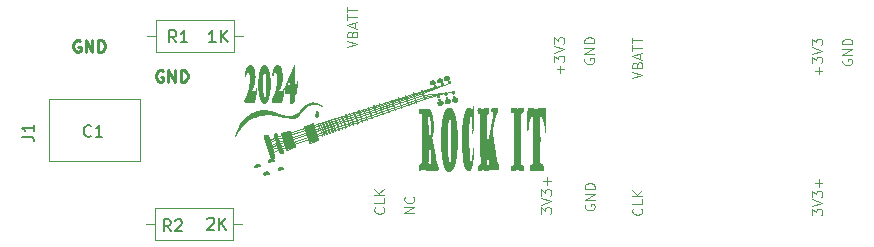
<source format=gbr>
%TF.GenerationSoftware,KiCad,Pcbnew,(7.0.0)*%
%TF.CreationDate,2023-12-29T11:59:30-08:00*%
%TF.ProjectId,MiniBadgeUSBmount,4d696e69-4261-4646-9765-5553426d6f75,rev?*%
%TF.SameCoordinates,Original*%
%TF.FileFunction,Legend,Top*%
%TF.FilePolarity,Positive*%
%FSLAX46Y46*%
G04 Gerber Fmt 4.6, Leading zero omitted, Abs format (unit mm)*
G04 Created by KiCad (PCBNEW (7.0.0)) date 2023-12-29 11:59:30*
%MOMM*%
%LPD*%
G01*
G04 APERTURE LIST*
%ADD10C,0.125000*%
%ADD11C,0.013019*%
%ADD12C,0.006200*%
%ADD13C,0.004497*%
%ADD14C,0.007937*%
%ADD15C,0.005435*%
%ADD16C,0.026458*%
%ADD17C,0.004971*%
%ADD18C,0.005321*%
%ADD19C,0.005391*%
%ADD20C,0.010583*%
%ADD21C,0.007233*%
%ADD22C,0.005291*%
%ADD23C,0.002819*%
%ADD24C,0.009983*%
%ADD25C,0.004666*%
%ADD26C,0.007171*%
%ADD27C,0.005542*%
%ADD28C,0.005005*%
%ADD29C,0.004752*%
%ADD30C,0.005453*%
%ADD31C,0.016486*%
%ADD32C,0.013373*%
%ADD33C,0.004715*%
%ADD34C,0.008217*%
%ADD35C,0.200000*%
%ADD36C,0.250000*%
%ADD37C,0.150000*%
%ADD38C,0.120000*%
G04 APERTURE END LIST*
D10*
X175212751Y-125142856D02*
X175172274Y-125223809D01*
X175172274Y-125223809D02*
X175172274Y-125345237D01*
X175172274Y-125345237D02*
X175212751Y-125466666D01*
X175212751Y-125466666D02*
X175293703Y-125547618D01*
X175293703Y-125547618D02*
X175374655Y-125588095D01*
X175374655Y-125588095D02*
X175536560Y-125628571D01*
X175536560Y-125628571D02*
X175657989Y-125628571D01*
X175657989Y-125628571D02*
X175819893Y-125588095D01*
X175819893Y-125588095D02*
X175900846Y-125547618D01*
X175900846Y-125547618D02*
X175981798Y-125466666D01*
X175981798Y-125466666D02*
X176022274Y-125345237D01*
X176022274Y-125345237D02*
X176022274Y-125264285D01*
X176022274Y-125264285D02*
X175981798Y-125142856D01*
X175981798Y-125142856D02*
X175941322Y-125102380D01*
X175941322Y-125102380D02*
X175657989Y-125102380D01*
X175657989Y-125102380D02*
X175657989Y-125264285D01*
X176022274Y-124738095D02*
X175172274Y-124738095D01*
X175172274Y-124738095D02*
X176022274Y-124252380D01*
X176022274Y-124252380D02*
X175172274Y-124252380D01*
X176022274Y-123847619D02*
X175172274Y-123847619D01*
X175172274Y-123847619D02*
X175172274Y-123645238D01*
X175172274Y-123645238D02*
X175212751Y-123523809D01*
X175212751Y-123523809D02*
X175293703Y-123442857D01*
X175293703Y-123442857D02*
X175374655Y-123402380D01*
X175374655Y-123402380D02*
X175536560Y-123361904D01*
X175536560Y-123361904D02*
X175657989Y-123361904D01*
X175657989Y-123361904D02*
X175819893Y-123402380D01*
X175819893Y-123402380D02*
X175900846Y-123442857D01*
X175900846Y-123442857D02*
X175981798Y-123523809D01*
X175981798Y-123523809D02*
X176022274Y-123645238D01*
X176022274Y-123645238D02*
X176022274Y-123847619D01*
D11*
G36*
X164065061Y-115922582D02*
G01*
X164068276Y-115922789D01*
X164071414Y-115923123D01*
X164074469Y-115923570D01*
X164077438Y-115924121D01*
X164080318Y-115924764D01*
X164083103Y-115925489D01*
X164085791Y-115926285D01*
X164088377Y-115927141D01*
X164090857Y-115928045D01*
X164093228Y-115928988D01*
X164095486Y-115929958D01*
X164097626Y-115930944D01*
X164101539Y-115932922D01*
X164104936Y-115934834D01*
X164107785Y-115936594D01*
X164110056Y-115938115D01*
X164111716Y-115939309D01*
X164113082Y-115940368D01*
X164113562Y-115950815D01*
X164114351Y-115961132D01*
X164115442Y-115971331D01*
X164116827Y-115981428D01*
X164118497Y-115991435D01*
X164120445Y-116001367D01*
X164122663Y-116011237D01*
X164125143Y-116021059D01*
X164127877Y-116030847D01*
X164130857Y-116040615D01*
X164134075Y-116050376D01*
X164137523Y-116060145D01*
X164145078Y-116079759D01*
X164153457Y-116099568D01*
X164047148Y-116127772D01*
X164045973Y-116116879D01*
X164044414Y-116106029D01*
X164042503Y-116095223D01*
X164040272Y-116084462D01*
X164037752Y-116073745D01*
X164034974Y-116063075D01*
X164028775Y-116041875D01*
X164021927Y-116020869D01*
X164014684Y-116000063D01*
X164000024Y-115959074D01*
X164000025Y-115959074D01*
X164001630Y-115954711D01*
X164002474Y-115952466D01*
X164003423Y-115950192D01*
X164004536Y-115947901D01*
X164005871Y-115945603D01*
X164007488Y-115943308D01*
X164009444Y-115941028D01*
X164011798Y-115938772D01*
X164013143Y-115937657D01*
X164014609Y-115936552D01*
X164016204Y-115935459D01*
X164017936Y-115934378D01*
X164019810Y-115933312D01*
X164021836Y-115932261D01*
X164024019Y-115931227D01*
X164026368Y-115930211D01*
X164028889Y-115929215D01*
X164031591Y-115928239D01*
X164034479Y-115927286D01*
X164037563Y-115926356D01*
X164044343Y-115924572D01*
X164047946Y-115923801D01*
X164051494Y-115923219D01*
X164054983Y-115922818D01*
X164058410Y-115922585D01*
X164061771Y-115922510D01*
X164065061Y-115922582D01*
G37*
X164065061Y-115922582D02*
X164068276Y-115922789D01*
X164071414Y-115923123D01*
X164074469Y-115923570D01*
X164077438Y-115924121D01*
X164080318Y-115924764D01*
X164083103Y-115925489D01*
X164085791Y-115926285D01*
X164088377Y-115927141D01*
X164090857Y-115928045D01*
X164093228Y-115928988D01*
X164095486Y-115929958D01*
X164097626Y-115930944D01*
X164101539Y-115932922D01*
X164104936Y-115934834D01*
X164107785Y-115936594D01*
X164110056Y-115938115D01*
X164111716Y-115939309D01*
X164113082Y-115940368D01*
X164113562Y-115950815D01*
X164114351Y-115961132D01*
X164115442Y-115971331D01*
X164116827Y-115981428D01*
X164118497Y-115991435D01*
X164120445Y-116001367D01*
X164122663Y-116011237D01*
X164125143Y-116021059D01*
X164127877Y-116030847D01*
X164130857Y-116040615D01*
X164134075Y-116050376D01*
X164137523Y-116060145D01*
X164145078Y-116079759D01*
X164153457Y-116099568D01*
X164047148Y-116127772D01*
X164045973Y-116116879D01*
X164044414Y-116106029D01*
X164042503Y-116095223D01*
X164040272Y-116084462D01*
X164037752Y-116073745D01*
X164034974Y-116063075D01*
X164028775Y-116041875D01*
X164021927Y-116020869D01*
X164014684Y-116000063D01*
X164000024Y-115959074D01*
X164000025Y-115959074D01*
X164001630Y-115954711D01*
X164002474Y-115952466D01*
X164003423Y-115950192D01*
X164004536Y-115947901D01*
X164005871Y-115945603D01*
X164007488Y-115943308D01*
X164009444Y-115941028D01*
X164011798Y-115938772D01*
X164013143Y-115937657D01*
X164014609Y-115936552D01*
X164016204Y-115935459D01*
X164017936Y-115934378D01*
X164019810Y-115933312D01*
X164021836Y-115932261D01*
X164024019Y-115931227D01*
X164026368Y-115930211D01*
X164028889Y-115929215D01*
X164031591Y-115928239D01*
X164034479Y-115927286D01*
X164037563Y-115926356D01*
X164044343Y-115924572D01*
X164047946Y-115923801D01*
X164051494Y-115923219D01*
X164054983Y-115922818D01*
X164058410Y-115922585D01*
X164061771Y-115922510D01*
X164065061Y-115922582D01*
D12*
G36*
X164011464Y-115527994D02*
G01*
X164014883Y-115528186D01*
X164018292Y-115528512D01*
X164021685Y-115528971D01*
X164025059Y-115529562D01*
X164028408Y-115530285D01*
X164031726Y-115531140D01*
X164035008Y-115532125D01*
X164038250Y-115533242D01*
X164038177Y-115533245D01*
X164042615Y-115534973D01*
X164046942Y-115536951D01*
X164051149Y-115539170D01*
X164055225Y-115541619D01*
X164059160Y-115544288D01*
X164062944Y-115547169D01*
X164066568Y-115550250D01*
X164070020Y-115553522D01*
X164073291Y-115556976D01*
X164076371Y-115560601D01*
X164079250Y-115564387D01*
X164081918Y-115568324D01*
X164084364Y-115572404D01*
X164086579Y-115576615D01*
X164088552Y-115580948D01*
X164090273Y-115585392D01*
X164091547Y-115589150D01*
X164092637Y-115592961D01*
X164093546Y-115596815D01*
X164094273Y-115600707D01*
X164094820Y-115604626D01*
X164095189Y-115608567D01*
X164095378Y-115612521D01*
X164095391Y-115616479D01*
X164095227Y-115620434D01*
X164094887Y-115624379D01*
X164094373Y-115628305D01*
X164093685Y-115632204D01*
X164092824Y-115636069D01*
X164091791Y-115639891D01*
X164090587Y-115643663D01*
X164089213Y-115647377D01*
X164081506Y-115668575D01*
X164077634Y-115679170D01*
X164073683Y-115689729D01*
X164071696Y-115694150D01*
X164069455Y-115698442D01*
X164066971Y-115702594D01*
X164064256Y-115706598D01*
X164061320Y-115710443D01*
X164058175Y-115714119D01*
X164054833Y-115717616D01*
X164051303Y-115720926D01*
X164047599Y-115724037D01*
X164043730Y-115726941D01*
X164039708Y-115729628D01*
X164035544Y-115732087D01*
X164031250Y-115734309D01*
X164026837Y-115736284D01*
X164022315Y-115738002D01*
X164017697Y-115739454D01*
X164012749Y-115740744D01*
X164007739Y-115741720D01*
X164002683Y-115742386D01*
X163997599Y-115742747D01*
X163992503Y-115742806D01*
X163987412Y-115742567D01*
X163982341Y-115742034D01*
X163977309Y-115741211D01*
X163972331Y-115740102D01*
X163967424Y-115738711D01*
X163962605Y-115737041D01*
X163957891Y-115735097D01*
X163953298Y-115732882D01*
X163948842Y-115730401D01*
X163944542Y-115727656D01*
X163940412Y-115724653D01*
X163936453Y-115721446D01*
X163932705Y-115718004D01*
X163929177Y-115714342D01*
X163925875Y-115710475D01*
X163922807Y-115706421D01*
X163919981Y-115702194D01*
X163917403Y-115697809D01*
X163915081Y-115693283D01*
X163913022Y-115688631D01*
X163911234Y-115683869D01*
X163909724Y-115679013D01*
X163908499Y-115674077D01*
X163907567Y-115669078D01*
X163906935Y-115664032D01*
X163906609Y-115658953D01*
X163906599Y-115653859D01*
X163906634Y-115651739D01*
X163906737Y-115649624D01*
X163906905Y-115647517D01*
X163907135Y-115645416D01*
X163907425Y-115643323D01*
X163907772Y-115641238D01*
X163908172Y-115639161D01*
X163908624Y-115637094D01*
X163909124Y-115635037D01*
X163909669Y-115632989D01*
X163910885Y-115628928D01*
X163912249Y-115624914D01*
X163913738Y-115620952D01*
X163920997Y-115600958D01*
X163924651Y-115590968D01*
X163928396Y-115581010D01*
X163930383Y-115576589D01*
X163932623Y-115572298D01*
X163935105Y-115568147D01*
X163937819Y-115564145D01*
X163940753Y-115560302D01*
X163943896Y-115556628D01*
X163947237Y-115553133D01*
X163950765Y-115549826D01*
X163954468Y-115546717D01*
X163958336Y-115543815D01*
X163962358Y-115541131D01*
X163966522Y-115538674D01*
X163970817Y-115536454D01*
X163975233Y-115534480D01*
X163979758Y-115532763D01*
X163984381Y-115531311D01*
X163987692Y-115530420D01*
X163991035Y-115529666D01*
X163994404Y-115529048D01*
X163997795Y-115528567D01*
X164001201Y-115528221D01*
X164004618Y-115528011D01*
X164008041Y-115527935D01*
X164011464Y-115527994D01*
G37*
X164011464Y-115527994D02*
X164014883Y-115528186D01*
X164018292Y-115528512D01*
X164021685Y-115528971D01*
X164025059Y-115529562D01*
X164028408Y-115530285D01*
X164031726Y-115531140D01*
X164035008Y-115532125D01*
X164038250Y-115533242D01*
X164038177Y-115533245D01*
X164042615Y-115534973D01*
X164046942Y-115536951D01*
X164051149Y-115539170D01*
X164055225Y-115541619D01*
X164059160Y-115544288D01*
X164062944Y-115547169D01*
X164066568Y-115550250D01*
X164070020Y-115553522D01*
X164073291Y-115556976D01*
X164076371Y-115560601D01*
X164079250Y-115564387D01*
X164081918Y-115568324D01*
X164084364Y-115572404D01*
X164086579Y-115576615D01*
X164088552Y-115580948D01*
X164090273Y-115585392D01*
X164091547Y-115589150D01*
X164092637Y-115592961D01*
X164093546Y-115596815D01*
X164094273Y-115600707D01*
X164094820Y-115604626D01*
X164095189Y-115608567D01*
X164095378Y-115612521D01*
X164095391Y-115616479D01*
X164095227Y-115620434D01*
X164094887Y-115624379D01*
X164094373Y-115628305D01*
X164093685Y-115632204D01*
X164092824Y-115636069D01*
X164091791Y-115639891D01*
X164090587Y-115643663D01*
X164089213Y-115647377D01*
X164081506Y-115668575D01*
X164077634Y-115679170D01*
X164073683Y-115689729D01*
X164071696Y-115694150D01*
X164069455Y-115698442D01*
X164066971Y-115702594D01*
X164064256Y-115706598D01*
X164061320Y-115710443D01*
X164058175Y-115714119D01*
X164054833Y-115717616D01*
X164051303Y-115720926D01*
X164047599Y-115724037D01*
X164043730Y-115726941D01*
X164039708Y-115729628D01*
X164035544Y-115732087D01*
X164031250Y-115734309D01*
X164026837Y-115736284D01*
X164022315Y-115738002D01*
X164017697Y-115739454D01*
X164012749Y-115740744D01*
X164007739Y-115741720D01*
X164002683Y-115742386D01*
X163997599Y-115742747D01*
X163992503Y-115742806D01*
X163987412Y-115742567D01*
X163982341Y-115742034D01*
X163977309Y-115741211D01*
X163972331Y-115740102D01*
X163967424Y-115738711D01*
X163962605Y-115737041D01*
X163957891Y-115735097D01*
X163953298Y-115732882D01*
X163948842Y-115730401D01*
X163944542Y-115727656D01*
X163940412Y-115724653D01*
X163936453Y-115721446D01*
X163932705Y-115718004D01*
X163929177Y-115714342D01*
X163925875Y-115710475D01*
X163922807Y-115706421D01*
X163919981Y-115702194D01*
X163917403Y-115697809D01*
X163915081Y-115693283D01*
X163913022Y-115688631D01*
X163911234Y-115683869D01*
X163909724Y-115679013D01*
X163908499Y-115674077D01*
X163907567Y-115669078D01*
X163906935Y-115664032D01*
X163906609Y-115658953D01*
X163906599Y-115653859D01*
X163906634Y-115651739D01*
X163906737Y-115649624D01*
X163906905Y-115647517D01*
X163907135Y-115645416D01*
X163907425Y-115643323D01*
X163907772Y-115641238D01*
X163908172Y-115639161D01*
X163908624Y-115637094D01*
X163909124Y-115635037D01*
X163909669Y-115632989D01*
X163910885Y-115628928D01*
X163912249Y-115624914D01*
X163913738Y-115620952D01*
X163920997Y-115600958D01*
X163924651Y-115590968D01*
X163928396Y-115581010D01*
X163930383Y-115576589D01*
X163932623Y-115572298D01*
X163935105Y-115568147D01*
X163937819Y-115564145D01*
X163940753Y-115560302D01*
X163943896Y-115556628D01*
X163947237Y-115553133D01*
X163950765Y-115549826D01*
X163954468Y-115546717D01*
X163958336Y-115543815D01*
X163962358Y-115541131D01*
X163966522Y-115538674D01*
X163970817Y-115536454D01*
X163975233Y-115534480D01*
X163979758Y-115532763D01*
X163984381Y-115531311D01*
X163987692Y-115530420D01*
X163991035Y-115529666D01*
X163994404Y-115529048D01*
X163997795Y-115528567D01*
X164001201Y-115528221D01*
X164004618Y-115528011D01*
X164008041Y-115527935D01*
X164011464Y-115527994D01*
D13*
G36*
X159959257Y-115864110D02*
G01*
X159959867Y-115864220D01*
X159960464Y-115864400D01*
X159961045Y-115864648D01*
X159961609Y-115864965D01*
X159962155Y-115865352D01*
X159962680Y-115865809D01*
X159963183Y-115866336D01*
X159963663Y-115866935D01*
X159964116Y-115867605D01*
X159964542Y-115868346D01*
X159964939Y-115869160D01*
X159965305Y-115870046D01*
X159965639Y-115871006D01*
X159965938Y-115872038D01*
X159966201Y-115873144D01*
X159966426Y-115874325D01*
X160241884Y-116703218D01*
X160242138Y-116704801D01*
X160242304Y-116706399D01*
X160242385Y-116708008D01*
X160242384Y-116709621D01*
X160242306Y-116711236D01*
X160242153Y-116712847D01*
X160241639Y-116716042D01*
X160240872Y-116719171D01*
X160239879Y-116722199D01*
X160238689Y-116725089D01*
X160237333Y-116727808D01*
X160235837Y-116730319D01*
X160234231Y-116732587D01*
X160232543Y-116734577D01*
X160230803Y-116736254D01*
X160229923Y-116736964D01*
X160229040Y-116737582D01*
X160228158Y-116738104D01*
X160227281Y-116738526D01*
X160226412Y-116738843D01*
X160225555Y-116739051D01*
X160224714Y-116739145D01*
X160223892Y-116739121D01*
X160223384Y-116738894D01*
X160222899Y-116738610D01*
X160222438Y-116738273D01*
X160221999Y-116737886D01*
X160221580Y-116737450D01*
X160221182Y-116736970D01*
X160220801Y-116736446D01*
X160220439Y-116735883D01*
X160220092Y-116735283D01*
X160219760Y-116734649D01*
X160219138Y-116733287D01*
X160218561Y-116731821D01*
X160218021Y-116730270D01*
X160217509Y-116728658D01*
X160217015Y-116727005D01*
X160216044Y-116723666D01*
X160215549Y-116722022D01*
X160215035Y-116720424D01*
X160214493Y-116718893D01*
X160213913Y-116717452D01*
X159942133Y-115899598D01*
X159941905Y-115898723D01*
X159941721Y-115897830D01*
X159941477Y-115895997D01*
X159941391Y-115894113D01*
X159941449Y-115892191D01*
X159941640Y-115890247D01*
X159941952Y-115888292D01*
X159942373Y-115886343D01*
X159942890Y-115884412D01*
X159943492Y-115882514D01*
X159944167Y-115880663D01*
X159944902Y-115878872D01*
X159945685Y-115877156D01*
X159946505Y-115875529D01*
X159947350Y-115874004D01*
X159948206Y-115872595D01*
X159949063Y-115871318D01*
X159949069Y-115871314D01*
X159949660Y-115870386D01*
X159950265Y-115869519D01*
X159950883Y-115868714D01*
X159951511Y-115867972D01*
X159952148Y-115867293D01*
X159952793Y-115866678D01*
X159953443Y-115866126D01*
X159954096Y-115865639D01*
X159954752Y-115865217D01*
X159955409Y-115864860D01*
X159956064Y-115864569D01*
X159956715Y-115864343D01*
X159957362Y-115864184D01*
X159958003Y-115864092D01*
X159958635Y-115864067D01*
X159959257Y-115864110D01*
G37*
X159959257Y-115864110D02*
X159959867Y-115864220D01*
X159960464Y-115864400D01*
X159961045Y-115864648D01*
X159961609Y-115864965D01*
X159962155Y-115865352D01*
X159962680Y-115865809D01*
X159963183Y-115866336D01*
X159963663Y-115866935D01*
X159964116Y-115867605D01*
X159964542Y-115868346D01*
X159964939Y-115869160D01*
X159965305Y-115870046D01*
X159965639Y-115871006D01*
X159965938Y-115872038D01*
X159966201Y-115873144D01*
X159966426Y-115874325D01*
X160241884Y-116703218D01*
X160242138Y-116704801D01*
X160242304Y-116706399D01*
X160242385Y-116708008D01*
X160242384Y-116709621D01*
X160242306Y-116711236D01*
X160242153Y-116712847D01*
X160241639Y-116716042D01*
X160240872Y-116719171D01*
X160239879Y-116722199D01*
X160238689Y-116725089D01*
X160237333Y-116727808D01*
X160235837Y-116730319D01*
X160234231Y-116732587D01*
X160232543Y-116734577D01*
X160230803Y-116736254D01*
X160229923Y-116736964D01*
X160229040Y-116737582D01*
X160228158Y-116738104D01*
X160227281Y-116738526D01*
X160226412Y-116738843D01*
X160225555Y-116739051D01*
X160224714Y-116739145D01*
X160223892Y-116739121D01*
X160223384Y-116738894D01*
X160222899Y-116738610D01*
X160222438Y-116738273D01*
X160221999Y-116737886D01*
X160221580Y-116737450D01*
X160221182Y-116736970D01*
X160220801Y-116736446D01*
X160220439Y-116735883D01*
X160220092Y-116735283D01*
X160219760Y-116734649D01*
X160219138Y-116733287D01*
X160218561Y-116731821D01*
X160218021Y-116730270D01*
X160217509Y-116728658D01*
X160217015Y-116727005D01*
X160216044Y-116723666D01*
X160215549Y-116722022D01*
X160215035Y-116720424D01*
X160214493Y-116718893D01*
X160213913Y-116717452D01*
X159942133Y-115899598D01*
X159941905Y-115898723D01*
X159941721Y-115897830D01*
X159941477Y-115895997D01*
X159941391Y-115894113D01*
X159941449Y-115892191D01*
X159941640Y-115890247D01*
X159941952Y-115888292D01*
X159942373Y-115886343D01*
X159942890Y-115884412D01*
X159943492Y-115882514D01*
X159944167Y-115880663D01*
X159944902Y-115878872D01*
X159945685Y-115877156D01*
X159946505Y-115875529D01*
X159947350Y-115874004D01*
X159948206Y-115872595D01*
X159949063Y-115871318D01*
X159949069Y-115871314D01*
X159949660Y-115870386D01*
X159950265Y-115869519D01*
X159950883Y-115868714D01*
X159951511Y-115867972D01*
X159952148Y-115867293D01*
X159952793Y-115866678D01*
X159953443Y-115866126D01*
X159954096Y-115865639D01*
X159954752Y-115865217D01*
X159955409Y-115864860D01*
X159956064Y-115864569D01*
X159956715Y-115864343D01*
X159957362Y-115864184D01*
X159958003Y-115864092D01*
X159958635Y-115864067D01*
X159959257Y-115864110D01*
D14*
D12*
G36*
X163077520Y-114864070D02*
G01*
X163082607Y-114864565D01*
X163087660Y-114865391D01*
X163092662Y-114866547D01*
X163097599Y-114868033D01*
X163102452Y-114869850D01*
X163107206Y-114871997D01*
X163111843Y-114874475D01*
X163114103Y-114875831D01*
X163116306Y-114877255D01*
X163118452Y-114878746D01*
X163120540Y-114880302D01*
X163122569Y-114881920D01*
X163124538Y-114883599D01*
X163126445Y-114885338D01*
X163128291Y-114887133D01*
X163130072Y-114888985D01*
X163131790Y-114890890D01*
X163133442Y-114892847D01*
X163135028Y-114894855D01*
X163136546Y-114896911D01*
X163137996Y-114899013D01*
X163139377Y-114901160D01*
X163140687Y-114903351D01*
X163141925Y-114905582D01*
X163143091Y-114907853D01*
X163144183Y-114910162D01*
X163145201Y-114912507D01*
X163146143Y-114914885D01*
X163147008Y-114917296D01*
X163147795Y-114919737D01*
X163148504Y-114922207D01*
X163149133Y-114924704D01*
X163149681Y-114927226D01*
X163150147Y-114929771D01*
X163150530Y-114932338D01*
X163150830Y-114934924D01*
X163151044Y-114937528D01*
X163151173Y-114940148D01*
X163151214Y-114942783D01*
X163151040Y-114948038D01*
X163150523Y-114953229D01*
X163149671Y-114958341D01*
X163148493Y-114963361D01*
X163146996Y-114968274D01*
X163145189Y-114973065D01*
X163143080Y-114977720D01*
X163140677Y-114982224D01*
X163137988Y-114986564D01*
X163135021Y-114990724D01*
X163131785Y-114994690D01*
X163128287Y-114998448D01*
X163124536Y-115001983D01*
X163120539Y-115005282D01*
X163116306Y-115008328D01*
X163111843Y-115011109D01*
X163107206Y-115013586D01*
X163102452Y-115015733D01*
X163097599Y-115017550D01*
X163092662Y-115019037D01*
X163087660Y-115020193D01*
X163082607Y-115021018D01*
X163077520Y-115021514D01*
X163072417Y-115021679D01*
X163067314Y-115021514D01*
X163062227Y-115021018D01*
X163057172Y-115020193D01*
X163052167Y-115019037D01*
X163047228Y-115017550D01*
X163042371Y-115015733D01*
X163037613Y-115013586D01*
X163032971Y-115011109D01*
X163030711Y-115009753D01*
X163028508Y-115008328D01*
X163026362Y-115006837D01*
X163024274Y-115005281D01*
X163022245Y-115003663D01*
X163020277Y-115001983D01*
X163018369Y-115000244D01*
X163016524Y-114998448D01*
X163014742Y-114996596D01*
X163013025Y-114994690D01*
X163011372Y-114992732D01*
X163009787Y-114990723D01*
X163008268Y-114988667D01*
X163006818Y-114986563D01*
X163005438Y-114984415D01*
X163004128Y-114982224D01*
X163002889Y-114979991D01*
X163001723Y-114977719D01*
X163000631Y-114975410D01*
X162999614Y-114973065D01*
X162998672Y-114970685D01*
X162997806Y-114968274D01*
X162997019Y-114965832D01*
X162996310Y-114963361D01*
X162995681Y-114960864D01*
X162995133Y-114958341D01*
X162994667Y-114955796D01*
X162994284Y-114953229D01*
X162993984Y-114950642D01*
X162993770Y-114948038D01*
X162993641Y-114945417D01*
X162993600Y-114942783D01*
X162993770Y-114937528D01*
X162994284Y-114932338D01*
X162995133Y-114927226D01*
X162996310Y-114922208D01*
X162997806Y-114917297D01*
X162999614Y-114912507D01*
X163001723Y-114907854D01*
X163004128Y-114903351D01*
X163006818Y-114899014D01*
X163009787Y-114894855D01*
X163013025Y-114890891D01*
X163016524Y-114887134D01*
X163020277Y-114883599D01*
X163024274Y-114880302D01*
X163028508Y-114877256D01*
X163032971Y-114874475D01*
X163037613Y-114871997D01*
X163042371Y-114869850D01*
X163047228Y-114868033D01*
X163052167Y-114866547D01*
X163057172Y-114865391D01*
X163062227Y-114864565D01*
X163067314Y-114864070D01*
X163072417Y-114863904D01*
X163077520Y-114864070D01*
G37*
X163077520Y-114864070D02*
X163082607Y-114864565D01*
X163087660Y-114865391D01*
X163092662Y-114866547D01*
X163097599Y-114868033D01*
X163102452Y-114869850D01*
X163107206Y-114871997D01*
X163111843Y-114874475D01*
X163114103Y-114875831D01*
X163116306Y-114877255D01*
X163118452Y-114878746D01*
X163120540Y-114880302D01*
X163122569Y-114881920D01*
X163124538Y-114883599D01*
X163126445Y-114885338D01*
X163128291Y-114887133D01*
X163130072Y-114888985D01*
X163131790Y-114890890D01*
X163133442Y-114892847D01*
X163135028Y-114894855D01*
X163136546Y-114896911D01*
X163137996Y-114899013D01*
X163139377Y-114901160D01*
X163140687Y-114903351D01*
X163141925Y-114905582D01*
X163143091Y-114907853D01*
X163144183Y-114910162D01*
X163145201Y-114912507D01*
X163146143Y-114914885D01*
X163147008Y-114917296D01*
X163147795Y-114919737D01*
X163148504Y-114922207D01*
X163149133Y-114924704D01*
X163149681Y-114927226D01*
X163150147Y-114929771D01*
X163150530Y-114932338D01*
X163150830Y-114934924D01*
X163151044Y-114937528D01*
X163151173Y-114940148D01*
X163151214Y-114942783D01*
X163151040Y-114948038D01*
X163150523Y-114953229D01*
X163149671Y-114958341D01*
X163148493Y-114963361D01*
X163146996Y-114968274D01*
X163145189Y-114973065D01*
X163143080Y-114977720D01*
X163140677Y-114982224D01*
X163137988Y-114986564D01*
X163135021Y-114990724D01*
X163131785Y-114994690D01*
X163128287Y-114998448D01*
X163124536Y-115001983D01*
X163120539Y-115005282D01*
X163116306Y-115008328D01*
X163111843Y-115011109D01*
X163107206Y-115013586D01*
X163102452Y-115015733D01*
X163097599Y-115017550D01*
X163092662Y-115019037D01*
X163087660Y-115020193D01*
X163082607Y-115021018D01*
X163077520Y-115021514D01*
X163072417Y-115021679D01*
X163067314Y-115021514D01*
X163062227Y-115021018D01*
X163057172Y-115020193D01*
X163052167Y-115019037D01*
X163047228Y-115017550D01*
X163042371Y-115015733D01*
X163037613Y-115013586D01*
X163032971Y-115011109D01*
X163030711Y-115009753D01*
X163028508Y-115008328D01*
X163026362Y-115006837D01*
X163024274Y-115005281D01*
X163022245Y-115003663D01*
X163020277Y-115001983D01*
X163018369Y-115000244D01*
X163016524Y-114998448D01*
X163014742Y-114996596D01*
X163013025Y-114994690D01*
X163011372Y-114992732D01*
X163009787Y-114990723D01*
X163008268Y-114988667D01*
X163006818Y-114986563D01*
X163005438Y-114984415D01*
X163004128Y-114982224D01*
X163002889Y-114979991D01*
X163001723Y-114977719D01*
X163000631Y-114975410D01*
X162999614Y-114973065D01*
X162998672Y-114970685D01*
X162997806Y-114968274D01*
X162997019Y-114965832D01*
X162996310Y-114963361D01*
X162995681Y-114960864D01*
X162995133Y-114958341D01*
X162994667Y-114955796D01*
X162994284Y-114953229D01*
X162993984Y-114950642D01*
X162993770Y-114948038D01*
X162993641Y-114945417D01*
X162993600Y-114942783D01*
X162993770Y-114937528D01*
X162994284Y-114932338D01*
X162995133Y-114927226D01*
X162996310Y-114922208D01*
X162997806Y-114917297D01*
X162999614Y-114912507D01*
X163001723Y-114907854D01*
X163004128Y-114903351D01*
X163006818Y-114899014D01*
X163009787Y-114894855D01*
X163013025Y-114890891D01*
X163016524Y-114887134D01*
X163020277Y-114883599D01*
X163024274Y-114880302D01*
X163028508Y-114877256D01*
X163032971Y-114874475D01*
X163037613Y-114871997D01*
X163042371Y-114869850D01*
X163047228Y-114868033D01*
X163052167Y-114866547D01*
X163057172Y-114865391D01*
X163062227Y-114864565D01*
X163067314Y-114864070D01*
X163072417Y-114863904D01*
X163077520Y-114864070D01*
D14*
X163301101Y-115714730D02*
X161524504Y-116038580D01*
D15*
G36*
X153691942Y-117891552D02*
G01*
X153692272Y-117891571D01*
X153692600Y-117891607D01*
X153692924Y-117891660D01*
X153693245Y-117891729D01*
X153693562Y-117891813D01*
X153693875Y-117891913D01*
X153694183Y-117892027D01*
X153694485Y-117892156D01*
X153694782Y-117892298D01*
X153695072Y-117892454D01*
X153695355Y-117892622D01*
X153695631Y-117892803D01*
X153695899Y-117892996D01*
X153696159Y-117893201D01*
X153696410Y-117893416D01*
X153696651Y-117893642D01*
X153696883Y-117893878D01*
X153697104Y-117894124D01*
X153697315Y-117894379D01*
X153697515Y-117894643D01*
X153697702Y-117894916D01*
X153697877Y-117895196D01*
X153698040Y-117895483D01*
X153698189Y-117895777D01*
X153698325Y-117896078D01*
X153698447Y-117896385D01*
X153698553Y-117896697D01*
X154041295Y-118836259D01*
X154041994Y-118838551D01*
X154042787Y-118840835D01*
X154044555Y-118845390D01*
X154046403Y-118849945D01*
X154047295Y-118852229D01*
X154048133Y-118854521D01*
X154048894Y-118856823D01*
X154049552Y-118859139D01*
X154050083Y-118861471D01*
X154050462Y-118863821D01*
X154050665Y-118866192D01*
X154050693Y-118867386D01*
X154050667Y-118868587D01*
X154050586Y-118869794D01*
X154050445Y-118871008D01*
X154050241Y-118872229D01*
X154049972Y-118873458D01*
X154049765Y-118874573D01*
X154049485Y-118875764D01*
X154048724Y-118878333D01*
X154047710Y-118881083D01*
X154046467Y-118883932D01*
X154045017Y-118886800D01*
X154043383Y-118889605D01*
X154042503Y-118890958D01*
X154041586Y-118892266D01*
X154040634Y-118893517D01*
X154039650Y-118894701D01*
X154038637Y-118895809D01*
X154037598Y-118896830D01*
X154036535Y-118897754D01*
X154035451Y-118898571D01*
X154034349Y-118899271D01*
X154033232Y-118899843D01*
X154032102Y-118900277D01*
X154030963Y-118900564D01*
X154029818Y-118900693D01*
X154028668Y-118900654D01*
X154027518Y-118900436D01*
X154026369Y-118900030D01*
X154025225Y-118899426D01*
X154024088Y-118898612D01*
X154022961Y-118897580D01*
X154021847Y-118896319D01*
X153670427Y-117933077D01*
X153670128Y-117931595D01*
X153669900Y-117930097D01*
X153669741Y-117928586D01*
X153669650Y-117927065D01*
X153669627Y-117925536D01*
X153669670Y-117924003D01*
X153669778Y-117922468D01*
X153669949Y-117920935D01*
X153670183Y-117919405D01*
X153670479Y-117917881D01*
X153670836Y-117916367D01*
X153671251Y-117914866D01*
X153671725Y-117913379D01*
X153672256Y-117911910D01*
X153672842Y-117910462D01*
X153673484Y-117909038D01*
X153674179Y-117907640D01*
X153674927Y-117906270D01*
X153675726Y-117904933D01*
X153676575Y-117903630D01*
X153677473Y-117902365D01*
X153678420Y-117901140D01*
X153679413Y-117899958D01*
X153680452Y-117898822D01*
X153681535Y-117897735D01*
X153682662Y-117896699D01*
X153683831Y-117895718D01*
X153685041Y-117894793D01*
X153686292Y-117893929D01*
X153687581Y-117893127D01*
X153688908Y-117892391D01*
X153690272Y-117891723D01*
X153690272Y-117891728D01*
X153690607Y-117891655D01*
X153690942Y-117891601D01*
X153691277Y-117891567D01*
X153691610Y-117891550D01*
X153691942Y-117891552D01*
G37*
X153691942Y-117891552D02*
X153692272Y-117891571D01*
X153692600Y-117891607D01*
X153692924Y-117891660D01*
X153693245Y-117891729D01*
X153693562Y-117891813D01*
X153693875Y-117891913D01*
X153694183Y-117892027D01*
X153694485Y-117892156D01*
X153694782Y-117892298D01*
X153695072Y-117892454D01*
X153695355Y-117892622D01*
X153695631Y-117892803D01*
X153695899Y-117892996D01*
X153696159Y-117893201D01*
X153696410Y-117893416D01*
X153696651Y-117893642D01*
X153696883Y-117893878D01*
X153697104Y-117894124D01*
X153697315Y-117894379D01*
X153697515Y-117894643D01*
X153697702Y-117894916D01*
X153697877Y-117895196D01*
X153698040Y-117895483D01*
X153698189Y-117895777D01*
X153698325Y-117896078D01*
X153698447Y-117896385D01*
X153698553Y-117896697D01*
X154041295Y-118836259D01*
X154041994Y-118838551D01*
X154042787Y-118840835D01*
X154044555Y-118845390D01*
X154046403Y-118849945D01*
X154047295Y-118852229D01*
X154048133Y-118854521D01*
X154048894Y-118856823D01*
X154049552Y-118859139D01*
X154050083Y-118861471D01*
X154050462Y-118863821D01*
X154050665Y-118866192D01*
X154050693Y-118867386D01*
X154050667Y-118868587D01*
X154050586Y-118869794D01*
X154050445Y-118871008D01*
X154050241Y-118872229D01*
X154049972Y-118873458D01*
X154049765Y-118874573D01*
X154049485Y-118875764D01*
X154048724Y-118878333D01*
X154047710Y-118881083D01*
X154046467Y-118883932D01*
X154045017Y-118886800D01*
X154043383Y-118889605D01*
X154042503Y-118890958D01*
X154041586Y-118892266D01*
X154040634Y-118893517D01*
X154039650Y-118894701D01*
X154038637Y-118895809D01*
X154037598Y-118896830D01*
X154036535Y-118897754D01*
X154035451Y-118898571D01*
X154034349Y-118899271D01*
X154033232Y-118899843D01*
X154032102Y-118900277D01*
X154030963Y-118900564D01*
X154029818Y-118900693D01*
X154028668Y-118900654D01*
X154027518Y-118900436D01*
X154026369Y-118900030D01*
X154025225Y-118899426D01*
X154024088Y-118898612D01*
X154022961Y-118897580D01*
X154021847Y-118896319D01*
X153670427Y-117933077D01*
X153670128Y-117931595D01*
X153669900Y-117930097D01*
X153669741Y-117928586D01*
X153669650Y-117927065D01*
X153669627Y-117925536D01*
X153669670Y-117924003D01*
X153669778Y-117922468D01*
X153669949Y-117920935D01*
X153670183Y-117919405D01*
X153670479Y-117917881D01*
X153670836Y-117916367D01*
X153671251Y-117914866D01*
X153671725Y-117913379D01*
X153672256Y-117911910D01*
X153672842Y-117910462D01*
X153673484Y-117909038D01*
X153674179Y-117907640D01*
X153674927Y-117906270D01*
X153675726Y-117904933D01*
X153676575Y-117903630D01*
X153677473Y-117902365D01*
X153678420Y-117901140D01*
X153679413Y-117899958D01*
X153680452Y-117898822D01*
X153681535Y-117897735D01*
X153682662Y-117896699D01*
X153683831Y-117895718D01*
X153685041Y-117894793D01*
X153686292Y-117893929D01*
X153687581Y-117893127D01*
X153688908Y-117892391D01*
X153690272Y-117891723D01*
X153690272Y-117891728D01*
X153690607Y-117891655D01*
X153690942Y-117891601D01*
X153691277Y-117891567D01*
X153691610Y-117891550D01*
X153691942Y-117891552D01*
D16*
G36*
X164247038Y-116097697D02*
G01*
X164253592Y-116098329D01*
X164259767Y-116099304D01*
X164281003Y-116103480D01*
X164289807Y-116105380D01*
X164297568Y-116107282D01*
X164304408Y-116109278D01*
X164310452Y-116111462D01*
X164313213Y-116112654D01*
X164315822Y-116113929D01*
X164318294Y-116115298D01*
X164320643Y-116116773D01*
X164322886Y-116118365D01*
X164325039Y-116120087D01*
X164327115Y-116121950D01*
X164329132Y-116123966D01*
X164331104Y-116126147D01*
X164333047Y-116128504D01*
X164336907Y-116133795D01*
X164340836Y-116139932D01*
X164344958Y-116147010D01*
X164349397Y-116155123D01*
X164354275Y-116164364D01*
X164356573Y-116175890D01*
X164358212Y-116187415D01*
X164359207Y-116198919D01*
X164359571Y-116210382D01*
X164359320Y-116221785D01*
X164358468Y-116233106D01*
X164357028Y-116244327D01*
X164355015Y-116255427D01*
X164352443Y-116266386D01*
X164349327Y-116277184D01*
X164345681Y-116287800D01*
X164341518Y-116298215D01*
X164336854Y-116308410D01*
X164331703Y-116318362D01*
X164326078Y-116328054D01*
X164319994Y-116337464D01*
X164313466Y-116346573D01*
X164306507Y-116355360D01*
X164299132Y-116363805D01*
X164291355Y-116371889D01*
X164283190Y-116379592D01*
X164274652Y-116386892D01*
X164265755Y-116393771D01*
X164256513Y-116400208D01*
X164246940Y-116406183D01*
X164237051Y-116411676D01*
X164226860Y-116416667D01*
X164216381Y-116421137D01*
X164205628Y-116425064D01*
X164194616Y-116428429D01*
X164183359Y-116431211D01*
X164171871Y-116433392D01*
X164157641Y-116434818D01*
X164143784Y-116435679D01*
X164130305Y-116435978D01*
X164117205Y-116435721D01*
X164104489Y-116434913D01*
X164092158Y-116433560D01*
X164080217Y-116431666D01*
X164068668Y-116429237D01*
X164057514Y-116426278D01*
X164046758Y-116422795D01*
X164036403Y-116418792D01*
X164026452Y-116414275D01*
X164016908Y-116409249D01*
X164007775Y-116403718D01*
X163999055Y-116397690D01*
X163990751Y-116391167D01*
X163982866Y-116384157D01*
X163975403Y-116376663D01*
X163968366Y-116368692D01*
X163961757Y-116360248D01*
X163955579Y-116351336D01*
X163949835Y-116341962D01*
X163944529Y-116332131D01*
X163939662Y-116321849D01*
X163935240Y-116311120D01*
X163931263Y-116299949D01*
X163927736Y-116288342D01*
X163924661Y-116276305D01*
X163922042Y-116263841D01*
X163919881Y-116250957D01*
X163918181Y-116237658D01*
X163916946Y-116223948D01*
X163921188Y-116218798D01*
X163926268Y-116213152D01*
X163932087Y-116207116D01*
X163938545Y-116200797D01*
X163945544Y-116194301D01*
X163952985Y-116187734D01*
X163960768Y-116181202D01*
X163968794Y-116174812D01*
X163976965Y-116168669D01*
X163985180Y-116162880D01*
X163993342Y-116157552D01*
X164001350Y-116152790D01*
X164009106Y-116148701D01*
X164016511Y-116145390D01*
X164020051Y-116144060D01*
X164023465Y-116142965D01*
X164026743Y-116142117D01*
X164029870Y-116141531D01*
X164037110Y-116140124D01*
X164046470Y-116137822D01*
X164070547Y-116131161D01*
X164100095Y-116122799D01*
X164133111Y-116113989D01*
X164150293Y-116109806D01*
X164167590Y-116105982D01*
X164184752Y-116102671D01*
X164201529Y-116100031D01*
X164217669Y-116098217D01*
X164232922Y-116097387D01*
X164247038Y-116097697D01*
G37*
X164247038Y-116097697D02*
X164253592Y-116098329D01*
X164259767Y-116099304D01*
X164281003Y-116103480D01*
X164289807Y-116105380D01*
X164297568Y-116107282D01*
X164304408Y-116109278D01*
X164310452Y-116111462D01*
X164313213Y-116112654D01*
X164315822Y-116113929D01*
X164318294Y-116115298D01*
X164320643Y-116116773D01*
X164322886Y-116118365D01*
X164325039Y-116120087D01*
X164327115Y-116121950D01*
X164329132Y-116123966D01*
X164331104Y-116126147D01*
X164333047Y-116128504D01*
X164336907Y-116133795D01*
X164340836Y-116139932D01*
X164344958Y-116147010D01*
X164349397Y-116155123D01*
X164354275Y-116164364D01*
X164356573Y-116175890D01*
X164358212Y-116187415D01*
X164359207Y-116198919D01*
X164359571Y-116210382D01*
X164359320Y-116221785D01*
X164358468Y-116233106D01*
X164357028Y-116244327D01*
X164355015Y-116255427D01*
X164352443Y-116266386D01*
X164349327Y-116277184D01*
X164345681Y-116287800D01*
X164341518Y-116298215D01*
X164336854Y-116308410D01*
X164331703Y-116318362D01*
X164326078Y-116328054D01*
X164319994Y-116337464D01*
X164313466Y-116346573D01*
X164306507Y-116355360D01*
X164299132Y-116363805D01*
X164291355Y-116371889D01*
X164283190Y-116379592D01*
X164274652Y-116386892D01*
X164265755Y-116393771D01*
X164256513Y-116400208D01*
X164246940Y-116406183D01*
X164237051Y-116411676D01*
X164226860Y-116416667D01*
X164216381Y-116421137D01*
X164205628Y-116425064D01*
X164194616Y-116428429D01*
X164183359Y-116431211D01*
X164171871Y-116433392D01*
X164157641Y-116434818D01*
X164143784Y-116435679D01*
X164130305Y-116435978D01*
X164117205Y-116435721D01*
X164104489Y-116434913D01*
X164092158Y-116433560D01*
X164080217Y-116431666D01*
X164068668Y-116429237D01*
X164057514Y-116426278D01*
X164046758Y-116422795D01*
X164036403Y-116418792D01*
X164026452Y-116414275D01*
X164016908Y-116409249D01*
X164007775Y-116403718D01*
X163999055Y-116397690D01*
X163990751Y-116391167D01*
X163982866Y-116384157D01*
X163975403Y-116376663D01*
X163968366Y-116368692D01*
X163961757Y-116360248D01*
X163955579Y-116351336D01*
X163949835Y-116341962D01*
X163944529Y-116332131D01*
X163939662Y-116321849D01*
X163935240Y-116311120D01*
X163931263Y-116299949D01*
X163927736Y-116288342D01*
X163924661Y-116276305D01*
X163922042Y-116263841D01*
X163919881Y-116250957D01*
X163918181Y-116237658D01*
X163916946Y-116223948D01*
X163921188Y-116218798D01*
X163926268Y-116213152D01*
X163932087Y-116207116D01*
X163938545Y-116200797D01*
X163945544Y-116194301D01*
X163952985Y-116187734D01*
X163960768Y-116181202D01*
X163968794Y-116174812D01*
X163976965Y-116168669D01*
X163985180Y-116162880D01*
X163993342Y-116157552D01*
X164001350Y-116152790D01*
X164009106Y-116148701D01*
X164016511Y-116145390D01*
X164020051Y-116144060D01*
X164023465Y-116142965D01*
X164026743Y-116142117D01*
X164029870Y-116141531D01*
X164037110Y-116140124D01*
X164046470Y-116137822D01*
X164070547Y-116131161D01*
X164100095Y-116122799D01*
X164133111Y-116113989D01*
X164150293Y-116109806D01*
X164167590Y-116105982D01*
X164184752Y-116102671D01*
X164201529Y-116100031D01*
X164217669Y-116098217D01*
X164232922Y-116097387D01*
X164247038Y-116097697D01*
G36*
X162894333Y-114467809D02*
G01*
X162905560Y-114468712D01*
X162916711Y-114470169D01*
X162927765Y-114472172D01*
X162938698Y-114474710D01*
X162949489Y-114477773D01*
X162960116Y-114481351D01*
X162970554Y-114485434D01*
X162980783Y-114490012D01*
X162990780Y-114495074D01*
X163000522Y-114500610D01*
X163009987Y-114506611D01*
X163019153Y-114513066D01*
X163027996Y-114519965D01*
X163036495Y-114527298D01*
X163044628Y-114535054D01*
X163052371Y-114543225D01*
X163059702Y-114551799D01*
X163066599Y-114560766D01*
X163073040Y-114570117D01*
X163079002Y-114579841D01*
X163084462Y-114589928D01*
X163089398Y-114600368D01*
X163093788Y-114611151D01*
X163097610Y-114622267D01*
X163098056Y-114632704D01*
X163098312Y-114641945D01*
X163098320Y-114650133D01*
X163098019Y-114657413D01*
X163097734Y-114660756D01*
X163097351Y-114663927D01*
X163096860Y-114666941D01*
X163096255Y-114669819D01*
X163095529Y-114672576D01*
X163094674Y-114675232D01*
X163093682Y-114677804D01*
X163092547Y-114680310D01*
X163091260Y-114682768D01*
X163089815Y-114685197D01*
X163088203Y-114687613D01*
X163086418Y-114690035D01*
X163084452Y-114692481D01*
X163082298Y-114694969D01*
X163077395Y-114700142D01*
X163071650Y-114705697D01*
X163065004Y-114711777D01*
X163048768Y-114726090D01*
X163043925Y-114730042D01*
X163038581Y-114733889D01*
X163026544Y-114741267D01*
X163012950Y-114748235D01*
X162998095Y-114754800D01*
X162982275Y-114760972D01*
X162965784Y-114766759D01*
X162948918Y-114772171D01*
X162931971Y-114777217D01*
X162899018Y-114786245D01*
X162869285Y-114793914D01*
X162845134Y-114800297D01*
X162835889Y-114803028D01*
X162828925Y-114805465D01*
X162825927Y-114806534D01*
X162822668Y-114807453D01*
X162815436Y-114808860D01*
X162807370Y-114809730D01*
X162798609Y-114810104D01*
X162789292Y-114810024D01*
X162779557Y-114809532D01*
X162769544Y-114808669D01*
X162759393Y-114807479D01*
X162749241Y-114806002D01*
X162739228Y-114804281D01*
X162729494Y-114802357D01*
X162720176Y-114800274D01*
X162711415Y-114798072D01*
X162703349Y-114795794D01*
X162696118Y-114793481D01*
X162689860Y-114791176D01*
X162684017Y-114778711D01*
X162678783Y-114766365D01*
X162674156Y-114754146D01*
X162670137Y-114742060D01*
X162666726Y-114730112D01*
X162663923Y-114718308D01*
X162661728Y-114706655D01*
X162660141Y-114695159D01*
X162659162Y-114683825D01*
X162658791Y-114672659D01*
X162659029Y-114661668D01*
X162659874Y-114650857D01*
X162661327Y-114640233D01*
X162663388Y-114629801D01*
X162666058Y-114619568D01*
X162669336Y-114609540D01*
X162673222Y-114599722D01*
X162677716Y-114590120D01*
X162682818Y-114580741D01*
X162688528Y-114571591D01*
X162694847Y-114562675D01*
X162701774Y-114553999D01*
X162709310Y-114545571D01*
X162717453Y-114537394D01*
X162726205Y-114529477D01*
X162735566Y-114521824D01*
X162745534Y-114514442D01*
X162756111Y-114507336D01*
X162767297Y-114500513D01*
X162779091Y-114493978D01*
X162791493Y-114487738D01*
X162804504Y-114481799D01*
X162804504Y-114481800D01*
X162815525Y-114477895D01*
X162826650Y-114474626D01*
X162837857Y-114471983D01*
X162849123Y-114469957D01*
X162860426Y-114468536D01*
X162871744Y-114467712D01*
X162883054Y-114467473D01*
X162894333Y-114467809D01*
G37*
X162894333Y-114467809D02*
X162905560Y-114468712D01*
X162916711Y-114470169D01*
X162927765Y-114472172D01*
X162938698Y-114474710D01*
X162949489Y-114477773D01*
X162960116Y-114481351D01*
X162970554Y-114485434D01*
X162980783Y-114490012D01*
X162990780Y-114495074D01*
X163000522Y-114500610D01*
X163009987Y-114506611D01*
X163019153Y-114513066D01*
X163027996Y-114519965D01*
X163036495Y-114527298D01*
X163044628Y-114535054D01*
X163052371Y-114543225D01*
X163059702Y-114551799D01*
X163066599Y-114560766D01*
X163073040Y-114570117D01*
X163079002Y-114579841D01*
X163084462Y-114589928D01*
X163089398Y-114600368D01*
X163093788Y-114611151D01*
X163097610Y-114622267D01*
X163098056Y-114632704D01*
X163098312Y-114641945D01*
X163098320Y-114650133D01*
X163098019Y-114657413D01*
X163097734Y-114660756D01*
X163097351Y-114663927D01*
X163096860Y-114666941D01*
X163096255Y-114669819D01*
X163095529Y-114672576D01*
X163094674Y-114675232D01*
X163093682Y-114677804D01*
X163092547Y-114680310D01*
X163091260Y-114682768D01*
X163089815Y-114685197D01*
X163088203Y-114687613D01*
X163086418Y-114690035D01*
X163084452Y-114692481D01*
X163082298Y-114694969D01*
X163077395Y-114700142D01*
X163071650Y-114705697D01*
X163065004Y-114711777D01*
X163048768Y-114726090D01*
X163043925Y-114730042D01*
X163038581Y-114733889D01*
X163026544Y-114741267D01*
X163012950Y-114748235D01*
X162998095Y-114754800D01*
X162982275Y-114760972D01*
X162965784Y-114766759D01*
X162948918Y-114772171D01*
X162931971Y-114777217D01*
X162899018Y-114786245D01*
X162869285Y-114793914D01*
X162845134Y-114800297D01*
X162835889Y-114803028D01*
X162828925Y-114805465D01*
X162825927Y-114806534D01*
X162822668Y-114807453D01*
X162815436Y-114808860D01*
X162807370Y-114809730D01*
X162798609Y-114810104D01*
X162789292Y-114810024D01*
X162779557Y-114809532D01*
X162769544Y-114808669D01*
X162759393Y-114807479D01*
X162749241Y-114806002D01*
X162739228Y-114804281D01*
X162729494Y-114802357D01*
X162720176Y-114800274D01*
X162711415Y-114798072D01*
X162703349Y-114795794D01*
X162696118Y-114793481D01*
X162689860Y-114791176D01*
X162684017Y-114778711D01*
X162678783Y-114766365D01*
X162674156Y-114754146D01*
X162670137Y-114742060D01*
X162666726Y-114730112D01*
X162663923Y-114718308D01*
X162661728Y-114706655D01*
X162660141Y-114695159D01*
X162659162Y-114683825D01*
X162658791Y-114672659D01*
X162659029Y-114661668D01*
X162659874Y-114650857D01*
X162661327Y-114640233D01*
X162663388Y-114629801D01*
X162666058Y-114619568D01*
X162669336Y-114609540D01*
X162673222Y-114599722D01*
X162677716Y-114590120D01*
X162682818Y-114580741D01*
X162688528Y-114571591D01*
X162694847Y-114562675D01*
X162701774Y-114553999D01*
X162709310Y-114545571D01*
X162717453Y-114537394D01*
X162726205Y-114529477D01*
X162735566Y-114521824D01*
X162745534Y-114514442D01*
X162756111Y-114507336D01*
X162767297Y-114500513D01*
X162779091Y-114493978D01*
X162791493Y-114487738D01*
X162804504Y-114481799D01*
X162804504Y-114481800D01*
X162815525Y-114477895D01*
X162826650Y-114474626D01*
X162837857Y-114471983D01*
X162849123Y-114469957D01*
X162860426Y-114468536D01*
X162871744Y-114467712D01*
X162883054Y-114467473D01*
X162894333Y-114467809D01*
D11*
G36*
X163438448Y-116048894D02*
G01*
X163441664Y-116049102D01*
X163444801Y-116049435D01*
X163447857Y-116049882D01*
X163450826Y-116050433D01*
X163453705Y-116051076D01*
X163456491Y-116051801D01*
X163459179Y-116052597D01*
X163461765Y-116053453D01*
X163464245Y-116054357D01*
X163466616Y-116055300D01*
X163468874Y-116056270D01*
X163471014Y-116057256D01*
X163474927Y-116059234D01*
X163478323Y-116061146D01*
X163481173Y-116062906D01*
X163483443Y-116064427D01*
X163485104Y-116065621D01*
X163486469Y-116066680D01*
X163486949Y-116077128D01*
X163487739Y-116087444D01*
X163488830Y-116097644D01*
X163490214Y-116107740D01*
X163491885Y-116117747D01*
X163493833Y-116127679D01*
X163496051Y-116137549D01*
X163498531Y-116147371D01*
X163501265Y-116157159D01*
X163504245Y-116166927D01*
X163507462Y-116176688D01*
X163510910Y-116186457D01*
X163518465Y-116206071D01*
X163526844Y-116225880D01*
X163420535Y-116254084D01*
X163419360Y-116243192D01*
X163417801Y-116232342D01*
X163415890Y-116221536D01*
X163413659Y-116210774D01*
X163411139Y-116200058D01*
X163408362Y-116189387D01*
X163402162Y-116168188D01*
X163395315Y-116147182D01*
X163388071Y-116126375D01*
X163373412Y-116085386D01*
X163375017Y-116081023D01*
X163375861Y-116078778D01*
X163376810Y-116076505D01*
X163377923Y-116074213D01*
X163379259Y-116071915D01*
X163380875Y-116069620D01*
X163382832Y-116067340D01*
X163385186Y-116065084D01*
X163386531Y-116063969D01*
X163387997Y-116062864D01*
X163389592Y-116061771D01*
X163391323Y-116060690D01*
X163393198Y-116059624D01*
X163395223Y-116058573D01*
X163397407Y-116057539D01*
X163399755Y-116056523D01*
X163402277Y-116055527D01*
X163404978Y-116054551D01*
X163407867Y-116053598D01*
X163410950Y-116052668D01*
X163417730Y-116050884D01*
X163421333Y-116050113D01*
X163424881Y-116049532D01*
X163428371Y-116049130D01*
X163431798Y-116048897D01*
X163435158Y-116048822D01*
X163438448Y-116048894D01*
G37*
X163438448Y-116048894D02*
X163441664Y-116049102D01*
X163444801Y-116049435D01*
X163447857Y-116049882D01*
X163450826Y-116050433D01*
X163453705Y-116051076D01*
X163456491Y-116051801D01*
X163459179Y-116052597D01*
X163461765Y-116053453D01*
X163464245Y-116054357D01*
X163466616Y-116055300D01*
X163468874Y-116056270D01*
X163471014Y-116057256D01*
X163474927Y-116059234D01*
X163478323Y-116061146D01*
X163481173Y-116062906D01*
X163483443Y-116064427D01*
X163485104Y-116065621D01*
X163486469Y-116066680D01*
X163486949Y-116077128D01*
X163487739Y-116087444D01*
X163488830Y-116097644D01*
X163490214Y-116107740D01*
X163491885Y-116117747D01*
X163493833Y-116127679D01*
X163496051Y-116137549D01*
X163498531Y-116147371D01*
X163501265Y-116157159D01*
X163504245Y-116166927D01*
X163507462Y-116176688D01*
X163510910Y-116186457D01*
X163518465Y-116206071D01*
X163526844Y-116225880D01*
X163420535Y-116254084D01*
X163419360Y-116243192D01*
X163417801Y-116232342D01*
X163415890Y-116221536D01*
X163413659Y-116210774D01*
X163411139Y-116200058D01*
X163408362Y-116189387D01*
X163402162Y-116168188D01*
X163395315Y-116147182D01*
X163388071Y-116126375D01*
X163373412Y-116085386D01*
X163375017Y-116081023D01*
X163375861Y-116078778D01*
X163376810Y-116076505D01*
X163377923Y-116074213D01*
X163379259Y-116071915D01*
X163380875Y-116069620D01*
X163382832Y-116067340D01*
X163385186Y-116065084D01*
X163386531Y-116063969D01*
X163387997Y-116062864D01*
X163389592Y-116061771D01*
X163391323Y-116060690D01*
X163393198Y-116059624D01*
X163395223Y-116058573D01*
X163397407Y-116057539D01*
X163399755Y-116056523D01*
X163402277Y-116055527D01*
X163404978Y-116054551D01*
X163407867Y-116053598D01*
X163410950Y-116052668D01*
X163417730Y-116050884D01*
X163421333Y-116050113D01*
X163424881Y-116049532D01*
X163428371Y-116049130D01*
X163431798Y-116048897D01*
X163435158Y-116048822D01*
X163438448Y-116048894D01*
D17*
G36*
X156000592Y-117175644D02*
G01*
X156001270Y-117175764D01*
X156001933Y-117175959D01*
X156002579Y-117176230D01*
X156003207Y-117176578D01*
X156003814Y-117177002D01*
X156004399Y-117177503D01*
X156004959Y-117178082D01*
X156005492Y-117178740D01*
X156005998Y-117179476D01*
X156006473Y-117180291D01*
X156006915Y-117181186D01*
X156007324Y-117182161D01*
X156007696Y-117183217D01*
X156008030Y-117184354D01*
X156008325Y-117185573D01*
X156008577Y-117186874D01*
X156314514Y-118098522D01*
X156314797Y-118100265D01*
X156314980Y-118102024D01*
X156315069Y-118103793D01*
X156315068Y-118105568D01*
X156314980Y-118107344D01*
X156314810Y-118109117D01*
X156314238Y-118112630D01*
X156313383Y-118116070D01*
X156312279Y-118119398D01*
X156310957Y-118122575D01*
X156309449Y-118125563D01*
X156307788Y-118128322D01*
X156306004Y-118130815D01*
X156304131Y-118133001D01*
X156302199Y-118134844D01*
X156301222Y-118135624D01*
X156300243Y-118136304D01*
X156299265Y-118136878D01*
X156298292Y-118137342D01*
X156297329Y-118137691D01*
X156296380Y-118137920D01*
X156295448Y-118138024D01*
X156294538Y-118137998D01*
X156293975Y-118137744D01*
X156293438Y-118137429D01*
X156292926Y-118137056D01*
X156292439Y-118136628D01*
X156291974Y-118136148D01*
X156291532Y-118135620D01*
X156291109Y-118135045D01*
X156290706Y-118134427D01*
X156290321Y-118133769D01*
X156289952Y-118133073D01*
X156289259Y-118131582D01*
X156288616Y-118129976D01*
X156288015Y-118128278D01*
X156287444Y-118126513D01*
X156286894Y-118124703D01*
X156285814Y-118121043D01*
X156285264Y-118119239D01*
X156284694Y-118117484D01*
X156284093Y-118115801D01*
X156283452Y-118114213D01*
X155981589Y-117214681D01*
X155981336Y-117213716D01*
X155981132Y-117212731D01*
X155980863Y-117210711D01*
X155980768Y-117208636D01*
X155980833Y-117206520D01*
X155981047Y-117204380D01*
X155981394Y-117202230D01*
X155981863Y-117200087D01*
X155982439Y-117197964D01*
X155983109Y-117195877D01*
X155983860Y-117193842D01*
X155984679Y-117191874D01*
X155985552Y-117189987D01*
X155986465Y-117188198D01*
X155987407Y-117186521D01*
X155988362Y-117184972D01*
X155989319Y-117183566D01*
X155989315Y-117183564D01*
X155989966Y-117182546D01*
X155990633Y-117181595D01*
X155991315Y-117180713D01*
X155992009Y-117179898D01*
X155992713Y-117179153D01*
X155993425Y-117178477D01*
X155994145Y-117177871D01*
X155994868Y-117177336D01*
X155995595Y-117176871D01*
X155996322Y-117176477D01*
X155997048Y-117176156D01*
X155997771Y-117175907D01*
X155998489Y-117175731D01*
X155999199Y-117175628D01*
X155999901Y-117175599D01*
X156000592Y-117175644D01*
G37*
X156000592Y-117175644D02*
X156001270Y-117175764D01*
X156001933Y-117175959D01*
X156002579Y-117176230D01*
X156003207Y-117176578D01*
X156003814Y-117177002D01*
X156004399Y-117177503D01*
X156004959Y-117178082D01*
X156005492Y-117178740D01*
X156005998Y-117179476D01*
X156006473Y-117180291D01*
X156006915Y-117181186D01*
X156007324Y-117182161D01*
X156007696Y-117183217D01*
X156008030Y-117184354D01*
X156008325Y-117185573D01*
X156008577Y-117186874D01*
X156314514Y-118098522D01*
X156314797Y-118100265D01*
X156314980Y-118102024D01*
X156315069Y-118103793D01*
X156315068Y-118105568D01*
X156314980Y-118107344D01*
X156314810Y-118109117D01*
X156314238Y-118112630D01*
X156313383Y-118116070D01*
X156312279Y-118119398D01*
X156310957Y-118122575D01*
X156309449Y-118125563D01*
X156307788Y-118128322D01*
X156306004Y-118130815D01*
X156304131Y-118133001D01*
X156302199Y-118134844D01*
X156301222Y-118135624D01*
X156300243Y-118136304D01*
X156299265Y-118136878D01*
X156298292Y-118137342D01*
X156297329Y-118137691D01*
X156296380Y-118137920D01*
X156295448Y-118138024D01*
X156294538Y-118137998D01*
X156293975Y-118137744D01*
X156293438Y-118137429D01*
X156292926Y-118137056D01*
X156292439Y-118136628D01*
X156291974Y-118136148D01*
X156291532Y-118135620D01*
X156291109Y-118135045D01*
X156290706Y-118134427D01*
X156290321Y-118133769D01*
X156289952Y-118133073D01*
X156289259Y-118131582D01*
X156288616Y-118129976D01*
X156288015Y-118128278D01*
X156287444Y-118126513D01*
X156286894Y-118124703D01*
X156285814Y-118121043D01*
X156285264Y-118119239D01*
X156284694Y-118117484D01*
X156284093Y-118115801D01*
X156283452Y-118114213D01*
X155981589Y-117214681D01*
X155981336Y-117213716D01*
X155981132Y-117212731D01*
X155980863Y-117210711D01*
X155980768Y-117208636D01*
X155980833Y-117206520D01*
X155981047Y-117204380D01*
X155981394Y-117202230D01*
X155981863Y-117200087D01*
X155982439Y-117197964D01*
X155983109Y-117195877D01*
X155983860Y-117193842D01*
X155984679Y-117191874D01*
X155985552Y-117189987D01*
X155986465Y-117188198D01*
X155987407Y-117186521D01*
X155988362Y-117184972D01*
X155989319Y-117183566D01*
X155989315Y-117183564D01*
X155989966Y-117182546D01*
X155990633Y-117181595D01*
X155991315Y-117180713D01*
X155992009Y-117179898D01*
X155992713Y-117179153D01*
X155993425Y-117178477D01*
X155994145Y-117177871D01*
X155994868Y-117177336D01*
X155995595Y-117176871D01*
X155996322Y-117176477D01*
X155997048Y-117176156D01*
X155997771Y-117175907D01*
X155998489Y-117175731D01*
X155999199Y-117175628D01*
X155999901Y-117175599D01*
X156000592Y-117175644D01*
D16*
G36*
X163620427Y-116224010D02*
G01*
X163626980Y-116224641D01*
X163633155Y-116225616D01*
X163654391Y-116229792D01*
X163663196Y-116231693D01*
X163670957Y-116233594D01*
X163677797Y-116235590D01*
X163683840Y-116237774D01*
X163686602Y-116238967D01*
X163689211Y-116240241D01*
X163691682Y-116241610D01*
X163694032Y-116243085D01*
X163696275Y-116244678D01*
X163698427Y-116246400D01*
X163700504Y-116248263D01*
X163702521Y-116250279D01*
X163704493Y-116252459D01*
X163706436Y-116254816D01*
X163710296Y-116260107D01*
X163714225Y-116266244D01*
X163718347Y-116273322D01*
X163722785Y-116281435D01*
X163727664Y-116290676D01*
X163729961Y-116302202D01*
X163731600Y-116313727D01*
X163732595Y-116325231D01*
X163732960Y-116336694D01*
X163732709Y-116348097D01*
X163731856Y-116359419D01*
X163730417Y-116370639D01*
X163728404Y-116381739D01*
X163725832Y-116392698D01*
X163722716Y-116403496D01*
X163719070Y-116414112D01*
X163714908Y-116424528D01*
X163710244Y-116434722D01*
X163705092Y-116444675D01*
X163699467Y-116454366D01*
X163693384Y-116463776D01*
X163686855Y-116472885D01*
X163679896Y-116481672D01*
X163672521Y-116490118D01*
X163664744Y-116498202D01*
X163656580Y-116505904D01*
X163648042Y-116513204D01*
X163639145Y-116520083D01*
X163629902Y-116526520D01*
X163620330Y-116532495D01*
X163610441Y-116537988D01*
X163600249Y-116542980D01*
X163589770Y-116547449D01*
X163579017Y-116551376D01*
X163568005Y-116554741D01*
X163556748Y-116557524D01*
X163545260Y-116559704D01*
X163545259Y-116559704D01*
X163531028Y-116561131D01*
X163517172Y-116561991D01*
X163503692Y-116562290D01*
X163490593Y-116562033D01*
X163477877Y-116561225D01*
X163465546Y-116559872D01*
X163453605Y-116557978D01*
X163442056Y-116555549D01*
X163430902Y-116552591D01*
X163420146Y-116549107D01*
X163409791Y-116545104D01*
X163399840Y-116540587D01*
X163390297Y-116535561D01*
X163381163Y-116530031D01*
X163372443Y-116524002D01*
X163364139Y-116517480D01*
X163356254Y-116510469D01*
X163348791Y-116502975D01*
X163341754Y-116495004D01*
X163335145Y-116486560D01*
X163328967Y-116477648D01*
X163323223Y-116468274D01*
X163317917Y-116458444D01*
X163313050Y-116448161D01*
X163308628Y-116437432D01*
X163304651Y-116426261D01*
X163301124Y-116414655D01*
X163298049Y-116402617D01*
X163295429Y-116390153D01*
X163293268Y-116377269D01*
X163291568Y-116363970D01*
X163290333Y-116350260D01*
X163294575Y-116345110D01*
X163299655Y-116339464D01*
X163305474Y-116333428D01*
X163311933Y-116327109D01*
X163318932Y-116320613D01*
X163326373Y-116314046D01*
X163334156Y-116307514D01*
X163342182Y-116301124D01*
X163350353Y-116294981D01*
X163358568Y-116289193D01*
X163366730Y-116283864D01*
X163374738Y-116279102D01*
X163382494Y-116275013D01*
X163389899Y-116271702D01*
X163393439Y-116270373D01*
X163396854Y-116269277D01*
X163400131Y-116268430D01*
X163403259Y-116267843D01*
X163410499Y-116266436D01*
X163419859Y-116264134D01*
X163443935Y-116257473D01*
X163473483Y-116249111D01*
X163506499Y-116240301D01*
X163523681Y-116236119D01*
X163540978Y-116232294D01*
X163558140Y-116228983D01*
X163574917Y-116226343D01*
X163591057Y-116224529D01*
X163606310Y-116223700D01*
X163620427Y-116224010D01*
G37*
X163620427Y-116224010D02*
X163626980Y-116224641D01*
X163633155Y-116225616D01*
X163654391Y-116229792D01*
X163663196Y-116231693D01*
X163670957Y-116233594D01*
X163677797Y-116235590D01*
X163683840Y-116237774D01*
X163686602Y-116238967D01*
X163689211Y-116240241D01*
X163691682Y-116241610D01*
X163694032Y-116243085D01*
X163696275Y-116244678D01*
X163698427Y-116246400D01*
X163700504Y-116248263D01*
X163702521Y-116250279D01*
X163704493Y-116252459D01*
X163706436Y-116254816D01*
X163710296Y-116260107D01*
X163714225Y-116266244D01*
X163718347Y-116273322D01*
X163722785Y-116281435D01*
X163727664Y-116290676D01*
X163729961Y-116302202D01*
X163731600Y-116313727D01*
X163732595Y-116325231D01*
X163732960Y-116336694D01*
X163732709Y-116348097D01*
X163731856Y-116359419D01*
X163730417Y-116370639D01*
X163728404Y-116381739D01*
X163725832Y-116392698D01*
X163722716Y-116403496D01*
X163719070Y-116414112D01*
X163714908Y-116424528D01*
X163710244Y-116434722D01*
X163705092Y-116444675D01*
X163699467Y-116454366D01*
X163693384Y-116463776D01*
X163686855Y-116472885D01*
X163679896Y-116481672D01*
X163672521Y-116490118D01*
X163664744Y-116498202D01*
X163656580Y-116505904D01*
X163648042Y-116513204D01*
X163639145Y-116520083D01*
X163629902Y-116526520D01*
X163620330Y-116532495D01*
X163610441Y-116537988D01*
X163600249Y-116542980D01*
X163589770Y-116547449D01*
X163579017Y-116551376D01*
X163568005Y-116554741D01*
X163556748Y-116557524D01*
X163545260Y-116559704D01*
X163545259Y-116559704D01*
X163531028Y-116561131D01*
X163517172Y-116561991D01*
X163503692Y-116562290D01*
X163490593Y-116562033D01*
X163477877Y-116561225D01*
X163465546Y-116559872D01*
X163453605Y-116557978D01*
X163442056Y-116555549D01*
X163430902Y-116552591D01*
X163420146Y-116549107D01*
X163409791Y-116545104D01*
X163399840Y-116540587D01*
X163390297Y-116535561D01*
X163381163Y-116530031D01*
X163372443Y-116524002D01*
X163364139Y-116517480D01*
X163356254Y-116510469D01*
X163348791Y-116502975D01*
X163341754Y-116495004D01*
X163335145Y-116486560D01*
X163328967Y-116477648D01*
X163323223Y-116468274D01*
X163317917Y-116458444D01*
X163313050Y-116448161D01*
X163308628Y-116437432D01*
X163304651Y-116426261D01*
X163301124Y-116414655D01*
X163298049Y-116402617D01*
X163295429Y-116390153D01*
X163293268Y-116377269D01*
X163291568Y-116363970D01*
X163290333Y-116350260D01*
X163294575Y-116345110D01*
X163299655Y-116339464D01*
X163305474Y-116333428D01*
X163311933Y-116327109D01*
X163318932Y-116320613D01*
X163326373Y-116314046D01*
X163334156Y-116307514D01*
X163342182Y-116301124D01*
X163350353Y-116294981D01*
X163358568Y-116289193D01*
X163366730Y-116283864D01*
X163374738Y-116279102D01*
X163382494Y-116275013D01*
X163389899Y-116271702D01*
X163393439Y-116270373D01*
X163396854Y-116269277D01*
X163400131Y-116268430D01*
X163403259Y-116267843D01*
X163410499Y-116266436D01*
X163419859Y-116264134D01*
X163443935Y-116257473D01*
X163473483Y-116249111D01*
X163506499Y-116240301D01*
X163523681Y-116236119D01*
X163540978Y-116232294D01*
X163558140Y-116228983D01*
X163574917Y-116226343D01*
X163591057Y-116224529D01*
X163606310Y-116223700D01*
X163620427Y-116224010D01*
D18*
G36*
X155225812Y-117392087D02*
G01*
X155226537Y-117392227D01*
X155227245Y-117392443D01*
X155227932Y-117392739D01*
X155228599Y-117393113D01*
X155229241Y-117393568D01*
X155229856Y-117394105D01*
X155230444Y-117394724D01*
X155231000Y-117395428D01*
X155231524Y-117396216D01*
X155232013Y-117397091D01*
X155232464Y-117398053D01*
X155232875Y-117399104D01*
X155233245Y-117400244D01*
X155233571Y-117401475D01*
X155233850Y-117402798D01*
X155570718Y-118353498D01*
X155571016Y-118355209D01*
X155571218Y-118356930D01*
X155571328Y-118358659D01*
X155571349Y-118360390D01*
X155571286Y-118362121D01*
X155571141Y-118363847D01*
X155570624Y-118367270D01*
X155569827Y-118370628D01*
X155568781Y-118373891D01*
X155567514Y-118377029D01*
X155566058Y-118380009D01*
X155564441Y-118382803D01*
X155562694Y-118385378D01*
X155560846Y-118387705D01*
X155558927Y-118389753D01*
X155556967Y-118391490D01*
X155554996Y-118392887D01*
X155554015Y-118393448D01*
X155553043Y-118393912D01*
X155552083Y-118394276D01*
X155551138Y-118394535D01*
X155550362Y-118394633D01*
X155549625Y-118394631D01*
X155548925Y-118394533D01*
X155548261Y-118394346D01*
X155547631Y-118394072D01*
X155547032Y-118393717D01*
X155546464Y-118393285D01*
X155545924Y-118392781D01*
X155545411Y-118392210D01*
X155544923Y-118391576D01*
X155544459Y-118390883D01*
X155544016Y-118390137D01*
X155543592Y-118389342D01*
X155543187Y-118388502D01*
X155542424Y-118386708D01*
X155541711Y-118384791D01*
X155541036Y-118382788D01*
X155539742Y-118378674D01*
X155539094Y-118376636D01*
X155538428Y-118374659D01*
X155537729Y-118372782D01*
X155536983Y-118371040D01*
X155204534Y-117432774D01*
X155204254Y-117431759D01*
X155204028Y-117430724D01*
X155203854Y-117429671D01*
X155203730Y-117428602D01*
X155203625Y-117426425D01*
X155203699Y-117424209D01*
X155203935Y-117421969D01*
X155204320Y-117419722D01*
X155204837Y-117417483D01*
X155205473Y-117415269D01*
X155206211Y-117413095D01*
X155207038Y-117410978D01*
X155207937Y-117408934D01*
X155208894Y-117406979D01*
X155209894Y-117405128D01*
X155210922Y-117403397D01*
X155211963Y-117401804D01*
X155213001Y-117400363D01*
X155213001Y-117400418D01*
X155213680Y-117399419D01*
X155214378Y-117398479D01*
X155215096Y-117397597D01*
X155215829Y-117396776D01*
X155216576Y-117396016D01*
X155217335Y-117395318D01*
X155218103Y-117394684D01*
X155218878Y-117394114D01*
X155219659Y-117393611D01*
X155220442Y-117393174D01*
X155221225Y-117392806D01*
X155222007Y-117392506D01*
X155222785Y-117392277D01*
X155223557Y-117392120D01*
X155224320Y-117392035D01*
X155225073Y-117392023D01*
X155225812Y-117392087D01*
G37*
X155225812Y-117392087D02*
X155226537Y-117392227D01*
X155227245Y-117392443D01*
X155227932Y-117392739D01*
X155228599Y-117393113D01*
X155229241Y-117393568D01*
X155229856Y-117394105D01*
X155230444Y-117394724D01*
X155231000Y-117395428D01*
X155231524Y-117396216D01*
X155232013Y-117397091D01*
X155232464Y-117398053D01*
X155232875Y-117399104D01*
X155233245Y-117400244D01*
X155233571Y-117401475D01*
X155233850Y-117402798D01*
X155570718Y-118353498D01*
X155571016Y-118355209D01*
X155571218Y-118356930D01*
X155571328Y-118358659D01*
X155571349Y-118360390D01*
X155571286Y-118362121D01*
X155571141Y-118363847D01*
X155570624Y-118367270D01*
X155569827Y-118370628D01*
X155568781Y-118373891D01*
X155567514Y-118377029D01*
X155566058Y-118380009D01*
X155564441Y-118382803D01*
X155562694Y-118385378D01*
X155560846Y-118387705D01*
X155558927Y-118389753D01*
X155556967Y-118391490D01*
X155554996Y-118392887D01*
X155554015Y-118393448D01*
X155553043Y-118393912D01*
X155552083Y-118394276D01*
X155551138Y-118394535D01*
X155550362Y-118394633D01*
X155549625Y-118394631D01*
X155548925Y-118394533D01*
X155548261Y-118394346D01*
X155547631Y-118394072D01*
X155547032Y-118393717D01*
X155546464Y-118393285D01*
X155545924Y-118392781D01*
X155545411Y-118392210D01*
X155544923Y-118391576D01*
X155544459Y-118390883D01*
X155544016Y-118390137D01*
X155543592Y-118389342D01*
X155543187Y-118388502D01*
X155542424Y-118386708D01*
X155541711Y-118384791D01*
X155541036Y-118382788D01*
X155539742Y-118378674D01*
X155539094Y-118376636D01*
X155538428Y-118374659D01*
X155537729Y-118372782D01*
X155536983Y-118371040D01*
X155204534Y-117432774D01*
X155204254Y-117431759D01*
X155204028Y-117430724D01*
X155203854Y-117429671D01*
X155203730Y-117428602D01*
X155203625Y-117426425D01*
X155203699Y-117424209D01*
X155203935Y-117421969D01*
X155204320Y-117419722D01*
X155204837Y-117417483D01*
X155205473Y-117415269D01*
X155206211Y-117413095D01*
X155207038Y-117410978D01*
X155207937Y-117408934D01*
X155208894Y-117406979D01*
X155209894Y-117405128D01*
X155210922Y-117403397D01*
X155211963Y-117401804D01*
X155213001Y-117400363D01*
X155213001Y-117400418D01*
X155213680Y-117399419D01*
X155214378Y-117398479D01*
X155215096Y-117397597D01*
X155215829Y-117396776D01*
X155216576Y-117396016D01*
X155217335Y-117395318D01*
X155218103Y-117394684D01*
X155218878Y-117394114D01*
X155219659Y-117393611D01*
X155220442Y-117393174D01*
X155221225Y-117392806D01*
X155222007Y-117392506D01*
X155222785Y-117392277D01*
X155223557Y-117392120D01*
X155224320Y-117392035D01*
X155225073Y-117392023D01*
X155225812Y-117392087D01*
G36*
X153975372Y-117811155D02*
G01*
X153976097Y-117811294D01*
X153976805Y-117811511D01*
X153977493Y-117811805D01*
X153978160Y-117812179D01*
X153978803Y-117812633D01*
X153979420Y-117813169D01*
X153980008Y-117813787D01*
X153980566Y-117814489D01*
X153981091Y-117815276D01*
X153981582Y-117816149D01*
X153982035Y-117817110D01*
X153982448Y-117818158D01*
X153982820Y-117819296D01*
X153983148Y-117820525D01*
X153983430Y-117821845D01*
X154320270Y-118772546D01*
X154320571Y-118774256D01*
X154320775Y-118775978D01*
X154320887Y-118777706D01*
X154320910Y-118779438D01*
X154320849Y-118781168D01*
X154320706Y-118782894D01*
X154320192Y-118786317D01*
X154319398Y-118789675D01*
X154318353Y-118792939D01*
X154317089Y-118796076D01*
X154315634Y-118799057D01*
X154314018Y-118801850D01*
X154312271Y-118804426D01*
X154310424Y-118806753D01*
X154308506Y-118808800D01*
X154306546Y-118810538D01*
X154304575Y-118811934D01*
X154303594Y-118812495D01*
X154302622Y-118812960D01*
X154301662Y-118813323D01*
X154300718Y-118813583D01*
X154299942Y-118813680D01*
X154299204Y-118813678D01*
X154298505Y-118813581D01*
X154297840Y-118813393D01*
X154297210Y-118813119D01*
X154296611Y-118812764D01*
X154296043Y-118812333D01*
X154295503Y-118811829D01*
X154294990Y-118811257D01*
X154294502Y-118810623D01*
X154294037Y-118809931D01*
X154293593Y-118809184D01*
X154293170Y-118808389D01*
X154292764Y-118807549D01*
X154292000Y-118805755D01*
X154291286Y-118803838D01*
X154290609Y-118801836D01*
X154289310Y-118797721D01*
X154288659Y-118795683D01*
X154287990Y-118793707D01*
X154287287Y-118791829D01*
X154286536Y-118790087D01*
X153954114Y-117851821D01*
X153953834Y-117850806D01*
X153953608Y-117849771D01*
X153953434Y-117848718D01*
X153953310Y-117847650D01*
X153953205Y-117845472D01*
X153953279Y-117843256D01*
X153953515Y-117841015D01*
X153953900Y-117838768D01*
X153954417Y-117836528D01*
X153955053Y-117834313D01*
X153955791Y-117832138D01*
X153956618Y-117830019D01*
X153957517Y-117827973D01*
X153958474Y-117826014D01*
X153959474Y-117824160D01*
X153960502Y-117822426D01*
X153961543Y-117820828D01*
X153962581Y-117819383D01*
X153962581Y-117819465D01*
X153963257Y-117818469D01*
X153963953Y-117817531D01*
X153964668Y-117816652D01*
X153965399Y-117815832D01*
X153966145Y-117815074D01*
X153966902Y-117814378D01*
X153967669Y-117813745D01*
X153968443Y-117813177D01*
X153969222Y-117812675D01*
X153970004Y-117812239D01*
X153970787Y-117811871D01*
X153971568Y-117811573D01*
X153972345Y-117811344D01*
X153973117Y-117811187D01*
X153973880Y-117811102D01*
X153974632Y-117811091D01*
X153975372Y-117811155D01*
G37*
X153975372Y-117811155D02*
X153976097Y-117811294D01*
X153976805Y-117811511D01*
X153977493Y-117811805D01*
X153978160Y-117812179D01*
X153978803Y-117812633D01*
X153979420Y-117813169D01*
X153980008Y-117813787D01*
X153980566Y-117814489D01*
X153981091Y-117815276D01*
X153981582Y-117816149D01*
X153982035Y-117817110D01*
X153982448Y-117818158D01*
X153982820Y-117819296D01*
X153983148Y-117820525D01*
X153983430Y-117821845D01*
X154320270Y-118772546D01*
X154320571Y-118774256D01*
X154320775Y-118775978D01*
X154320887Y-118777706D01*
X154320910Y-118779438D01*
X154320849Y-118781168D01*
X154320706Y-118782894D01*
X154320192Y-118786317D01*
X154319398Y-118789675D01*
X154318353Y-118792939D01*
X154317089Y-118796076D01*
X154315634Y-118799057D01*
X154314018Y-118801850D01*
X154312271Y-118804426D01*
X154310424Y-118806753D01*
X154308506Y-118808800D01*
X154306546Y-118810538D01*
X154304575Y-118811934D01*
X154303594Y-118812495D01*
X154302622Y-118812960D01*
X154301662Y-118813323D01*
X154300718Y-118813583D01*
X154299942Y-118813680D01*
X154299204Y-118813678D01*
X154298505Y-118813581D01*
X154297840Y-118813393D01*
X154297210Y-118813119D01*
X154296611Y-118812764D01*
X154296043Y-118812333D01*
X154295503Y-118811829D01*
X154294990Y-118811257D01*
X154294502Y-118810623D01*
X154294037Y-118809931D01*
X154293593Y-118809184D01*
X154293170Y-118808389D01*
X154292764Y-118807549D01*
X154292000Y-118805755D01*
X154291286Y-118803838D01*
X154290609Y-118801836D01*
X154289310Y-118797721D01*
X154288659Y-118795683D01*
X154287990Y-118793707D01*
X154287287Y-118791829D01*
X154286536Y-118790087D01*
X153954114Y-117851821D01*
X153953834Y-117850806D01*
X153953608Y-117849771D01*
X153953434Y-117848718D01*
X153953310Y-117847650D01*
X153953205Y-117845472D01*
X153953279Y-117843256D01*
X153953515Y-117841015D01*
X153953900Y-117838768D01*
X153954417Y-117836528D01*
X153955053Y-117834313D01*
X153955791Y-117832138D01*
X153956618Y-117830019D01*
X153957517Y-117827973D01*
X153958474Y-117826014D01*
X153959474Y-117824160D01*
X153960502Y-117822426D01*
X153961543Y-117820828D01*
X153962581Y-117819383D01*
X153962581Y-117819465D01*
X153963257Y-117818469D01*
X153963953Y-117817531D01*
X153964668Y-117816652D01*
X153965399Y-117815832D01*
X153966145Y-117815074D01*
X153966902Y-117814378D01*
X153967669Y-117813745D01*
X153968443Y-117813177D01*
X153969222Y-117812675D01*
X153970004Y-117812239D01*
X153970787Y-117811871D01*
X153971568Y-117811573D01*
X153972345Y-117811344D01*
X153973117Y-117811187D01*
X153973880Y-117811102D01*
X153974632Y-117811091D01*
X153975372Y-117811155D01*
D12*
G36*
X163380575Y-115647342D02*
G01*
X163385661Y-115647838D01*
X163390714Y-115648664D01*
X163395717Y-115649820D01*
X163400654Y-115651307D01*
X163405507Y-115653124D01*
X163410261Y-115655271D01*
X163414898Y-115657749D01*
X163417158Y-115659105D01*
X163419361Y-115660529D01*
X163421507Y-115662020D01*
X163423595Y-115663576D01*
X163425624Y-115665194D01*
X163427593Y-115666873D01*
X163429500Y-115668612D01*
X163431345Y-115670407D01*
X163433127Y-115672259D01*
X163434845Y-115674164D01*
X163436497Y-115676121D01*
X163438083Y-115678129D01*
X163439601Y-115680185D01*
X163441051Y-115682287D01*
X163442432Y-115684435D01*
X163443742Y-115686625D01*
X163444980Y-115688857D01*
X163446146Y-115691128D01*
X163447238Y-115693436D01*
X163448256Y-115695781D01*
X163449197Y-115698159D01*
X163450063Y-115700570D01*
X163450850Y-115703011D01*
X163451559Y-115705481D01*
X163452188Y-115707978D01*
X163452736Y-115710499D01*
X163453202Y-115713045D01*
X163453585Y-115715611D01*
X163453885Y-115718197D01*
X163454099Y-115720801D01*
X163454227Y-115723421D01*
X163454269Y-115726055D01*
X163454095Y-115731310D01*
X163453578Y-115736501D01*
X163452726Y-115741613D01*
X163451548Y-115746633D01*
X163450051Y-115751546D01*
X163448244Y-115756337D01*
X163446135Y-115760992D01*
X163443732Y-115765496D01*
X163441043Y-115769836D01*
X163438076Y-115773996D01*
X163434840Y-115777962D01*
X163431342Y-115781721D01*
X163427590Y-115785256D01*
X163423594Y-115788554D01*
X163419361Y-115791601D01*
X163414898Y-115794381D01*
X163410261Y-115796859D01*
X163405507Y-115799006D01*
X163400654Y-115800823D01*
X163395717Y-115802309D01*
X163390714Y-115803466D01*
X163385661Y-115804292D01*
X163380575Y-115804787D01*
X163375472Y-115804952D01*
X163370369Y-115804787D01*
X163365281Y-115804292D01*
X163360227Y-115803466D01*
X163355222Y-115802309D01*
X163350282Y-115800823D01*
X163345426Y-115799006D01*
X163340668Y-115796859D01*
X163336025Y-115794381D01*
X163333766Y-115793025D01*
X163331563Y-115791601D01*
X163329416Y-115790110D01*
X163327328Y-115788554D01*
X163325299Y-115786936D01*
X163323331Y-115785256D01*
X163321423Y-115783517D01*
X163319578Y-115781721D01*
X163317796Y-115779868D01*
X163316079Y-115777962D01*
X163314426Y-115776004D01*
X163312841Y-115773996D01*
X163311322Y-115771939D01*
X163309872Y-115769836D01*
X163308492Y-115767688D01*
X163307182Y-115765496D01*
X163305944Y-115763264D01*
X163304778Y-115760992D01*
X163303686Y-115758682D01*
X163302668Y-115756337D01*
X163301726Y-115753958D01*
X163300861Y-115751546D01*
X163300073Y-115749104D01*
X163299365Y-115746633D01*
X163298736Y-115744136D01*
X163298188Y-115741613D01*
X163297722Y-115739068D01*
X163297338Y-115736501D01*
X163297039Y-115733914D01*
X163296825Y-115731310D01*
X163296696Y-115728690D01*
X163296655Y-115726055D01*
X163296824Y-115720801D01*
X163297338Y-115715611D01*
X163298187Y-115710499D01*
X163299364Y-115705481D01*
X163300860Y-115700570D01*
X163302667Y-115695781D01*
X163304777Y-115691128D01*
X163307181Y-115686625D01*
X163309872Y-115682287D01*
X163312840Y-115678129D01*
X163316078Y-115674164D01*
X163319578Y-115670407D01*
X163323331Y-115666873D01*
X163327328Y-115663576D01*
X163331563Y-115660529D01*
X163336025Y-115657749D01*
X163340668Y-115655271D01*
X163345426Y-115653124D01*
X163350282Y-115651307D01*
X163355222Y-115649820D01*
X163360227Y-115648664D01*
X163365281Y-115647838D01*
X163370369Y-115647342D01*
X163375472Y-115647177D01*
X163380575Y-115647342D01*
G37*
X163380575Y-115647342D02*
X163385661Y-115647838D01*
X163390714Y-115648664D01*
X163395717Y-115649820D01*
X163400654Y-115651307D01*
X163405507Y-115653124D01*
X163410261Y-115655271D01*
X163414898Y-115657749D01*
X163417158Y-115659105D01*
X163419361Y-115660529D01*
X163421507Y-115662020D01*
X163423595Y-115663576D01*
X163425624Y-115665194D01*
X163427593Y-115666873D01*
X163429500Y-115668612D01*
X163431345Y-115670407D01*
X163433127Y-115672259D01*
X163434845Y-115674164D01*
X163436497Y-115676121D01*
X163438083Y-115678129D01*
X163439601Y-115680185D01*
X163441051Y-115682287D01*
X163442432Y-115684435D01*
X163443742Y-115686625D01*
X163444980Y-115688857D01*
X163446146Y-115691128D01*
X163447238Y-115693436D01*
X163448256Y-115695781D01*
X163449197Y-115698159D01*
X163450063Y-115700570D01*
X163450850Y-115703011D01*
X163451559Y-115705481D01*
X163452188Y-115707978D01*
X163452736Y-115710499D01*
X163453202Y-115713045D01*
X163453585Y-115715611D01*
X163453885Y-115718197D01*
X163454099Y-115720801D01*
X163454227Y-115723421D01*
X163454269Y-115726055D01*
X163454095Y-115731310D01*
X163453578Y-115736501D01*
X163452726Y-115741613D01*
X163451548Y-115746633D01*
X163450051Y-115751546D01*
X163448244Y-115756337D01*
X163446135Y-115760992D01*
X163443732Y-115765496D01*
X163441043Y-115769836D01*
X163438076Y-115773996D01*
X163434840Y-115777962D01*
X163431342Y-115781721D01*
X163427590Y-115785256D01*
X163423594Y-115788554D01*
X163419361Y-115791601D01*
X163414898Y-115794381D01*
X163410261Y-115796859D01*
X163405507Y-115799006D01*
X163400654Y-115800823D01*
X163395717Y-115802309D01*
X163390714Y-115803466D01*
X163385661Y-115804292D01*
X163380575Y-115804787D01*
X163375472Y-115804952D01*
X163370369Y-115804787D01*
X163365281Y-115804292D01*
X163360227Y-115803466D01*
X163355222Y-115802309D01*
X163350282Y-115800823D01*
X163345426Y-115799006D01*
X163340668Y-115796859D01*
X163336025Y-115794381D01*
X163333766Y-115793025D01*
X163331563Y-115791601D01*
X163329416Y-115790110D01*
X163327328Y-115788554D01*
X163325299Y-115786936D01*
X163323331Y-115785256D01*
X163321423Y-115783517D01*
X163319578Y-115781721D01*
X163317796Y-115779868D01*
X163316079Y-115777962D01*
X163314426Y-115776004D01*
X163312841Y-115773996D01*
X163311322Y-115771939D01*
X163309872Y-115769836D01*
X163308492Y-115767688D01*
X163307182Y-115765496D01*
X163305944Y-115763264D01*
X163304778Y-115760992D01*
X163303686Y-115758682D01*
X163302668Y-115756337D01*
X163301726Y-115753958D01*
X163300861Y-115751546D01*
X163300073Y-115749104D01*
X163299365Y-115746633D01*
X163298736Y-115744136D01*
X163298188Y-115741613D01*
X163297722Y-115739068D01*
X163297338Y-115736501D01*
X163297039Y-115733914D01*
X163296825Y-115731310D01*
X163296696Y-115728690D01*
X163296655Y-115726055D01*
X163296824Y-115720801D01*
X163297338Y-115715611D01*
X163298187Y-115710499D01*
X163299364Y-115705481D01*
X163300860Y-115700570D01*
X163302667Y-115695781D01*
X163304777Y-115691128D01*
X163307181Y-115686625D01*
X163309872Y-115682287D01*
X163312840Y-115678129D01*
X163316078Y-115674164D01*
X163319578Y-115670407D01*
X163323331Y-115666873D01*
X163327328Y-115663576D01*
X163331563Y-115660529D01*
X163336025Y-115657749D01*
X163340668Y-115655271D01*
X163345426Y-115653124D01*
X163350282Y-115651307D01*
X163355222Y-115649820D01*
X163360227Y-115648664D01*
X163365281Y-115647838D01*
X163370369Y-115647342D01*
X163375472Y-115647177D01*
X163380575Y-115647342D01*
D14*
G36*
X149408693Y-121956828D02*
G01*
X149421804Y-121957729D01*
X149434709Y-121959201D01*
X149447394Y-121961219D01*
X149459842Y-121963760D01*
X149472038Y-121966797D01*
X149483968Y-121970308D01*
X149495616Y-121974267D01*
X149518006Y-121983432D01*
X149539086Y-121994097D01*
X149558736Y-122006066D01*
X149576832Y-122019143D01*
X149593255Y-122033132D01*
X149607883Y-122047837D01*
X149620593Y-122063063D01*
X149631265Y-122078614D01*
X149639777Y-122094293D01*
X149643185Y-122102119D01*
X149646007Y-122109905D01*
X149648229Y-122117624D01*
X149649834Y-122125254D01*
X149650809Y-122132768D01*
X149651137Y-122140143D01*
X149651138Y-122140143D01*
X149650719Y-122146763D01*
X149649477Y-122152096D01*
X149647433Y-122156243D01*
X149646118Y-122157902D01*
X149644610Y-122159300D01*
X149641027Y-122161368D01*
X149636708Y-122162543D01*
X149631674Y-122162924D01*
X149625945Y-122162611D01*
X149619545Y-122161700D01*
X149612493Y-122160292D01*
X149596524Y-122156373D01*
X149578211Y-122151642D01*
X149557727Y-122146887D01*
X149546724Y-122144746D01*
X149535243Y-122142893D01*
X149523305Y-122141429D01*
X149510932Y-122140450D01*
X149498145Y-122140055D01*
X149484967Y-122140344D01*
X149471418Y-122141413D01*
X149457520Y-122143362D01*
X149443294Y-122146289D01*
X149428763Y-122150292D01*
X149413948Y-122155470D01*
X149398870Y-122161921D01*
X149383551Y-122169744D01*
X149368012Y-122179037D01*
X149352276Y-122189898D01*
X149336363Y-122202427D01*
X149326290Y-122210519D01*
X149316458Y-122217737D01*
X149306874Y-122224107D01*
X149297541Y-122229653D01*
X149288465Y-122234401D01*
X149279652Y-122238376D01*
X149271106Y-122241603D01*
X149262832Y-122244108D01*
X149254836Y-122245916D01*
X149247122Y-122247052D01*
X149239697Y-122247541D01*
X149232564Y-122247409D01*
X149225729Y-122246682D01*
X149219197Y-122245383D01*
X149212974Y-122243539D01*
X149207064Y-122241175D01*
X149201473Y-122238316D01*
X149196205Y-122234988D01*
X149191266Y-122231215D01*
X149186660Y-122227023D01*
X149182394Y-122222438D01*
X149178472Y-122217484D01*
X149174899Y-122212186D01*
X149171681Y-122206571D01*
X149168822Y-122200664D01*
X149166327Y-122194489D01*
X149164202Y-122188071D01*
X149162452Y-122181438D01*
X149161082Y-122174612D01*
X149160098Y-122167621D01*
X149159503Y-122160488D01*
X149159303Y-122153240D01*
X149159678Y-122145829D01*
X149160782Y-122138207D01*
X149162588Y-122130403D01*
X149165068Y-122122446D01*
X149168195Y-122114365D01*
X149171940Y-122106191D01*
X149176276Y-122097951D01*
X149181175Y-122089675D01*
X149186610Y-122081393D01*
X149192552Y-122073134D01*
X149198973Y-122064927D01*
X149205847Y-122056802D01*
X149220838Y-122040912D01*
X149237303Y-122025701D01*
X149255019Y-122011401D01*
X149273764Y-121998247D01*
X149283453Y-121992174D01*
X149293316Y-121986475D01*
X149303325Y-121981179D01*
X149313452Y-121976317D01*
X149323670Y-121971917D01*
X149333950Y-121968008D01*
X149344265Y-121964620D01*
X149354588Y-121961783D01*
X149364889Y-121959525D01*
X149375142Y-121957876D01*
X149385319Y-121956866D01*
X149395391Y-121956522D01*
X149408693Y-121956828D01*
G37*
X149408693Y-121956828D02*
X149421804Y-121957729D01*
X149434709Y-121959201D01*
X149447394Y-121961219D01*
X149459842Y-121963760D01*
X149472038Y-121966797D01*
X149483968Y-121970308D01*
X149495616Y-121974267D01*
X149518006Y-121983432D01*
X149539086Y-121994097D01*
X149558736Y-122006066D01*
X149576832Y-122019143D01*
X149593255Y-122033132D01*
X149607883Y-122047837D01*
X149620593Y-122063063D01*
X149631265Y-122078614D01*
X149639777Y-122094293D01*
X149643185Y-122102119D01*
X149646007Y-122109905D01*
X149648229Y-122117624D01*
X149649834Y-122125254D01*
X149650809Y-122132768D01*
X149651137Y-122140143D01*
X149651138Y-122140143D01*
X149650719Y-122146763D01*
X149649477Y-122152096D01*
X149647433Y-122156243D01*
X149646118Y-122157902D01*
X149644610Y-122159300D01*
X149641027Y-122161368D01*
X149636708Y-122162543D01*
X149631674Y-122162924D01*
X149625945Y-122162611D01*
X149619545Y-122161700D01*
X149612493Y-122160292D01*
X149596524Y-122156373D01*
X149578211Y-122151642D01*
X149557727Y-122146887D01*
X149546724Y-122144746D01*
X149535243Y-122142893D01*
X149523305Y-122141429D01*
X149510932Y-122140450D01*
X149498145Y-122140055D01*
X149484967Y-122140344D01*
X149471418Y-122141413D01*
X149457520Y-122143362D01*
X149443294Y-122146289D01*
X149428763Y-122150292D01*
X149413948Y-122155470D01*
X149398870Y-122161921D01*
X149383551Y-122169744D01*
X149368012Y-122179037D01*
X149352276Y-122189898D01*
X149336363Y-122202427D01*
X149326290Y-122210519D01*
X149316458Y-122217737D01*
X149306874Y-122224107D01*
X149297541Y-122229653D01*
X149288465Y-122234401D01*
X149279652Y-122238376D01*
X149271106Y-122241603D01*
X149262832Y-122244108D01*
X149254836Y-122245916D01*
X149247122Y-122247052D01*
X149239697Y-122247541D01*
X149232564Y-122247409D01*
X149225729Y-122246682D01*
X149219197Y-122245383D01*
X149212974Y-122243539D01*
X149207064Y-122241175D01*
X149201473Y-122238316D01*
X149196205Y-122234988D01*
X149191266Y-122231215D01*
X149186660Y-122227023D01*
X149182394Y-122222438D01*
X149178472Y-122217484D01*
X149174899Y-122212186D01*
X149171681Y-122206571D01*
X149168822Y-122200664D01*
X149166327Y-122194489D01*
X149164202Y-122188071D01*
X149162452Y-122181438D01*
X149161082Y-122174612D01*
X149160098Y-122167621D01*
X149159503Y-122160488D01*
X149159303Y-122153240D01*
X149159678Y-122145829D01*
X149160782Y-122138207D01*
X149162588Y-122130403D01*
X149165068Y-122122446D01*
X149168195Y-122114365D01*
X149171940Y-122106191D01*
X149176276Y-122097951D01*
X149181175Y-122089675D01*
X149186610Y-122081393D01*
X149192552Y-122073134D01*
X149198973Y-122064927D01*
X149205847Y-122056802D01*
X149220838Y-122040912D01*
X149237303Y-122025701D01*
X149255019Y-122011401D01*
X149273764Y-121998247D01*
X149283453Y-121992174D01*
X149293316Y-121986475D01*
X149303325Y-121981179D01*
X149313452Y-121976317D01*
X149323670Y-121971917D01*
X149333950Y-121968008D01*
X149344265Y-121964620D01*
X149354588Y-121961783D01*
X149364889Y-121959525D01*
X149375142Y-121957876D01*
X149385319Y-121956866D01*
X149395391Y-121956522D01*
X149408693Y-121956828D01*
D19*
G36*
X152975074Y-118142440D02*
G01*
X152975797Y-118142593D01*
X152976503Y-118142825D01*
X152977189Y-118143138D01*
X152977854Y-118143532D01*
X152978494Y-118144010D01*
X152979108Y-118144571D01*
X152979694Y-118145218D01*
X152980249Y-118145950D01*
X152980771Y-118146770D01*
X152981259Y-118147679D01*
X152981709Y-118148676D01*
X152982120Y-118149765D01*
X152982489Y-118150945D01*
X152982814Y-118152218D01*
X152983093Y-118153585D01*
X153319881Y-119129818D01*
X153320184Y-119131564D01*
X153320390Y-119133323D01*
X153320504Y-119135090D01*
X153320529Y-119136862D01*
X153320468Y-119138634D01*
X153320327Y-119140402D01*
X153319814Y-119143911D01*
X153319020Y-119147358D01*
X153317976Y-119150710D01*
X153316710Y-119153935D01*
X153315254Y-119157000D01*
X153313637Y-119159874D01*
X153311889Y-119162525D01*
X153310040Y-119164920D01*
X153308120Y-119167028D01*
X153306159Y-119168816D01*
X153304187Y-119170251D01*
X153303206Y-119170827D01*
X153302233Y-119171303D01*
X153301273Y-119171675D01*
X153300329Y-119171938D01*
X153299548Y-119172035D01*
X153298806Y-119172028D01*
X153298102Y-119171925D01*
X153297434Y-119171728D01*
X153296800Y-119171443D01*
X153296198Y-119171074D01*
X153295626Y-119170627D01*
X153295083Y-119170105D01*
X153294568Y-119169514D01*
X153294077Y-119168859D01*
X153293610Y-119168143D01*
X153293165Y-119167373D01*
X153292739Y-119166552D01*
X153292332Y-119165685D01*
X153291564Y-119163833D01*
X153290849Y-119161855D01*
X153290170Y-119159789D01*
X153288869Y-119155542D01*
X153288218Y-119153437D01*
X153287548Y-119151395D01*
X153286844Y-119149454D01*
X153286094Y-119147651D01*
X152953777Y-118184303D01*
X152953497Y-118183267D01*
X152953271Y-118182210D01*
X152953096Y-118181134D01*
X152952972Y-118180042D01*
X152952866Y-118177814D01*
X152952938Y-118175544D01*
X152953173Y-118173248D01*
X152953556Y-118170943D01*
X152954072Y-118168645D01*
X152954707Y-118166370D01*
X152955444Y-118164136D01*
X152956270Y-118161958D01*
X152957169Y-118159854D01*
X152958127Y-118157841D01*
X152959128Y-118155933D01*
X152960158Y-118154149D01*
X152961202Y-118152505D01*
X152962244Y-118151017D01*
X152962244Y-118150935D01*
X152962927Y-118149905D01*
X152963630Y-118148937D01*
X152964351Y-118148030D01*
X152965087Y-118147186D01*
X152965836Y-118146406D01*
X152966597Y-118145691D01*
X152967367Y-118145043D01*
X152968143Y-118144461D01*
X152968925Y-118143948D01*
X152969708Y-118143505D01*
X152970492Y-118143132D01*
X152971273Y-118142831D01*
X152972051Y-118142602D01*
X152972822Y-118142448D01*
X152973584Y-118142369D01*
X152974335Y-118142366D01*
X152975074Y-118142440D01*
G37*
X152975074Y-118142440D02*
X152975797Y-118142593D01*
X152976503Y-118142825D01*
X152977189Y-118143138D01*
X152977854Y-118143532D01*
X152978494Y-118144010D01*
X152979108Y-118144571D01*
X152979694Y-118145218D01*
X152980249Y-118145950D01*
X152980771Y-118146770D01*
X152981259Y-118147679D01*
X152981709Y-118148676D01*
X152982120Y-118149765D01*
X152982489Y-118150945D01*
X152982814Y-118152218D01*
X152983093Y-118153585D01*
X153319881Y-119129818D01*
X153320184Y-119131564D01*
X153320390Y-119133323D01*
X153320504Y-119135090D01*
X153320529Y-119136862D01*
X153320468Y-119138634D01*
X153320327Y-119140402D01*
X153319814Y-119143911D01*
X153319020Y-119147358D01*
X153317976Y-119150710D01*
X153316710Y-119153935D01*
X153315254Y-119157000D01*
X153313637Y-119159874D01*
X153311889Y-119162525D01*
X153310040Y-119164920D01*
X153308120Y-119167028D01*
X153306159Y-119168816D01*
X153304187Y-119170251D01*
X153303206Y-119170827D01*
X153302233Y-119171303D01*
X153301273Y-119171675D01*
X153300329Y-119171938D01*
X153299548Y-119172035D01*
X153298806Y-119172028D01*
X153298102Y-119171925D01*
X153297434Y-119171728D01*
X153296800Y-119171443D01*
X153296198Y-119171074D01*
X153295626Y-119170627D01*
X153295083Y-119170105D01*
X153294568Y-119169514D01*
X153294077Y-119168859D01*
X153293610Y-119168143D01*
X153293165Y-119167373D01*
X153292739Y-119166552D01*
X153292332Y-119165685D01*
X153291564Y-119163833D01*
X153290849Y-119161855D01*
X153290170Y-119159789D01*
X153288869Y-119155542D01*
X153288218Y-119153437D01*
X153287548Y-119151395D01*
X153286844Y-119149454D01*
X153286094Y-119147651D01*
X152953777Y-118184303D01*
X152953497Y-118183267D01*
X152953271Y-118182210D01*
X152953096Y-118181134D01*
X152952972Y-118180042D01*
X152952866Y-118177814D01*
X152952938Y-118175544D01*
X152953173Y-118173248D01*
X152953556Y-118170943D01*
X152954072Y-118168645D01*
X152954707Y-118166370D01*
X152955444Y-118164136D01*
X152956270Y-118161958D01*
X152957169Y-118159854D01*
X152958127Y-118157841D01*
X152959128Y-118155933D01*
X152960158Y-118154149D01*
X152961202Y-118152505D01*
X152962244Y-118151017D01*
X152962244Y-118150935D01*
X152962927Y-118149905D01*
X152963630Y-118148937D01*
X152964351Y-118148030D01*
X152965087Y-118147186D01*
X152965836Y-118146406D01*
X152966597Y-118145691D01*
X152967367Y-118145043D01*
X152968143Y-118144461D01*
X152968925Y-118143948D01*
X152969708Y-118143505D01*
X152970492Y-118143132D01*
X152971273Y-118142831D01*
X152972051Y-118142602D01*
X152972822Y-118142448D01*
X152973584Y-118142369D01*
X152974335Y-118142366D01*
X152975074Y-118142440D01*
D20*
X161490186Y-115881233D02*
X149227280Y-120036117D01*
X149227280Y-120036117D02*
X148666681Y-120263393D01*
D21*
G36*
X150136951Y-118900058D02*
G01*
X150139688Y-118900257D01*
X150142404Y-118900575D01*
X150145095Y-118901008D01*
X150147759Y-118901555D01*
X150150391Y-118902215D01*
X150152988Y-118902985D01*
X150155547Y-118903864D01*
X150158065Y-118904850D01*
X150160538Y-118905942D01*
X150162962Y-118907136D01*
X150165335Y-118908433D01*
X150167652Y-118909829D01*
X150169911Y-118911323D01*
X150172108Y-118912914D01*
X150174240Y-118914599D01*
X150176303Y-118916376D01*
X150178294Y-118918245D01*
X150180210Y-118920202D01*
X150182046Y-118922248D01*
X150183801Y-118924378D01*
X150185469Y-118926592D01*
X150187049Y-118928889D01*
X150188536Y-118931265D01*
X150189927Y-118933720D01*
X150191219Y-118936252D01*
X150192408Y-118938858D01*
X150193491Y-118941537D01*
X150194465Y-118944288D01*
X150617798Y-120228335D01*
X150618763Y-120231526D01*
X150619560Y-120234727D01*
X150620191Y-120237931D01*
X150620660Y-120241135D01*
X150620968Y-120244333D01*
X150621118Y-120247521D01*
X150621112Y-120250692D01*
X150620953Y-120253843D01*
X150620643Y-120256968D01*
X150620184Y-120260062D01*
X150619578Y-120263121D01*
X150618829Y-120266138D01*
X150617939Y-120269110D01*
X150616909Y-120272031D01*
X150615742Y-120274895D01*
X150614441Y-120277700D01*
X150613008Y-120280438D01*
X150611446Y-120283105D01*
X150609756Y-120285696D01*
X150607941Y-120288207D01*
X150606004Y-120290631D01*
X150603947Y-120292965D01*
X150601772Y-120295202D01*
X150599481Y-120297339D01*
X150597078Y-120299370D01*
X150594564Y-120301290D01*
X150591942Y-120303093D01*
X150589214Y-120304776D01*
X150586382Y-120306333D01*
X150583449Y-120307758D01*
X150580418Y-120309048D01*
X150577291Y-120310197D01*
X149922447Y-120531786D01*
X149919266Y-120532774D01*
X149916079Y-120533592D01*
X149912889Y-120534242D01*
X149909701Y-120534727D01*
X149906521Y-120535049D01*
X149903353Y-120535211D01*
X149900203Y-120535215D01*
X149897074Y-120535064D01*
X149893973Y-120534759D01*
X149890904Y-120534304D01*
X149887872Y-120533702D01*
X149884881Y-120532953D01*
X149881937Y-120532062D01*
X149879045Y-120531030D01*
X149876210Y-120529861D01*
X149873436Y-120528555D01*
X149870728Y-120527117D01*
X149868092Y-120525548D01*
X149865532Y-120523851D01*
X149863054Y-120522028D01*
X149860661Y-120520082D01*
X149858359Y-120518015D01*
X149856154Y-120515830D01*
X149854049Y-120513529D01*
X149852050Y-120511115D01*
X149850162Y-120508590D01*
X149848389Y-120505957D01*
X149846737Y-120503218D01*
X149845210Y-120500376D01*
X149843813Y-120497432D01*
X149842552Y-120494391D01*
X149841431Y-120491253D01*
X149418098Y-119207203D01*
X149417133Y-119204014D01*
X149416341Y-119200816D01*
X149415719Y-119197613D01*
X149415264Y-119194411D01*
X149414973Y-119191214D01*
X149414844Y-119188028D01*
X149414874Y-119184857D01*
X149415060Y-119181707D01*
X149415400Y-119178583D01*
X149415891Y-119175489D01*
X149416530Y-119172431D01*
X149417315Y-119169414D01*
X149418242Y-119166442D01*
X149419310Y-119163521D01*
X149420515Y-119160657D01*
X149421855Y-119157853D01*
X149423327Y-119155114D01*
X149424928Y-119152447D01*
X149426657Y-119149856D01*
X149428509Y-119147346D01*
X149430482Y-119144921D01*
X149432574Y-119142588D01*
X149434782Y-119140351D01*
X149437103Y-119138215D01*
X149439535Y-119136185D01*
X149442075Y-119134266D01*
X149444719Y-119132463D01*
X149447467Y-119130782D01*
X149450314Y-119129227D01*
X149453258Y-119127803D01*
X149456296Y-119126515D01*
X149459426Y-119125369D01*
X150113449Y-118903753D01*
X150116575Y-118902707D01*
X150118112Y-118902218D01*
X150119644Y-118901764D01*
X150121176Y-118901353D01*
X150122717Y-118900995D01*
X150123494Y-118900838D01*
X150124275Y-118900698D01*
X150125063Y-118900576D01*
X150125858Y-118900472D01*
X150128646Y-118900183D01*
X150131426Y-118900019D01*
X150134196Y-118899978D01*
X150136951Y-118900058D01*
G37*
X150136951Y-118900058D02*
X150139688Y-118900257D01*
X150142404Y-118900575D01*
X150145095Y-118901008D01*
X150147759Y-118901555D01*
X150150391Y-118902215D01*
X150152988Y-118902985D01*
X150155547Y-118903864D01*
X150158065Y-118904850D01*
X150160538Y-118905942D01*
X150162962Y-118907136D01*
X150165335Y-118908433D01*
X150167652Y-118909829D01*
X150169911Y-118911323D01*
X150172108Y-118912914D01*
X150174240Y-118914599D01*
X150176303Y-118916376D01*
X150178294Y-118918245D01*
X150180210Y-118920202D01*
X150182046Y-118922248D01*
X150183801Y-118924378D01*
X150185469Y-118926592D01*
X150187049Y-118928889D01*
X150188536Y-118931265D01*
X150189927Y-118933720D01*
X150191219Y-118936252D01*
X150192408Y-118938858D01*
X150193491Y-118941537D01*
X150194465Y-118944288D01*
X150617798Y-120228335D01*
X150618763Y-120231526D01*
X150619560Y-120234727D01*
X150620191Y-120237931D01*
X150620660Y-120241135D01*
X150620968Y-120244333D01*
X150621118Y-120247521D01*
X150621112Y-120250692D01*
X150620953Y-120253843D01*
X150620643Y-120256968D01*
X150620184Y-120260062D01*
X150619578Y-120263121D01*
X150618829Y-120266138D01*
X150617939Y-120269110D01*
X150616909Y-120272031D01*
X150615742Y-120274895D01*
X150614441Y-120277700D01*
X150613008Y-120280438D01*
X150611446Y-120283105D01*
X150609756Y-120285696D01*
X150607941Y-120288207D01*
X150606004Y-120290631D01*
X150603947Y-120292965D01*
X150601772Y-120295202D01*
X150599481Y-120297339D01*
X150597078Y-120299370D01*
X150594564Y-120301290D01*
X150591942Y-120303093D01*
X150589214Y-120304776D01*
X150586382Y-120306333D01*
X150583449Y-120307758D01*
X150580418Y-120309048D01*
X150577291Y-120310197D01*
X149922447Y-120531786D01*
X149919266Y-120532774D01*
X149916079Y-120533592D01*
X149912889Y-120534242D01*
X149909701Y-120534727D01*
X149906521Y-120535049D01*
X149903353Y-120535211D01*
X149900203Y-120535215D01*
X149897074Y-120535064D01*
X149893973Y-120534759D01*
X149890904Y-120534304D01*
X149887872Y-120533702D01*
X149884881Y-120532953D01*
X149881937Y-120532062D01*
X149879045Y-120531030D01*
X149876210Y-120529861D01*
X149873436Y-120528555D01*
X149870728Y-120527117D01*
X149868092Y-120525548D01*
X149865532Y-120523851D01*
X149863054Y-120522028D01*
X149860661Y-120520082D01*
X149858359Y-120518015D01*
X149856154Y-120515830D01*
X149854049Y-120513529D01*
X149852050Y-120511115D01*
X149850162Y-120508590D01*
X149848389Y-120505957D01*
X149846737Y-120503218D01*
X149845210Y-120500376D01*
X149843813Y-120497432D01*
X149842552Y-120494391D01*
X149841431Y-120491253D01*
X149418098Y-119207203D01*
X149417133Y-119204014D01*
X149416341Y-119200816D01*
X149415719Y-119197613D01*
X149415264Y-119194411D01*
X149414973Y-119191214D01*
X149414844Y-119188028D01*
X149414874Y-119184857D01*
X149415060Y-119181707D01*
X149415400Y-119178583D01*
X149415891Y-119175489D01*
X149416530Y-119172431D01*
X149417315Y-119169414D01*
X149418242Y-119166442D01*
X149419310Y-119163521D01*
X149420515Y-119160657D01*
X149421855Y-119157853D01*
X149423327Y-119155114D01*
X149424928Y-119152447D01*
X149426657Y-119149856D01*
X149428509Y-119147346D01*
X149430482Y-119144921D01*
X149432574Y-119142588D01*
X149434782Y-119140351D01*
X149437103Y-119138215D01*
X149439535Y-119136185D01*
X149442075Y-119134266D01*
X149444719Y-119132463D01*
X149447467Y-119130782D01*
X149450314Y-119129227D01*
X149453258Y-119127803D01*
X149456296Y-119126515D01*
X149459426Y-119125369D01*
X150113449Y-118903753D01*
X150116575Y-118902707D01*
X150118112Y-118902218D01*
X150119644Y-118901764D01*
X150121176Y-118901353D01*
X150122717Y-118900995D01*
X150123494Y-118900838D01*
X150124275Y-118900698D01*
X150125063Y-118900576D01*
X150125858Y-118900472D01*
X150128646Y-118900183D01*
X150131426Y-118900019D01*
X150134196Y-118899978D01*
X150136951Y-118900058D01*
D14*
X161524504Y-116038580D02*
X149277420Y-120238339D01*
D13*
G36*
X158796667Y-116262912D02*
G01*
X158797277Y-116263023D01*
X158797873Y-116263202D01*
X158798454Y-116263450D01*
X158799018Y-116263768D01*
X158799564Y-116264155D01*
X158800089Y-116264612D01*
X158800592Y-116265140D01*
X158801072Y-116265738D01*
X158801526Y-116266408D01*
X158801953Y-116267150D01*
X158802351Y-116267964D01*
X158802718Y-116268850D01*
X158803053Y-116269809D01*
X158803354Y-116270842D01*
X158803619Y-116271948D01*
X158803847Y-116273129D01*
X159079305Y-117102027D01*
X159079559Y-117103609D01*
X159079725Y-117105205D01*
X159079806Y-117106811D01*
X159079805Y-117108423D01*
X159079727Y-117110036D01*
X159079574Y-117111647D01*
X159079060Y-117114840D01*
X159078292Y-117117969D01*
X159077299Y-117120996D01*
X159076110Y-117123887D01*
X159074753Y-117126607D01*
X159073257Y-117129119D01*
X159071651Y-117131389D01*
X159069964Y-117133381D01*
X159068224Y-117135059D01*
X159067343Y-117135770D01*
X159066460Y-117136389D01*
X159065578Y-117136912D01*
X159064701Y-117137335D01*
X159063833Y-117137652D01*
X159062976Y-117137860D01*
X159062135Y-117137955D01*
X159061313Y-117137931D01*
X159060804Y-117137704D01*
X159060320Y-117137420D01*
X159059859Y-117137083D01*
X159059419Y-117136696D01*
X159059001Y-117136260D01*
X159058602Y-117135779D01*
X159058222Y-117135256D01*
X159057859Y-117134693D01*
X159057513Y-117134093D01*
X159057181Y-117133458D01*
X159056558Y-117132097D01*
X159055981Y-117130630D01*
X159055442Y-117129080D01*
X159054929Y-117127468D01*
X159054435Y-117125815D01*
X159053465Y-117122475D01*
X159052970Y-117120831D01*
X159052456Y-117119232D01*
X159051914Y-117117702D01*
X159051334Y-117116261D01*
X158779527Y-116298405D01*
X158779301Y-116297530D01*
X158779119Y-116296637D01*
X158778878Y-116294804D01*
X158778793Y-116292920D01*
X158778853Y-116290998D01*
X158779045Y-116289053D01*
X158779357Y-116287099D01*
X158779778Y-116285150D01*
X158780296Y-116283219D01*
X158780899Y-116281321D01*
X158781574Y-116279470D01*
X158782310Y-116277679D01*
X158783095Y-116275963D01*
X158783917Y-116274335D01*
X158784765Y-116272811D01*
X158785625Y-116271402D01*
X158786487Y-116270124D01*
X158786490Y-116270118D01*
X158787081Y-116269189D01*
X158787685Y-116268322D01*
X158788303Y-116267517D01*
X158788930Y-116266775D01*
X158789567Y-116266096D01*
X158790211Y-116265480D01*
X158790860Y-116264929D01*
X158791513Y-116264442D01*
X158792168Y-116264020D01*
X158792824Y-116263663D01*
X158793478Y-116263371D01*
X158794129Y-116263146D01*
X158794775Y-116262987D01*
X158795415Y-116262894D01*
X158796046Y-116262870D01*
X158796667Y-116262912D01*
G37*
X158796667Y-116262912D02*
X158797277Y-116263023D01*
X158797873Y-116263202D01*
X158798454Y-116263450D01*
X158799018Y-116263768D01*
X158799564Y-116264155D01*
X158800089Y-116264612D01*
X158800592Y-116265140D01*
X158801072Y-116265738D01*
X158801526Y-116266408D01*
X158801953Y-116267150D01*
X158802351Y-116267964D01*
X158802718Y-116268850D01*
X158803053Y-116269809D01*
X158803354Y-116270842D01*
X158803619Y-116271948D01*
X158803847Y-116273129D01*
X159079305Y-117102027D01*
X159079559Y-117103609D01*
X159079725Y-117105205D01*
X159079806Y-117106811D01*
X159079805Y-117108423D01*
X159079727Y-117110036D01*
X159079574Y-117111647D01*
X159079060Y-117114840D01*
X159078292Y-117117969D01*
X159077299Y-117120996D01*
X159076110Y-117123887D01*
X159074753Y-117126607D01*
X159073257Y-117129119D01*
X159071651Y-117131389D01*
X159069964Y-117133381D01*
X159068224Y-117135059D01*
X159067343Y-117135770D01*
X159066460Y-117136389D01*
X159065578Y-117136912D01*
X159064701Y-117137335D01*
X159063833Y-117137652D01*
X159062976Y-117137860D01*
X159062135Y-117137955D01*
X159061313Y-117137931D01*
X159060804Y-117137704D01*
X159060320Y-117137420D01*
X159059859Y-117137083D01*
X159059419Y-117136696D01*
X159059001Y-117136260D01*
X159058602Y-117135779D01*
X159058222Y-117135256D01*
X159057859Y-117134693D01*
X159057513Y-117134093D01*
X159057181Y-117133458D01*
X159056558Y-117132097D01*
X159055981Y-117130630D01*
X159055442Y-117129080D01*
X159054929Y-117127468D01*
X159054435Y-117125815D01*
X159053465Y-117122475D01*
X159052970Y-117120831D01*
X159052456Y-117119232D01*
X159051914Y-117117702D01*
X159051334Y-117116261D01*
X158779527Y-116298405D01*
X158779301Y-116297530D01*
X158779119Y-116296637D01*
X158778878Y-116294804D01*
X158778793Y-116292920D01*
X158778853Y-116290998D01*
X158779045Y-116289053D01*
X158779357Y-116287099D01*
X158779778Y-116285150D01*
X158780296Y-116283219D01*
X158780899Y-116281321D01*
X158781574Y-116279470D01*
X158782310Y-116277679D01*
X158783095Y-116275963D01*
X158783917Y-116274335D01*
X158784765Y-116272811D01*
X158785625Y-116271402D01*
X158786487Y-116270124D01*
X158786490Y-116270118D01*
X158787081Y-116269189D01*
X158787685Y-116268322D01*
X158788303Y-116267517D01*
X158788930Y-116266775D01*
X158789567Y-116266096D01*
X158790211Y-116265480D01*
X158790860Y-116264929D01*
X158791513Y-116264442D01*
X158792168Y-116264020D01*
X158792824Y-116263663D01*
X158793478Y-116263371D01*
X158794129Y-116263146D01*
X158794775Y-116262987D01*
X158795415Y-116262894D01*
X158796046Y-116262870D01*
X158796667Y-116262912D01*
D11*
G36*
X162821941Y-116205555D02*
G01*
X162825156Y-116205763D01*
X162828294Y-116206096D01*
X162831349Y-116206543D01*
X162834318Y-116207094D01*
X162837197Y-116207737D01*
X162839983Y-116208462D01*
X162842670Y-116209258D01*
X162845256Y-116210114D01*
X162847737Y-116211018D01*
X162850108Y-116211961D01*
X162852365Y-116212931D01*
X162854505Y-116213917D01*
X162858418Y-116215894D01*
X162861815Y-116217807D01*
X162864664Y-116219567D01*
X162866935Y-116221087D01*
X162868595Y-116222281D01*
X162869961Y-116223341D01*
X162870441Y-116233788D01*
X162871230Y-116244105D01*
X162872321Y-116254304D01*
X162873706Y-116264401D01*
X162875377Y-116274408D01*
X162877325Y-116284340D01*
X162879543Y-116294210D01*
X162882023Y-116304032D01*
X162884757Y-116313820D01*
X162887737Y-116323588D01*
X162890955Y-116333349D01*
X162894403Y-116343117D01*
X162901958Y-116362732D01*
X162910337Y-116382540D01*
X162804028Y-116410745D01*
X162802853Y-116399852D01*
X162801294Y-116389002D01*
X162799383Y-116378195D01*
X162797152Y-116367434D01*
X162794632Y-116356717D01*
X162791855Y-116346047D01*
X162785655Y-116324847D01*
X162778808Y-116303841D01*
X162771564Y-116283034D01*
X162756906Y-116242047D01*
X162758510Y-116237685D01*
X162759354Y-116235440D01*
X162760303Y-116233167D01*
X162761416Y-116230875D01*
X162762751Y-116228577D01*
X162764368Y-116226282D01*
X162766324Y-116224002D01*
X162768679Y-116221746D01*
X162770023Y-116220631D01*
X162771490Y-116219526D01*
X162773085Y-116218433D01*
X162774816Y-116217352D01*
X162776690Y-116216286D01*
X162778716Y-116215235D01*
X162780899Y-116214201D01*
X162783248Y-116213185D01*
X162785769Y-116212189D01*
X162788471Y-116211213D01*
X162791360Y-116210260D01*
X162794443Y-116209330D01*
X162801223Y-116207546D01*
X162804826Y-116206775D01*
X162808374Y-116206193D01*
X162811863Y-116205791D01*
X162815290Y-116205558D01*
X162818651Y-116205483D01*
X162821941Y-116205555D01*
G37*
X162821941Y-116205555D02*
X162825156Y-116205763D01*
X162828294Y-116206096D01*
X162831349Y-116206543D01*
X162834318Y-116207094D01*
X162837197Y-116207737D01*
X162839983Y-116208462D01*
X162842670Y-116209258D01*
X162845256Y-116210114D01*
X162847737Y-116211018D01*
X162850108Y-116211961D01*
X162852365Y-116212931D01*
X162854505Y-116213917D01*
X162858418Y-116215894D01*
X162861815Y-116217807D01*
X162864664Y-116219567D01*
X162866935Y-116221087D01*
X162868595Y-116222281D01*
X162869961Y-116223341D01*
X162870441Y-116233788D01*
X162871230Y-116244105D01*
X162872321Y-116254304D01*
X162873706Y-116264401D01*
X162875377Y-116274408D01*
X162877325Y-116284340D01*
X162879543Y-116294210D01*
X162882023Y-116304032D01*
X162884757Y-116313820D01*
X162887737Y-116323588D01*
X162890955Y-116333349D01*
X162894403Y-116343117D01*
X162901958Y-116362732D01*
X162910337Y-116382540D01*
X162804028Y-116410745D01*
X162802853Y-116399852D01*
X162801294Y-116389002D01*
X162799383Y-116378195D01*
X162797152Y-116367434D01*
X162794632Y-116356717D01*
X162791855Y-116346047D01*
X162785655Y-116324847D01*
X162778808Y-116303841D01*
X162771564Y-116283034D01*
X162756906Y-116242047D01*
X162758510Y-116237685D01*
X162759354Y-116235440D01*
X162760303Y-116233167D01*
X162761416Y-116230875D01*
X162762751Y-116228577D01*
X162764368Y-116226282D01*
X162766324Y-116224002D01*
X162768679Y-116221746D01*
X162770023Y-116220631D01*
X162771490Y-116219526D01*
X162773085Y-116218433D01*
X162774816Y-116217352D01*
X162776690Y-116216286D01*
X162778716Y-116215235D01*
X162780899Y-116214201D01*
X162783248Y-116213185D01*
X162785769Y-116212189D01*
X162788471Y-116211213D01*
X162791360Y-116210260D01*
X162794443Y-116209330D01*
X162801223Y-116207546D01*
X162804826Y-116206775D01*
X162808374Y-116206193D01*
X162811863Y-116205791D01*
X162815290Y-116205558D01*
X162818651Y-116205483D01*
X162821941Y-116205555D01*
D16*
G36*
X162269267Y-114635249D02*
G01*
X162280494Y-114636150D01*
X162291645Y-114637606D01*
X162302699Y-114639608D01*
X162313633Y-114642145D01*
X162324425Y-114645207D01*
X162335051Y-114648784D01*
X162345490Y-114652866D01*
X162355719Y-114657443D01*
X162365715Y-114662505D01*
X162375457Y-114668041D01*
X162384923Y-114674041D01*
X162394088Y-114680496D01*
X162402932Y-114687394D01*
X162411431Y-114694727D01*
X162419564Y-114702483D01*
X162427307Y-114710654D01*
X162434639Y-114719228D01*
X162441537Y-114728195D01*
X162447979Y-114737546D01*
X162453942Y-114747270D01*
X162459404Y-114757357D01*
X162464342Y-114767797D01*
X162468734Y-114778580D01*
X162472558Y-114789695D01*
X162473000Y-114800132D01*
X162473253Y-114809373D01*
X162473258Y-114817562D01*
X162472956Y-114824841D01*
X162472671Y-114828185D01*
X162472286Y-114831355D01*
X162471796Y-114834370D01*
X162471191Y-114837247D01*
X162470464Y-114840004D01*
X162469609Y-114842660D01*
X162468617Y-114845232D01*
X162467482Y-114847738D01*
X162466195Y-114850197D01*
X162464750Y-114852625D01*
X162463138Y-114855041D01*
X162461353Y-114857463D01*
X162459387Y-114859909D01*
X162457233Y-114862397D01*
X162452329Y-114867570D01*
X162446582Y-114873124D01*
X162439933Y-114879205D01*
X162423690Y-114893518D01*
X162418849Y-114897470D01*
X162413508Y-114901317D01*
X162401473Y-114908696D01*
X162387882Y-114915665D01*
X162373028Y-114922231D01*
X162357209Y-114928405D01*
X162340718Y-114934194D01*
X162323851Y-114939608D01*
X162306903Y-114944655D01*
X162273947Y-114953684D01*
X162244211Y-114961353D01*
X162220057Y-114967732D01*
X162210812Y-114970460D01*
X162203848Y-114972892D01*
X162200849Y-114973962D01*
X162197590Y-114974881D01*
X162190358Y-114976289D01*
X162182292Y-114977161D01*
X162173531Y-114977536D01*
X162164214Y-114977457D01*
X162154479Y-114976967D01*
X162144467Y-114976106D01*
X162134315Y-114974917D01*
X162124163Y-114973441D01*
X162114150Y-114971721D01*
X162104416Y-114969797D01*
X162095098Y-114967713D01*
X162086337Y-114965510D01*
X162078272Y-114963230D01*
X162071040Y-114960915D01*
X162064782Y-114958606D01*
X162058940Y-114946140D01*
X162053705Y-114933795D01*
X162049079Y-114921576D01*
X162045060Y-114909489D01*
X162041650Y-114897541D01*
X162038848Y-114885738D01*
X162036653Y-114874085D01*
X162035067Y-114862589D01*
X162034089Y-114851255D01*
X162033719Y-114840089D01*
X162033957Y-114829098D01*
X162034803Y-114818288D01*
X162036257Y-114807664D01*
X162038319Y-114797233D01*
X162040989Y-114787000D01*
X162044268Y-114776972D01*
X162048154Y-114767155D01*
X162052649Y-114757554D01*
X162057751Y-114748176D01*
X162063462Y-114739026D01*
X162069781Y-114730111D01*
X162076708Y-114721437D01*
X162084243Y-114713010D01*
X162092386Y-114704835D01*
X162101138Y-114696919D01*
X162110497Y-114689267D01*
X162120465Y-114681886D01*
X162131041Y-114674782D01*
X162142225Y-114667961D01*
X162154017Y-114661429D01*
X162166417Y-114655191D01*
X162179426Y-114649254D01*
X162190449Y-114645347D01*
X162201576Y-114642076D01*
X162212785Y-114639431D01*
X162224053Y-114637402D01*
X162235357Y-114635980D01*
X162246676Y-114635154D01*
X162257986Y-114634913D01*
X162269267Y-114635249D01*
G37*
X162269267Y-114635249D02*
X162280494Y-114636150D01*
X162291645Y-114637606D01*
X162302699Y-114639608D01*
X162313633Y-114642145D01*
X162324425Y-114645207D01*
X162335051Y-114648784D01*
X162345490Y-114652866D01*
X162355719Y-114657443D01*
X162365715Y-114662505D01*
X162375457Y-114668041D01*
X162384923Y-114674041D01*
X162394088Y-114680496D01*
X162402932Y-114687394D01*
X162411431Y-114694727D01*
X162419564Y-114702483D01*
X162427307Y-114710654D01*
X162434639Y-114719228D01*
X162441537Y-114728195D01*
X162447979Y-114737546D01*
X162453942Y-114747270D01*
X162459404Y-114757357D01*
X162464342Y-114767797D01*
X162468734Y-114778580D01*
X162472558Y-114789695D01*
X162473000Y-114800132D01*
X162473253Y-114809373D01*
X162473258Y-114817562D01*
X162472956Y-114824841D01*
X162472671Y-114828185D01*
X162472286Y-114831355D01*
X162471796Y-114834370D01*
X162471191Y-114837247D01*
X162470464Y-114840004D01*
X162469609Y-114842660D01*
X162468617Y-114845232D01*
X162467482Y-114847738D01*
X162466195Y-114850197D01*
X162464750Y-114852625D01*
X162463138Y-114855041D01*
X162461353Y-114857463D01*
X162459387Y-114859909D01*
X162457233Y-114862397D01*
X162452329Y-114867570D01*
X162446582Y-114873124D01*
X162439933Y-114879205D01*
X162423690Y-114893518D01*
X162418849Y-114897470D01*
X162413508Y-114901317D01*
X162401473Y-114908696D01*
X162387882Y-114915665D01*
X162373028Y-114922231D01*
X162357209Y-114928405D01*
X162340718Y-114934194D01*
X162323851Y-114939608D01*
X162306903Y-114944655D01*
X162273947Y-114953684D01*
X162244211Y-114961353D01*
X162220057Y-114967732D01*
X162210812Y-114970460D01*
X162203848Y-114972892D01*
X162200849Y-114973962D01*
X162197590Y-114974881D01*
X162190358Y-114976289D01*
X162182292Y-114977161D01*
X162173531Y-114977536D01*
X162164214Y-114977457D01*
X162154479Y-114976967D01*
X162144467Y-114976106D01*
X162134315Y-114974917D01*
X162124163Y-114973441D01*
X162114150Y-114971721D01*
X162104416Y-114969797D01*
X162095098Y-114967713D01*
X162086337Y-114965510D01*
X162078272Y-114963230D01*
X162071040Y-114960915D01*
X162064782Y-114958606D01*
X162058940Y-114946140D01*
X162053705Y-114933795D01*
X162049079Y-114921576D01*
X162045060Y-114909489D01*
X162041650Y-114897541D01*
X162038848Y-114885738D01*
X162036653Y-114874085D01*
X162035067Y-114862589D01*
X162034089Y-114851255D01*
X162033719Y-114840089D01*
X162033957Y-114829098D01*
X162034803Y-114818288D01*
X162036257Y-114807664D01*
X162038319Y-114797233D01*
X162040989Y-114787000D01*
X162044268Y-114776972D01*
X162048154Y-114767155D01*
X162052649Y-114757554D01*
X162057751Y-114748176D01*
X162063462Y-114739026D01*
X162069781Y-114730111D01*
X162076708Y-114721437D01*
X162084243Y-114713010D01*
X162092386Y-114704835D01*
X162101138Y-114696919D01*
X162110497Y-114689267D01*
X162120465Y-114681886D01*
X162131041Y-114674782D01*
X162142225Y-114667961D01*
X162154017Y-114661429D01*
X162166417Y-114655191D01*
X162179426Y-114649254D01*
X162190449Y-114645347D01*
X162201576Y-114642076D01*
X162212785Y-114639431D01*
X162224053Y-114637402D01*
X162235357Y-114635980D01*
X162246676Y-114635154D01*
X162257986Y-114634913D01*
X162269267Y-114635249D01*
D14*
G36*
X148195368Y-122340449D02*
G01*
X148208479Y-122341350D01*
X148221384Y-122342822D01*
X148234068Y-122344841D01*
X148246516Y-122347381D01*
X148258713Y-122350418D01*
X148270642Y-122353929D01*
X148282291Y-122357888D01*
X148304681Y-122367053D01*
X148325761Y-122377718D01*
X148345410Y-122389686D01*
X148363507Y-122402763D01*
X148379930Y-122416753D01*
X148394558Y-122431458D01*
X148407268Y-122446684D01*
X148417940Y-122462234D01*
X148426452Y-122477914D01*
X148429860Y-122485740D01*
X148432682Y-122493526D01*
X148434904Y-122501245D01*
X148436509Y-122508874D01*
X148437484Y-122516389D01*
X148437812Y-122523764D01*
X148437393Y-122530384D01*
X148436151Y-122535718D01*
X148434107Y-122539864D01*
X148432791Y-122541523D01*
X148431283Y-122542922D01*
X148427700Y-122544989D01*
X148423380Y-122546164D01*
X148418345Y-122546546D01*
X148412616Y-122546232D01*
X148406215Y-122545322D01*
X148399162Y-122543914D01*
X148383192Y-122539996D01*
X148364877Y-122535266D01*
X148344391Y-122530511D01*
X148333388Y-122528371D01*
X148321906Y-122526519D01*
X148309968Y-122525055D01*
X148297595Y-122524077D01*
X148284808Y-122523684D01*
X148271629Y-122523973D01*
X148258081Y-122525044D01*
X148244183Y-122526994D01*
X148229958Y-122529922D01*
X148215428Y-122533927D01*
X148200614Y-122539107D01*
X148185537Y-122545560D01*
X148170219Y-122553384D01*
X148154682Y-122562679D01*
X148138948Y-122573543D01*
X148123037Y-122586074D01*
X148112964Y-122594164D01*
X148103133Y-122601380D01*
X148093548Y-122607747D01*
X148084215Y-122613291D01*
X148075140Y-122618037D01*
X148066326Y-122622011D01*
X148057780Y-122625236D01*
X148049507Y-122627740D01*
X148041510Y-122629547D01*
X148033797Y-122630681D01*
X148026371Y-122631170D01*
X148019238Y-122631038D01*
X148012404Y-122630309D01*
X148005872Y-122629010D01*
X147999649Y-122627166D01*
X147993739Y-122624802D01*
X147988147Y-122621943D01*
X147982879Y-122618615D01*
X147977940Y-122614843D01*
X147973335Y-122610652D01*
X147969069Y-122606067D01*
X147965147Y-122601114D01*
X147961574Y-122595818D01*
X147958355Y-122590204D01*
X147955496Y-122584297D01*
X147953002Y-122578124D01*
X147950877Y-122571708D01*
X147949127Y-122565076D01*
X147947757Y-122558253D01*
X147946772Y-122551263D01*
X147946177Y-122544133D01*
X147945978Y-122536887D01*
X147946352Y-122529474D01*
X147947456Y-122521850D01*
X147949262Y-122514044D01*
X147951742Y-122506085D01*
X147954869Y-122498002D01*
X147958615Y-122489826D01*
X147962951Y-122481584D01*
X147967850Y-122473307D01*
X147973284Y-122465024D01*
X147979226Y-122456764D01*
X147985648Y-122448556D01*
X147992521Y-122440429D01*
X148007512Y-122424538D01*
X148023977Y-122409325D01*
X148041694Y-122395024D01*
X148060439Y-122381870D01*
X148070128Y-122375796D01*
X148079991Y-122370097D01*
X148090000Y-122364801D01*
X148100127Y-122359938D01*
X148110345Y-122355538D01*
X148120625Y-122351629D01*
X148130940Y-122348242D01*
X148141262Y-122345404D01*
X148151564Y-122343147D01*
X148161817Y-122341498D01*
X148171993Y-122340487D01*
X148182066Y-122340143D01*
X148195368Y-122340449D01*
G37*
X148195368Y-122340449D02*
X148208479Y-122341350D01*
X148221384Y-122342822D01*
X148234068Y-122344841D01*
X148246516Y-122347381D01*
X148258713Y-122350418D01*
X148270642Y-122353929D01*
X148282291Y-122357888D01*
X148304681Y-122367053D01*
X148325761Y-122377718D01*
X148345410Y-122389686D01*
X148363507Y-122402763D01*
X148379930Y-122416753D01*
X148394558Y-122431458D01*
X148407268Y-122446684D01*
X148417940Y-122462234D01*
X148426452Y-122477914D01*
X148429860Y-122485740D01*
X148432682Y-122493526D01*
X148434904Y-122501245D01*
X148436509Y-122508874D01*
X148437484Y-122516389D01*
X148437812Y-122523764D01*
X148437393Y-122530384D01*
X148436151Y-122535718D01*
X148434107Y-122539864D01*
X148432791Y-122541523D01*
X148431283Y-122542922D01*
X148427700Y-122544989D01*
X148423380Y-122546164D01*
X148418345Y-122546546D01*
X148412616Y-122546232D01*
X148406215Y-122545322D01*
X148399162Y-122543914D01*
X148383192Y-122539996D01*
X148364877Y-122535266D01*
X148344391Y-122530511D01*
X148333388Y-122528371D01*
X148321906Y-122526519D01*
X148309968Y-122525055D01*
X148297595Y-122524077D01*
X148284808Y-122523684D01*
X148271629Y-122523973D01*
X148258081Y-122525044D01*
X148244183Y-122526994D01*
X148229958Y-122529922D01*
X148215428Y-122533927D01*
X148200614Y-122539107D01*
X148185537Y-122545560D01*
X148170219Y-122553384D01*
X148154682Y-122562679D01*
X148138948Y-122573543D01*
X148123037Y-122586074D01*
X148112964Y-122594164D01*
X148103133Y-122601380D01*
X148093548Y-122607747D01*
X148084215Y-122613291D01*
X148075140Y-122618037D01*
X148066326Y-122622011D01*
X148057780Y-122625236D01*
X148049507Y-122627740D01*
X148041510Y-122629547D01*
X148033797Y-122630681D01*
X148026371Y-122631170D01*
X148019238Y-122631038D01*
X148012404Y-122630309D01*
X148005872Y-122629010D01*
X147999649Y-122627166D01*
X147993739Y-122624802D01*
X147988147Y-122621943D01*
X147982879Y-122618615D01*
X147977940Y-122614843D01*
X147973335Y-122610652D01*
X147969069Y-122606067D01*
X147965147Y-122601114D01*
X147961574Y-122595818D01*
X147958355Y-122590204D01*
X147955496Y-122584297D01*
X147953002Y-122578124D01*
X147950877Y-122571708D01*
X147949127Y-122565076D01*
X147947757Y-122558253D01*
X147946772Y-122551263D01*
X147946177Y-122544133D01*
X147945978Y-122536887D01*
X147946352Y-122529474D01*
X147947456Y-122521850D01*
X147949262Y-122514044D01*
X147951742Y-122506085D01*
X147954869Y-122498002D01*
X147958615Y-122489826D01*
X147962951Y-122481584D01*
X147967850Y-122473307D01*
X147973284Y-122465024D01*
X147979226Y-122456764D01*
X147985648Y-122448556D01*
X147992521Y-122440429D01*
X148007512Y-122424538D01*
X148023977Y-122409325D01*
X148041694Y-122395024D01*
X148060439Y-122381870D01*
X148070128Y-122375796D01*
X148079991Y-122370097D01*
X148090000Y-122364801D01*
X148100127Y-122359938D01*
X148110345Y-122355538D01*
X148120625Y-122351629D01*
X148130940Y-122348242D01*
X148141262Y-122345404D01*
X148151564Y-122343147D01*
X148161817Y-122341498D01*
X148171993Y-122340487D01*
X148182066Y-122340143D01*
X148195368Y-122340449D01*
X149277420Y-120238339D02*
X148716794Y-120465589D01*
D22*
X162685310Y-115885440D02*
X161567153Y-116165660D01*
D12*
G36*
X163672961Y-114658126D02*
G01*
X163676379Y-114658318D01*
X163679787Y-114658643D01*
X163683180Y-114659102D01*
X163686554Y-114659693D01*
X163689902Y-114660417D01*
X163693220Y-114661272D01*
X163696503Y-114662259D01*
X163699745Y-114663377D01*
X163699670Y-114663372D01*
X163704108Y-114665100D01*
X163708435Y-114667078D01*
X163712642Y-114669297D01*
X163716718Y-114671746D01*
X163720653Y-114674415D01*
X163724437Y-114677296D01*
X163728060Y-114680377D01*
X163731513Y-114683650D01*
X163734784Y-114687103D01*
X163737864Y-114690728D01*
X163740743Y-114694515D01*
X163743411Y-114698452D01*
X163745857Y-114702532D01*
X163748072Y-114706743D01*
X163750045Y-114711076D01*
X163751766Y-114715522D01*
X163753043Y-114719279D01*
X163754136Y-114723089D01*
X163755046Y-114726943D01*
X163755774Y-114730834D01*
X163756322Y-114734754D01*
X163756690Y-114738694D01*
X163756880Y-114742647D01*
X163756891Y-114746606D01*
X163756726Y-114750561D01*
X163756385Y-114754505D01*
X163755870Y-114758431D01*
X163755181Y-114762331D01*
X163754318Y-114766195D01*
X163753285Y-114770018D01*
X163752080Y-114773790D01*
X163750706Y-114777504D01*
X163743009Y-114798703D01*
X163739138Y-114809299D01*
X163735175Y-114819856D01*
X163733189Y-114824277D01*
X163730949Y-114828569D01*
X163728466Y-114832721D01*
X163725752Y-114836724D01*
X163722818Y-114840569D01*
X163719675Y-114844245D01*
X163716335Y-114847743D01*
X163712807Y-114851053D01*
X163709103Y-114854164D01*
X163705235Y-114857068D01*
X163701213Y-114859755D01*
X163697049Y-114862214D01*
X163692753Y-114864436D01*
X163688337Y-114866411D01*
X163683812Y-114868129D01*
X163679189Y-114869581D01*
X163674242Y-114870871D01*
X163669232Y-114871847D01*
X163664176Y-114872514D01*
X163659092Y-114872875D01*
X163653996Y-114872935D01*
X163648904Y-114872697D01*
X163643834Y-114872165D01*
X163638802Y-114871342D01*
X163633824Y-114870234D01*
X163628917Y-114868843D01*
X163624098Y-114867173D01*
X163619384Y-114865229D01*
X163614791Y-114863013D01*
X163610335Y-114860531D01*
X163606035Y-114857786D01*
X163601905Y-114854781D01*
X163597946Y-114851574D01*
X163594198Y-114848131D01*
X163590670Y-114844469D01*
X163587368Y-114840603D01*
X163584301Y-114836548D01*
X163581475Y-114832321D01*
X163578898Y-114827937D01*
X163576577Y-114823411D01*
X163574520Y-114818759D01*
X163572734Y-114813997D01*
X163571226Y-114809141D01*
X163570003Y-114804205D01*
X163569074Y-114799206D01*
X163568445Y-114794160D01*
X163568124Y-114789081D01*
X163568118Y-114783986D01*
X163568152Y-114781867D01*
X163568254Y-114779753D01*
X163568421Y-114777645D01*
X163568650Y-114775545D01*
X163568938Y-114773452D01*
X163569283Y-114771366D01*
X163569682Y-114769290D01*
X163570132Y-114767222D01*
X163570630Y-114765165D01*
X163571175Y-114763117D01*
X163572391Y-114759055D01*
X163573759Y-114755042D01*
X163575257Y-114751080D01*
X163582516Y-114731085D01*
X163586170Y-114721095D01*
X163589915Y-114711138D01*
X163591897Y-114706717D01*
X163594133Y-114702426D01*
X163596613Y-114698274D01*
X163599325Y-114694273D01*
X163602258Y-114690430D01*
X163605401Y-114686756D01*
X163608743Y-114683261D01*
X163612272Y-114679954D01*
X163615977Y-114676845D01*
X163619847Y-114673944D01*
X163623871Y-114671261D01*
X163628037Y-114668805D01*
X163632334Y-114666585D01*
X163636752Y-114664613D01*
X163641278Y-114662897D01*
X163645901Y-114661447D01*
X163649208Y-114660555D01*
X163652546Y-114659801D01*
X163655912Y-114659183D01*
X163659299Y-114658701D01*
X163662703Y-114658355D01*
X163666118Y-114658144D01*
X163669539Y-114658067D01*
X163672961Y-114658126D01*
G37*
X163672961Y-114658126D02*
X163676379Y-114658318D01*
X163679787Y-114658643D01*
X163683180Y-114659102D01*
X163686554Y-114659693D01*
X163689902Y-114660417D01*
X163693220Y-114661272D01*
X163696503Y-114662259D01*
X163699745Y-114663377D01*
X163699670Y-114663372D01*
X163704108Y-114665100D01*
X163708435Y-114667078D01*
X163712642Y-114669297D01*
X163716718Y-114671746D01*
X163720653Y-114674415D01*
X163724437Y-114677296D01*
X163728060Y-114680377D01*
X163731513Y-114683650D01*
X163734784Y-114687103D01*
X163737864Y-114690728D01*
X163740743Y-114694515D01*
X163743411Y-114698452D01*
X163745857Y-114702532D01*
X163748072Y-114706743D01*
X163750045Y-114711076D01*
X163751766Y-114715522D01*
X163753043Y-114719279D01*
X163754136Y-114723089D01*
X163755046Y-114726943D01*
X163755774Y-114730834D01*
X163756322Y-114734754D01*
X163756690Y-114738694D01*
X163756880Y-114742647D01*
X163756891Y-114746606D01*
X163756726Y-114750561D01*
X163756385Y-114754505D01*
X163755870Y-114758431D01*
X163755181Y-114762331D01*
X163754318Y-114766195D01*
X163753285Y-114770018D01*
X163752080Y-114773790D01*
X163750706Y-114777504D01*
X163743009Y-114798703D01*
X163739138Y-114809299D01*
X163735175Y-114819856D01*
X163733189Y-114824277D01*
X163730949Y-114828569D01*
X163728466Y-114832721D01*
X163725752Y-114836724D01*
X163722818Y-114840569D01*
X163719675Y-114844245D01*
X163716335Y-114847743D01*
X163712807Y-114851053D01*
X163709103Y-114854164D01*
X163705235Y-114857068D01*
X163701213Y-114859755D01*
X163697049Y-114862214D01*
X163692753Y-114864436D01*
X163688337Y-114866411D01*
X163683812Y-114868129D01*
X163679189Y-114869581D01*
X163674242Y-114870871D01*
X163669232Y-114871847D01*
X163664176Y-114872514D01*
X163659092Y-114872875D01*
X163653996Y-114872935D01*
X163648904Y-114872697D01*
X163643834Y-114872165D01*
X163638802Y-114871342D01*
X163633824Y-114870234D01*
X163628917Y-114868843D01*
X163624098Y-114867173D01*
X163619384Y-114865229D01*
X163614791Y-114863013D01*
X163610335Y-114860531D01*
X163606035Y-114857786D01*
X163601905Y-114854781D01*
X163597946Y-114851574D01*
X163594198Y-114848131D01*
X163590670Y-114844469D01*
X163587368Y-114840603D01*
X163584301Y-114836548D01*
X163581475Y-114832321D01*
X163578898Y-114827937D01*
X163576577Y-114823411D01*
X163574520Y-114818759D01*
X163572734Y-114813997D01*
X163571226Y-114809141D01*
X163570003Y-114804205D01*
X163569074Y-114799206D01*
X163568445Y-114794160D01*
X163568124Y-114789081D01*
X163568118Y-114783986D01*
X163568152Y-114781867D01*
X163568254Y-114779753D01*
X163568421Y-114777645D01*
X163568650Y-114775545D01*
X163568938Y-114773452D01*
X163569283Y-114771366D01*
X163569682Y-114769290D01*
X163570132Y-114767222D01*
X163570630Y-114765165D01*
X163571175Y-114763117D01*
X163572391Y-114759055D01*
X163573759Y-114755042D01*
X163575257Y-114751080D01*
X163582516Y-114731085D01*
X163586170Y-114721095D01*
X163589915Y-114711138D01*
X163591897Y-114706717D01*
X163594133Y-114702426D01*
X163596613Y-114698274D01*
X163599325Y-114694273D01*
X163602258Y-114690430D01*
X163605401Y-114686756D01*
X163608743Y-114683261D01*
X163612272Y-114679954D01*
X163615977Y-114676845D01*
X163619847Y-114673944D01*
X163623871Y-114671261D01*
X163628037Y-114668805D01*
X163632334Y-114666585D01*
X163636752Y-114664613D01*
X163641278Y-114662897D01*
X163645901Y-114661447D01*
X163649208Y-114660555D01*
X163652546Y-114659801D01*
X163655912Y-114659183D01*
X163659299Y-114658701D01*
X163662703Y-114658355D01*
X163666118Y-114658144D01*
X163669539Y-114658067D01*
X163672961Y-114658126D01*
G36*
X162463502Y-115041181D02*
G01*
X162468588Y-115041677D01*
X162473641Y-115042503D01*
X162478644Y-115043659D01*
X162483580Y-115045145D01*
X162488433Y-115046962D01*
X162493187Y-115049109D01*
X162497825Y-115051587D01*
X162500084Y-115052943D01*
X162502288Y-115054367D01*
X162504434Y-115055858D01*
X162506522Y-115057414D01*
X162508550Y-115059032D01*
X162510519Y-115060711D01*
X162512427Y-115062449D01*
X162514272Y-115064245D01*
X162516054Y-115066097D01*
X162517771Y-115068002D01*
X162519423Y-115069959D01*
X162521009Y-115071967D01*
X162522528Y-115074022D01*
X162523978Y-115076125D01*
X162525358Y-115078272D01*
X162526668Y-115080463D01*
X162527906Y-115082694D01*
X162529072Y-115084965D01*
X162530164Y-115087274D01*
X162531182Y-115089618D01*
X162532124Y-115091997D01*
X162532989Y-115094408D01*
X162533777Y-115096849D01*
X162534485Y-115099319D01*
X162535114Y-115101816D01*
X162535662Y-115104338D01*
X162536129Y-115106883D01*
X162536512Y-115109450D01*
X162536811Y-115112036D01*
X162537026Y-115114640D01*
X162537154Y-115117260D01*
X162537196Y-115119895D01*
X162537022Y-115125150D01*
X162536505Y-115130340D01*
X162535653Y-115135453D01*
X162534475Y-115140473D01*
X162532978Y-115145386D01*
X162531171Y-115150177D01*
X162529061Y-115154832D01*
X162526658Y-115159336D01*
X162523969Y-115163675D01*
X162521002Y-115167836D01*
X162517766Y-115171802D01*
X162514268Y-115175560D01*
X162510517Y-115179095D01*
X162506521Y-115182393D01*
X162502287Y-115185440D01*
X162497825Y-115188221D01*
X162493187Y-115190698D01*
X162488433Y-115192845D01*
X162483580Y-115194662D01*
X162478644Y-115196148D01*
X162473641Y-115197304D01*
X162468588Y-115198130D01*
X162463502Y-115198626D01*
X162458398Y-115198791D01*
X162453295Y-115198626D01*
X162448208Y-115198130D01*
X162443154Y-115197304D01*
X162438148Y-115196148D01*
X162433209Y-115194662D01*
X162428353Y-115192845D01*
X162423595Y-115190698D01*
X162418952Y-115188221D01*
X162416693Y-115186864D01*
X162414490Y-115185440D01*
X162412343Y-115183949D01*
X162410255Y-115182393D01*
X162408226Y-115180775D01*
X162406258Y-115179095D01*
X162404350Y-115177356D01*
X162402505Y-115175560D01*
X162400723Y-115173708D01*
X162399006Y-115171802D01*
X162397353Y-115169844D01*
X162395768Y-115167835D01*
X162394249Y-115165779D01*
X162392799Y-115163675D01*
X162391419Y-115161527D01*
X162390109Y-115159336D01*
X162388870Y-115157103D01*
X162387705Y-115154831D01*
X162386612Y-115152522D01*
X162385595Y-115150176D01*
X162384653Y-115147797D01*
X162383788Y-115145385D01*
X162383000Y-115142943D01*
X162382292Y-115140473D01*
X162381663Y-115137975D01*
X162381115Y-115135453D01*
X162380649Y-115132907D01*
X162380265Y-115130340D01*
X162379966Y-115127754D01*
X162379751Y-115125150D01*
X162379623Y-115122529D01*
X162379582Y-115119895D01*
X162379751Y-115114640D01*
X162380265Y-115109450D01*
X162381114Y-115104338D01*
X162382291Y-115099320D01*
X162383787Y-115094408D01*
X162385594Y-115089619D01*
X162387704Y-115084966D01*
X162390108Y-115080463D01*
X162392799Y-115076125D01*
X162395767Y-115071967D01*
X162399005Y-115068002D01*
X162402505Y-115064246D01*
X162406258Y-115060711D01*
X162410255Y-115057414D01*
X162414490Y-115054367D01*
X162418952Y-115051587D01*
X162423595Y-115049109D01*
X162428353Y-115046962D01*
X162433209Y-115045145D01*
X162438148Y-115043659D01*
X162443154Y-115042503D01*
X162448208Y-115041677D01*
X162453295Y-115041181D01*
X162458398Y-115041016D01*
X162463502Y-115041181D01*
G37*
X162463502Y-115041181D02*
X162468588Y-115041677D01*
X162473641Y-115042503D01*
X162478644Y-115043659D01*
X162483580Y-115045145D01*
X162488433Y-115046962D01*
X162493187Y-115049109D01*
X162497825Y-115051587D01*
X162500084Y-115052943D01*
X162502288Y-115054367D01*
X162504434Y-115055858D01*
X162506522Y-115057414D01*
X162508550Y-115059032D01*
X162510519Y-115060711D01*
X162512427Y-115062449D01*
X162514272Y-115064245D01*
X162516054Y-115066097D01*
X162517771Y-115068002D01*
X162519423Y-115069959D01*
X162521009Y-115071967D01*
X162522528Y-115074022D01*
X162523978Y-115076125D01*
X162525358Y-115078272D01*
X162526668Y-115080463D01*
X162527906Y-115082694D01*
X162529072Y-115084965D01*
X162530164Y-115087274D01*
X162531182Y-115089618D01*
X162532124Y-115091997D01*
X162532989Y-115094408D01*
X162533777Y-115096849D01*
X162534485Y-115099319D01*
X162535114Y-115101816D01*
X162535662Y-115104338D01*
X162536129Y-115106883D01*
X162536512Y-115109450D01*
X162536811Y-115112036D01*
X162537026Y-115114640D01*
X162537154Y-115117260D01*
X162537196Y-115119895D01*
X162537022Y-115125150D01*
X162536505Y-115130340D01*
X162535653Y-115135453D01*
X162534475Y-115140473D01*
X162532978Y-115145386D01*
X162531171Y-115150177D01*
X162529061Y-115154832D01*
X162526658Y-115159336D01*
X162523969Y-115163675D01*
X162521002Y-115167836D01*
X162517766Y-115171802D01*
X162514268Y-115175560D01*
X162510517Y-115179095D01*
X162506521Y-115182393D01*
X162502287Y-115185440D01*
X162497825Y-115188221D01*
X162493187Y-115190698D01*
X162488433Y-115192845D01*
X162483580Y-115194662D01*
X162478644Y-115196148D01*
X162473641Y-115197304D01*
X162468588Y-115198130D01*
X162463502Y-115198626D01*
X162458398Y-115198791D01*
X162453295Y-115198626D01*
X162448208Y-115198130D01*
X162443154Y-115197304D01*
X162438148Y-115196148D01*
X162433209Y-115194662D01*
X162428353Y-115192845D01*
X162423595Y-115190698D01*
X162418952Y-115188221D01*
X162416693Y-115186864D01*
X162414490Y-115185440D01*
X162412343Y-115183949D01*
X162410255Y-115182393D01*
X162408226Y-115180775D01*
X162406258Y-115179095D01*
X162404350Y-115177356D01*
X162402505Y-115175560D01*
X162400723Y-115173708D01*
X162399006Y-115171802D01*
X162397353Y-115169844D01*
X162395768Y-115167835D01*
X162394249Y-115165779D01*
X162392799Y-115163675D01*
X162391419Y-115161527D01*
X162390109Y-115159336D01*
X162388870Y-115157103D01*
X162387705Y-115154831D01*
X162386612Y-115152522D01*
X162385595Y-115150176D01*
X162384653Y-115147797D01*
X162383788Y-115145385D01*
X162383000Y-115142943D01*
X162382292Y-115140473D01*
X162381663Y-115137975D01*
X162381115Y-115135453D01*
X162380649Y-115132907D01*
X162380265Y-115130340D01*
X162379966Y-115127754D01*
X162379751Y-115125150D01*
X162379623Y-115122529D01*
X162379582Y-115119895D01*
X162379751Y-115114640D01*
X162380265Y-115109450D01*
X162381114Y-115104338D01*
X162382291Y-115099320D01*
X162383787Y-115094408D01*
X162385594Y-115089619D01*
X162387704Y-115084966D01*
X162390108Y-115080463D01*
X162392799Y-115076125D01*
X162395767Y-115071967D01*
X162399005Y-115068002D01*
X162402505Y-115064246D01*
X162406258Y-115060711D01*
X162410255Y-115057414D01*
X162414490Y-115054367D01*
X162418952Y-115051587D01*
X162423595Y-115049109D01*
X162428353Y-115046962D01*
X162433209Y-115045145D01*
X162438148Y-115043659D01*
X162443154Y-115042503D01*
X162448208Y-115041677D01*
X162453295Y-115041181D01*
X162458398Y-115041016D01*
X162463502Y-115041181D01*
D20*
X163919670Y-115605035D02*
X161490186Y-115881233D01*
D13*
G36*
X160608120Y-115654597D02*
G01*
X160608730Y-115654708D01*
X160609327Y-115654887D01*
X160609908Y-115655135D01*
X160610473Y-115655453D01*
X160611018Y-115655840D01*
X160611544Y-115656297D01*
X160612047Y-115656825D01*
X160612526Y-115657423D01*
X160612979Y-115658093D01*
X160613405Y-115658835D01*
X160613802Y-115659648D01*
X160614168Y-115660535D01*
X160614502Y-115661494D01*
X160614801Y-115662527D01*
X160615064Y-115663633D01*
X160615289Y-115664814D01*
X160890746Y-116493713D01*
X160891001Y-116495295D01*
X160891167Y-116496892D01*
X160891248Y-116498498D01*
X160891247Y-116500111D01*
X160891168Y-116501724D01*
X160891016Y-116503334D01*
X160890502Y-116506528D01*
X160889734Y-116509655D01*
X160888741Y-116512682D01*
X160887552Y-116515572D01*
X160886195Y-116518290D01*
X160884699Y-116520802D01*
X160883093Y-116523070D01*
X160881406Y-116525061D01*
X160879666Y-116526739D01*
X160878785Y-116527449D01*
X160877902Y-116528068D01*
X160877020Y-116528591D01*
X160876143Y-116529014D01*
X160875274Y-116529332D01*
X160874418Y-116529540D01*
X160873577Y-116529635D01*
X160872755Y-116529612D01*
X160872246Y-116529378D01*
X160871762Y-116529088D01*
X160871300Y-116528746D01*
X160870861Y-116528354D01*
X160870443Y-116527915D01*
X160870044Y-116527431D01*
X160869664Y-116526906D01*
X160869301Y-116526341D01*
X160868954Y-116525740D01*
X160868623Y-116525105D01*
X160868000Y-116523745D01*
X160867423Y-116522280D01*
X160866883Y-116520734D01*
X160866371Y-116519126D01*
X160865877Y-116517478D01*
X160864907Y-116514147D01*
X160864412Y-116512507D01*
X160863898Y-116510912D01*
X160863355Y-116509382D01*
X160862776Y-116507940D01*
X160590996Y-115690089D01*
X160590768Y-115689214D01*
X160590584Y-115688321D01*
X160590340Y-115686488D01*
X160590254Y-115684604D01*
X160590312Y-115682682D01*
X160590504Y-115680737D01*
X160590816Y-115678783D01*
X160591236Y-115676834D01*
X160591754Y-115674903D01*
X160592355Y-115673005D01*
X160593030Y-115671154D01*
X160593765Y-115669363D01*
X160594548Y-115667647D01*
X160595368Y-115666019D01*
X160596213Y-115664494D01*
X160597069Y-115663086D01*
X160597927Y-115661808D01*
X160597933Y-115661804D01*
X160598523Y-115660875D01*
X160599128Y-115660007D01*
X160599746Y-115659202D01*
X160600374Y-115658460D01*
X160601011Y-115657781D01*
X160601656Y-115657166D01*
X160602306Y-115656614D01*
X160602960Y-115656127D01*
X160603616Y-115655705D01*
X160604272Y-115655348D01*
X160604927Y-115655056D01*
X160605579Y-115654831D01*
X160606226Y-115654672D01*
X160606866Y-115654580D01*
X160607498Y-115654555D01*
X160608120Y-115654597D01*
G37*
X160608120Y-115654597D02*
X160608730Y-115654708D01*
X160609327Y-115654887D01*
X160609908Y-115655135D01*
X160610473Y-115655453D01*
X160611018Y-115655840D01*
X160611544Y-115656297D01*
X160612047Y-115656825D01*
X160612526Y-115657423D01*
X160612979Y-115658093D01*
X160613405Y-115658835D01*
X160613802Y-115659648D01*
X160614168Y-115660535D01*
X160614502Y-115661494D01*
X160614801Y-115662527D01*
X160615064Y-115663633D01*
X160615289Y-115664814D01*
X160890746Y-116493713D01*
X160891001Y-116495295D01*
X160891167Y-116496892D01*
X160891248Y-116498498D01*
X160891247Y-116500111D01*
X160891168Y-116501724D01*
X160891016Y-116503334D01*
X160890502Y-116506528D01*
X160889734Y-116509655D01*
X160888741Y-116512682D01*
X160887552Y-116515572D01*
X160886195Y-116518290D01*
X160884699Y-116520802D01*
X160883093Y-116523070D01*
X160881406Y-116525061D01*
X160879666Y-116526739D01*
X160878785Y-116527449D01*
X160877902Y-116528068D01*
X160877020Y-116528591D01*
X160876143Y-116529014D01*
X160875274Y-116529332D01*
X160874418Y-116529540D01*
X160873577Y-116529635D01*
X160872755Y-116529612D01*
X160872246Y-116529378D01*
X160871762Y-116529088D01*
X160871300Y-116528746D01*
X160870861Y-116528354D01*
X160870443Y-116527915D01*
X160870044Y-116527431D01*
X160869664Y-116526906D01*
X160869301Y-116526341D01*
X160868954Y-116525740D01*
X160868623Y-116525105D01*
X160868000Y-116523745D01*
X160867423Y-116522280D01*
X160866883Y-116520734D01*
X160866371Y-116519126D01*
X160865877Y-116517478D01*
X160864907Y-116514147D01*
X160864412Y-116512507D01*
X160863898Y-116510912D01*
X160863355Y-116509382D01*
X160862776Y-116507940D01*
X160590996Y-115690089D01*
X160590768Y-115689214D01*
X160590584Y-115688321D01*
X160590340Y-115686488D01*
X160590254Y-115684604D01*
X160590312Y-115682682D01*
X160590504Y-115680737D01*
X160590816Y-115678783D01*
X160591236Y-115676834D01*
X160591754Y-115674903D01*
X160592355Y-115673005D01*
X160593030Y-115671154D01*
X160593765Y-115669363D01*
X160594548Y-115667647D01*
X160595368Y-115666019D01*
X160596213Y-115664494D01*
X160597069Y-115663086D01*
X160597927Y-115661808D01*
X160597933Y-115661804D01*
X160598523Y-115660875D01*
X160599128Y-115660007D01*
X160599746Y-115659202D01*
X160600374Y-115658460D01*
X160601011Y-115657781D01*
X160601656Y-115657166D01*
X160602306Y-115656614D01*
X160602960Y-115656127D01*
X160603616Y-115655705D01*
X160604272Y-115655348D01*
X160604927Y-115655056D01*
X160605579Y-115654831D01*
X160606226Y-115654672D01*
X160606866Y-115654580D01*
X160607498Y-115654555D01*
X160608120Y-115654597D01*
D12*
G36*
X164018220Y-115525316D02*
G01*
X164023306Y-115525812D01*
X164028359Y-115526638D01*
X164033362Y-115527794D01*
X164038298Y-115529281D01*
X164043151Y-115531098D01*
X164047905Y-115533245D01*
X164052543Y-115535723D01*
X164054802Y-115537079D01*
X164057006Y-115538503D01*
X164059152Y-115539994D01*
X164061240Y-115541550D01*
X164063269Y-115543168D01*
X164065238Y-115544847D01*
X164067145Y-115546586D01*
X164068990Y-115548381D01*
X164070772Y-115550233D01*
X164072490Y-115552138D01*
X164074142Y-115554095D01*
X164075728Y-115556103D01*
X164077246Y-115558158D01*
X164078696Y-115560261D01*
X164080077Y-115562408D01*
X164081387Y-115564599D01*
X164082625Y-115566830D01*
X164083791Y-115569101D01*
X164084883Y-115571410D01*
X164085901Y-115573754D01*
X164086842Y-115576133D01*
X164087708Y-115578544D01*
X164088495Y-115580985D01*
X164089204Y-115583455D01*
X164089833Y-115585951D01*
X164090381Y-115588473D01*
X164090847Y-115591018D01*
X164091230Y-115593585D01*
X164091530Y-115596171D01*
X164091744Y-115598775D01*
X164091872Y-115601395D01*
X164091914Y-115604029D01*
X164091740Y-115609284D01*
X164091223Y-115614475D01*
X164090371Y-115619588D01*
X164089193Y-115624608D01*
X164087696Y-115629520D01*
X164085889Y-115634311D01*
X164083780Y-115638966D01*
X164081377Y-115643471D01*
X164078688Y-115647810D01*
X164075721Y-115651971D01*
X164072485Y-115655937D01*
X164068987Y-115659695D01*
X164065235Y-115663230D01*
X164061239Y-115666528D01*
X164057006Y-115669575D01*
X164052543Y-115672355D01*
X164047905Y-115674833D01*
X164043151Y-115676980D01*
X164038298Y-115678797D01*
X164033362Y-115680283D01*
X164028359Y-115681440D01*
X164023306Y-115682265D01*
X164018220Y-115682761D01*
X164013116Y-115682926D01*
X164008013Y-115682761D01*
X164002926Y-115682265D01*
X163997872Y-115681440D01*
X163992866Y-115680283D01*
X163987927Y-115678797D01*
X163983071Y-115676980D01*
X163978313Y-115674833D01*
X163973670Y-115672355D01*
X163971411Y-115670999D01*
X163969208Y-115669575D01*
X163967061Y-115668084D01*
X163964973Y-115666528D01*
X163962944Y-115664910D01*
X163960976Y-115663230D01*
X163959068Y-115661491D01*
X163957223Y-115659695D01*
X163955441Y-115657843D01*
X163953724Y-115655937D01*
X163952071Y-115653979D01*
X163950486Y-115651971D01*
X163948967Y-115649914D01*
X163947517Y-115647810D01*
X163946137Y-115645662D01*
X163944827Y-115643471D01*
X163943588Y-115641238D01*
X163942423Y-115638966D01*
X163941330Y-115636657D01*
X163940313Y-115634311D01*
X163939371Y-115631932D01*
X163938506Y-115629520D01*
X163937718Y-115627078D01*
X163937010Y-115624608D01*
X163936381Y-115622110D01*
X163935833Y-115619588D01*
X163935367Y-115617042D01*
X163934983Y-115614475D01*
X163934684Y-115611889D01*
X163934470Y-115609284D01*
X163934341Y-115606664D01*
X163934300Y-115604029D01*
X163934469Y-115598775D01*
X163934983Y-115593585D01*
X163935832Y-115588473D01*
X163937009Y-115583455D01*
X163938505Y-115578544D01*
X163940312Y-115573754D01*
X163942422Y-115569101D01*
X163944826Y-115564599D01*
X163947517Y-115560261D01*
X163950485Y-115556103D01*
X163953723Y-115552138D01*
X163957223Y-115548381D01*
X163960976Y-115544847D01*
X163964973Y-115541550D01*
X163969208Y-115538503D01*
X163973670Y-115535723D01*
X163978313Y-115533245D01*
X163983071Y-115531098D01*
X163987927Y-115529281D01*
X163992866Y-115527794D01*
X163997872Y-115526638D01*
X164002926Y-115525812D01*
X164008013Y-115525316D01*
X164013116Y-115525151D01*
X164018220Y-115525316D01*
G37*
X164018220Y-115525316D02*
X164023306Y-115525812D01*
X164028359Y-115526638D01*
X164033362Y-115527794D01*
X164038298Y-115529281D01*
X164043151Y-115531098D01*
X164047905Y-115533245D01*
X164052543Y-115535723D01*
X164054802Y-115537079D01*
X164057006Y-115538503D01*
X164059152Y-115539994D01*
X164061240Y-115541550D01*
X164063269Y-115543168D01*
X164065238Y-115544847D01*
X164067145Y-115546586D01*
X164068990Y-115548381D01*
X164070772Y-115550233D01*
X164072490Y-115552138D01*
X164074142Y-115554095D01*
X164075728Y-115556103D01*
X164077246Y-115558158D01*
X164078696Y-115560261D01*
X164080077Y-115562408D01*
X164081387Y-115564599D01*
X164082625Y-115566830D01*
X164083791Y-115569101D01*
X164084883Y-115571410D01*
X164085901Y-115573754D01*
X164086842Y-115576133D01*
X164087708Y-115578544D01*
X164088495Y-115580985D01*
X164089204Y-115583455D01*
X164089833Y-115585951D01*
X164090381Y-115588473D01*
X164090847Y-115591018D01*
X164091230Y-115593585D01*
X164091530Y-115596171D01*
X164091744Y-115598775D01*
X164091872Y-115601395D01*
X164091914Y-115604029D01*
X164091740Y-115609284D01*
X164091223Y-115614475D01*
X164090371Y-115619588D01*
X164089193Y-115624608D01*
X164087696Y-115629520D01*
X164085889Y-115634311D01*
X164083780Y-115638966D01*
X164081377Y-115643471D01*
X164078688Y-115647810D01*
X164075721Y-115651971D01*
X164072485Y-115655937D01*
X164068987Y-115659695D01*
X164065235Y-115663230D01*
X164061239Y-115666528D01*
X164057006Y-115669575D01*
X164052543Y-115672355D01*
X164047905Y-115674833D01*
X164043151Y-115676980D01*
X164038298Y-115678797D01*
X164033362Y-115680283D01*
X164028359Y-115681440D01*
X164023306Y-115682265D01*
X164018220Y-115682761D01*
X164013116Y-115682926D01*
X164008013Y-115682761D01*
X164002926Y-115682265D01*
X163997872Y-115681440D01*
X163992866Y-115680283D01*
X163987927Y-115678797D01*
X163983071Y-115676980D01*
X163978313Y-115674833D01*
X163973670Y-115672355D01*
X163971411Y-115670999D01*
X163969208Y-115669575D01*
X163967061Y-115668084D01*
X163964973Y-115666528D01*
X163962944Y-115664910D01*
X163960976Y-115663230D01*
X163959068Y-115661491D01*
X163957223Y-115659695D01*
X163955441Y-115657843D01*
X163953724Y-115655937D01*
X163952071Y-115653979D01*
X163950486Y-115651971D01*
X163948967Y-115649914D01*
X163947517Y-115647810D01*
X163946137Y-115645662D01*
X163944827Y-115643471D01*
X163943588Y-115641238D01*
X163942423Y-115638966D01*
X163941330Y-115636657D01*
X163940313Y-115634311D01*
X163939371Y-115631932D01*
X163938506Y-115629520D01*
X163937718Y-115627078D01*
X163937010Y-115624608D01*
X163936381Y-115622110D01*
X163935833Y-115619588D01*
X163935367Y-115617042D01*
X163934983Y-115614475D01*
X163934684Y-115611889D01*
X163934470Y-115609284D01*
X163934341Y-115606664D01*
X163934300Y-115604029D01*
X163934469Y-115598775D01*
X163934983Y-115593585D01*
X163935832Y-115588473D01*
X163937009Y-115583455D01*
X163938505Y-115578544D01*
X163940312Y-115573754D01*
X163942422Y-115569101D01*
X163944826Y-115564599D01*
X163947517Y-115560261D01*
X163950485Y-115556103D01*
X163953723Y-115552138D01*
X163957223Y-115548381D01*
X163960976Y-115544847D01*
X163964973Y-115541550D01*
X163969208Y-115538503D01*
X163973670Y-115535723D01*
X163978313Y-115533245D01*
X163983071Y-115531098D01*
X163987927Y-115529281D01*
X163992866Y-115527794D01*
X163997872Y-115526638D01*
X164002926Y-115525812D01*
X164008013Y-115525316D01*
X164013116Y-115525151D01*
X164018220Y-115525316D01*
D14*
X149155923Y-119839797D02*
X148595324Y-120067074D01*
D23*
G36*
X152471690Y-117237474D02*
G01*
X152474711Y-117237805D01*
X152477733Y-117238288D01*
X152480747Y-117238934D01*
X152483747Y-117239752D01*
X152486724Y-117240755D01*
X152489673Y-117241953D01*
X152492586Y-117243357D01*
X152495455Y-117244978D01*
X152498274Y-117246828D01*
X152501035Y-117248915D01*
X152503732Y-117251253D01*
X152506356Y-117253851D01*
X152508902Y-117256721D01*
X152511361Y-117259873D01*
X152513726Y-117263319D01*
X152515991Y-117267069D01*
X152518148Y-117271134D01*
X152520190Y-117275525D01*
X152522110Y-117280254D01*
X152523901Y-117285330D01*
X152525555Y-117290765D01*
X152527065Y-117296570D01*
X152528425Y-117302756D01*
X152529626Y-117309334D01*
X152530663Y-117316314D01*
X152531527Y-117323707D01*
X152532211Y-117331525D01*
X152532709Y-117339778D01*
X152533013Y-117348477D01*
X152533116Y-117357633D01*
X152533116Y-117357635D01*
X152532709Y-117376866D01*
X152531527Y-117396813D01*
X152529626Y-117417208D01*
X152527065Y-117437779D01*
X152523901Y-117458258D01*
X152520190Y-117478372D01*
X152515991Y-117497853D01*
X152511361Y-117516431D01*
X152506356Y-117533834D01*
X152501035Y-117549794D01*
X152495455Y-117564039D01*
X152489673Y-117576300D01*
X152483747Y-117586307D01*
X152477733Y-117593789D01*
X152474711Y-117596499D01*
X152471690Y-117598476D01*
X152468675Y-117599687D01*
X152465674Y-117600098D01*
X152462682Y-117599752D01*
X152459694Y-117598728D01*
X152456716Y-117597054D01*
X152453753Y-117594754D01*
X152450812Y-117591854D01*
X152447899Y-117588380D01*
X152445019Y-117584357D01*
X152442179Y-117579810D01*
X152439384Y-117574766D01*
X152436641Y-117569250D01*
X152431334Y-117556902D01*
X152426304Y-117542973D01*
X152421601Y-117527665D01*
X152417271Y-117511184D01*
X152413364Y-117493734D01*
X152409926Y-117475519D01*
X152407006Y-117456743D01*
X152404651Y-117437611D01*
X152402910Y-117418328D01*
X152401830Y-117399097D01*
X152401459Y-117380123D01*
X152401830Y-117362015D01*
X152402910Y-117345231D01*
X152404651Y-117329748D01*
X152407006Y-117315546D01*
X152409926Y-117302604D01*
X152413364Y-117290899D01*
X152417271Y-117280411D01*
X152421601Y-117271118D01*
X152426304Y-117262999D01*
X152431334Y-117256031D01*
X152436641Y-117250195D01*
X152442179Y-117245467D01*
X152447899Y-117241828D01*
X152453753Y-117239255D01*
X152459694Y-117237726D01*
X152465674Y-117237222D01*
X152471690Y-117237474D01*
G37*
X152471690Y-117237474D02*
X152474711Y-117237805D01*
X152477733Y-117238288D01*
X152480747Y-117238934D01*
X152483747Y-117239752D01*
X152486724Y-117240755D01*
X152489673Y-117241953D01*
X152492586Y-117243357D01*
X152495455Y-117244978D01*
X152498274Y-117246828D01*
X152501035Y-117248915D01*
X152503732Y-117251253D01*
X152506356Y-117253851D01*
X152508902Y-117256721D01*
X152511361Y-117259873D01*
X152513726Y-117263319D01*
X152515991Y-117267069D01*
X152518148Y-117271134D01*
X152520190Y-117275525D01*
X152522110Y-117280254D01*
X152523901Y-117285330D01*
X152525555Y-117290765D01*
X152527065Y-117296570D01*
X152528425Y-117302756D01*
X152529626Y-117309334D01*
X152530663Y-117316314D01*
X152531527Y-117323707D01*
X152532211Y-117331525D01*
X152532709Y-117339778D01*
X152533013Y-117348477D01*
X152533116Y-117357633D01*
X152533116Y-117357635D01*
X152532709Y-117376866D01*
X152531527Y-117396813D01*
X152529626Y-117417208D01*
X152527065Y-117437779D01*
X152523901Y-117458258D01*
X152520190Y-117478372D01*
X152515991Y-117497853D01*
X152511361Y-117516431D01*
X152506356Y-117533834D01*
X152501035Y-117549794D01*
X152495455Y-117564039D01*
X152489673Y-117576300D01*
X152483747Y-117586307D01*
X152477733Y-117593789D01*
X152474711Y-117596499D01*
X152471690Y-117598476D01*
X152468675Y-117599687D01*
X152465674Y-117600098D01*
X152462682Y-117599752D01*
X152459694Y-117598728D01*
X152456716Y-117597054D01*
X152453753Y-117594754D01*
X152450812Y-117591854D01*
X152447899Y-117588380D01*
X152445019Y-117584357D01*
X152442179Y-117579810D01*
X152439384Y-117574766D01*
X152436641Y-117569250D01*
X152431334Y-117556902D01*
X152426304Y-117542973D01*
X152421601Y-117527665D01*
X152417271Y-117511184D01*
X152413364Y-117493734D01*
X152409926Y-117475519D01*
X152407006Y-117456743D01*
X152404651Y-117437611D01*
X152402910Y-117418328D01*
X152401830Y-117399097D01*
X152401459Y-117380123D01*
X152401830Y-117362015D01*
X152402910Y-117345231D01*
X152404651Y-117329748D01*
X152407006Y-117315546D01*
X152409926Y-117302604D01*
X152413364Y-117290899D01*
X152417271Y-117280411D01*
X152421601Y-117271118D01*
X152426304Y-117262999D01*
X152431334Y-117256031D01*
X152436641Y-117250195D01*
X152442179Y-117245467D01*
X152447899Y-117241828D01*
X152453753Y-117239255D01*
X152459694Y-117237726D01*
X152465674Y-117237222D01*
X152471690Y-117237474D01*
D16*
G36*
X152168744Y-116502918D02*
G01*
X152201746Y-116504405D01*
X152234605Y-116507146D01*
X152299803Y-116516171D01*
X152364164Y-116529559D01*
X152427511Y-116546874D01*
X152489669Y-116567683D01*
X152550464Y-116591552D01*
X152609718Y-116618044D01*
X152667257Y-116646727D01*
X152722906Y-116677166D01*
X152776488Y-116708925D01*
X152827829Y-116741571D01*
X152876752Y-116774670D01*
X152923083Y-116807786D01*
X152589923Y-116651331D01*
X152539611Y-116633780D01*
X152486093Y-116618830D01*
X152428983Y-116607126D01*
X152367899Y-116599315D01*
X152302455Y-116596044D01*
X152267978Y-116596313D01*
X152232267Y-116597959D01*
X152195275Y-116601063D01*
X152156952Y-116605706D01*
X152117252Y-116611969D01*
X152076126Y-116619932D01*
X152018861Y-116633403D01*
X151963516Y-116649133D01*
X151910042Y-116666992D01*
X151858392Y-116686852D01*
X151808519Y-116708583D01*
X151760375Y-116732055D01*
X151713915Y-116757141D01*
X151669090Y-116783710D01*
X151625854Y-116811633D01*
X151584159Y-116840781D01*
X151543958Y-116871024D01*
X151505204Y-116902234D01*
X151431848Y-116967035D01*
X151363714Y-117034150D01*
X151300426Y-117102545D01*
X151241605Y-117171186D01*
X151186875Y-117239039D01*
X151135858Y-117305069D01*
X151043456Y-117427526D01*
X151001317Y-117481884D01*
X150961382Y-117530283D01*
X150923674Y-117573172D01*
X150888112Y-117611823D01*
X150854181Y-117646436D01*
X150821362Y-117677210D01*
X150789141Y-117704346D01*
X150756999Y-117728043D01*
X150724422Y-117748501D01*
X150690892Y-117765920D01*
X150655893Y-117780501D01*
X150618909Y-117792443D01*
X150579422Y-117801945D01*
X150536917Y-117809209D01*
X150490877Y-117814433D01*
X150440785Y-117817818D01*
X150386126Y-117819564D01*
X150326382Y-117819870D01*
X150165676Y-117798710D01*
X150005393Y-117772526D01*
X149685554Y-117710034D01*
X149365777Y-117642286D01*
X149044979Y-117579176D01*
X148883856Y-117552450D01*
X148722071Y-117530594D01*
X148559488Y-117514843D01*
X148395970Y-117506435D01*
X148231382Y-117506604D01*
X148065588Y-117516589D01*
X147898453Y-117537626D01*
X147729841Y-117570951D01*
X147547713Y-117603528D01*
X147372045Y-117647350D01*
X147202799Y-117702260D01*
X147039939Y-117768100D01*
X146883427Y-117844713D01*
X146733226Y-117931942D01*
X146589299Y-118029631D01*
X146451609Y-118137622D01*
X146320119Y-118255758D01*
X146194791Y-118383882D01*
X146075588Y-118521837D01*
X145962474Y-118669466D01*
X145855410Y-118826611D01*
X145754360Y-118993117D01*
X145659287Y-119168826D01*
X145570153Y-119353580D01*
X145591654Y-119246759D01*
X145617341Y-119141470D01*
X145647071Y-119037809D01*
X145680700Y-118935874D01*
X145718086Y-118835760D01*
X145759085Y-118737564D01*
X145803554Y-118641382D01*
X145851349Y-118547310D01*
X145902328Y-118455446D01*
X145956347Y-118365884D01*
X146072932Y-118194057D01*
X146199958Y-118032598D01*
X146336281Y-117882279D01*
X146480752Y-117743870D01*
X146632228Y-117618143D01*
X146789561Y-117505868D01*
X146951605Y-117407816D01*
X147034036Y-117364365D01*
X147117216Y-117324758D01*
X147201000Y-117289093D01*
X147285246Y-117257465D01*
X147369810Y-117229970D01*
X147454549Y-117206707D01*
X147539321Y-117187769D01*
X147623981Y-117173255D01*
X147711104Y-117162416D01*
X147796807Y-117155268D01*
X147881164Y-117151617D01*
X147964249Y-117151267D01*
X148046136Y-117154024D01*
X148126899Y-117159693D01*
X148206612Y-117168078D01*
X148285350Y-117178986D01*
X148363187Y-117192220D01*
X148440196Y-117207587D01*
X148516452Y-117224890D01*
X148592030Y-117243936D01*
X148741444Y-117286475D01*
X148889033Y-117333645D01*
X149034827Y-117384473D01*
X149179130Y-117437242D01*
X149322944Y-117489302D01*
X149467270Y-117538002D01*
X149539938Y-117560264D01*
X149613110Y-117580692D01*
X149686912Y-117598955D01*
X149761467Y-117614721D01*
X149836902Y-117627660D01*
X149913342Y-117637440D01*
X149990912Y-117643729D01*
X150069737Y-117646196D01*
X150120317Y-117645533D01*
X150169669Y-117643041D01*
X150217812Y-117638792D01*
X150264760Y-117632862D01*
X150310531Y-117625322D01*
X150355143Y-117616245D01*
X150398610Y-117605705D01*
X150440952Y-117593776D01*
X150482183Y-117580529D01*
X150522321Y-117566039D01*
X150561383Y-117550378D01*
X150599386Y-117533620D01*
X150636345Y-117515837D01*
X150672279Y-117497104D01*
X150707204Y-117477492D01*
X150741136Y-117457076D01*
X150806091Y-117414121D01*
X150867277Y-117368825D01*
X150924829Y-117321773D01*
X150978882Y-117273550D01*
X151029570Y-117224741D01*
X151077026Y-117175931D01*
X151121386Y-117127706D01*
X151162782Y-117080650D01*
X151240240Y-116990673D01*
X151315668Y-116906010D01*
X151353979Y-116865747D01*
X151393412Y-116826905D01*
X151434510Y-116789514D01*
X151477816Y-116753605D01*
X151523873Y-116719208D01*
X151573226Y-116686354D01*
X151626416Y-116655074D01*
X151683987Y-116625399D01*
X151746481Y-116597359D01*
X151814443Y-116570985D01*
X151888416Y-116546308D01*
X151968942Y-116523358D01*
X151968943Y-116523359D01*
X152002347Y-116516185D01*
X152035738Y-116510590D01*
X152069095Y-116506520D01*
X152102397Y-116503921D01*
X152135620Y-116502738D01*
X152168744Y-116502918D01*
G37*
X152168744Y-116502918D02*
X152201746Y-116504405D01*
X152234605Y-116507146D01*
X152299803Y-116516171D01*
X152364164Y-116529559D01*
X152427511Y-116546874D01*
X152489669Y-116567683D01*
X152550464Y-116591552D01*
X152609718Y-116618044D01*
X152667257Y-116646727D01*
X152722906Y-116677166D01*
X152776488Y-116708925D01*
X152827829Y-116741571D01*
X152876752Y-116774670D01*
X152923083Y-116807786D01*
X152589923Y-116651331D01*
X152539611Y-116633780D01*
X152486093Y-116618830D01*
X152428983Y-116607126D01*
X152367899Y-116599315D01*
X152302455Y-116596044D01*
X152267978Y-116596313D01*
X152232267Y-116597959D01*
X152195275Y-116601063D01*
X152156952Y-116605706D01*
X152117252Y-116611969D01*
X152076126Y-116619932D01*
X152018861Y-116633403D01*
X151963516Y-116649133D01*
X151910042Y-116666992D01*
X151858392Y-116686852D01*
X151808519Y-116708583D01*
X151760375Y-116732055D01*
X151713915Y-116757141D01*
X151669090Y-116783710D01*
X151625854Y-116811633D01*
X151584159Y-116840781D01*
X151543958Y-116871024D01*
X151505204Y-116902234D01*
X151431848Y-116967035D01*
X151363714Y-117034150D01*
X151300426Y-117102545D01*
X151241605Y-117171186D01*
X151186875Y-117239039D01*
X151135858Y-117305069D01*
X151043456Y-117427526D01*
X151001317Y-117481884D01*
X150961382Y-117530283D01*
X150923674Y-117573172D01*
X150888112Y-117611823D01*
X150854181Y-117646436D01*
X150821362Y-117677210D01*
X150789141Y-117704346D01*
X150756999Y-117728043D01*
X150724422Y-117748501D01*
X150690892Y-117765920D01*
X150655893Y-117780501D01*
X150618909Y-117792443D01*
X150579422Y-117801945D01*
X150536917Y-117809209D01*
X150490877Y-117814433D01*
X150440785Y-117817818D01*
X150386126Y-117819564D01*
X150326382Y-117819870D01*
X150165676Y-117798710D01*
X150005393Y-117772526D01*
X149685554Y-117710034D01*
X149365777Y-117642286D01*
X149044979Y-117579176D01*
X148883856Y-117552450D01*
X148722071Y-117530594D01*
X148559488Y-117514843D01*
X148395970Y-117506435D01*
X148231382Y-117506604D01*
X148065588Y-117516589D01*
X147898453Y-117537626D01*
X147729841Y-117570951D01*
X147547713Y-117603528D01*
X147372045Y-117647350D01*
X147202799Y-117702260D01*
X147039939Y-117768100D01*
X146883427Y-117844713D01*
X146733226Y-117931942D01*
X146589299Y-118029631D01*
X146451609Y-118137622D01*
X146320119Y-118255758D01*
X146194791Y-118383882D01*
X146075588Y-118521837D01*
X145962474Y-118669466D01*
X145855410Y-118826611D01*
X145754360Y-118993117D01*
X145659287Y-119168826D01*
X145570153Y-119353580D01*
X145591654Y-119246759D01*
X145617341Y-119141470D01*
X145647071Y-119037809D01*
X145680700Y-118935874D01*
X145718086Y-118835760D01*
X145759085Y-118737564D01*
X145803554Y-118641382D01*
X145851349Y-118547310D01*
X145902328Y-118455446D01*
X145956347Y-118365884D01*
X146072932Y-118194057D01*
X146199958Y-118032598D01*
X146336281Y-117882279D01*
X146480752Y-117743870D01*
X146632228Y-117618143D01*
X146789561Y-117505868D01*
X146951605Y-117407816D01*
X147034036Y-117364365D01*
X147117216Y-117324758D01*
X147201000Y-117289093D01*
X147285246Y-117257465D01*
X147369810Y-117229970D01*
X147454549Y-117206707D01*
X147539321Y-117187769D01*
X147623981Y-117173255D01*
X147711104Y-117162416D01*
X147796807Y-117155268D01*
X147881164Y-117151617D01*
X147964249Y-117151267D01*
X148046136Y-117154024D01*
X148126899Y-117159693D01*
X148206612Y-117168078D01*
X148285350Y-117178986D01*
X148363187Y-117192220D01*
X148440196Y-117207587D01*
X148516452Y-117224890D01*
X148592030Y-117243936D01*
X148741444Y-117286475D01*
X148889033Y-117333645D01*
X149034827Y-117384473D01*
X149179130Y-117437242D01*
X149322944Y-117489302D01*
X149467270Y-117538002D01*
X149539938Y-117560264D01*
X149613110Y-117580692D01*
X149686912Y-117598955D01*
X149761467Y-117614721D01*
X149836902Y-117627660D01*
X149913342Y-117637440D01*
X149990912Y-117643729D01*
X150069737Y-117646196D01*
X150120317Y-117645533D01*
X150169669Y-117643041D01*
X150217812Y-117638792D01*
X150264760Y-117632862D01*
X150310531Y-117625322D01*
X150355143Y-117616245D01*
X150398610Y-117605705D01*
X150440952Y-117593776D01*
X150482183Y-117580529D01*
X150522321Y-117566039D01*
X150561383Y-117550378D01*
X150599386Y-117533620D01*
X150636345Y-117515837D01*
X150672279Y-117497104D01*
X150707204Y-117477492D01*
X150741136Y-117457076D01*
X150806091Y-117414121D01*
X150867277Y-117368825D01*
X150924829Y-117321773D01*
X150978882Y-117273550D01*
X151029570Y-117224741D01*
X151077026Y-117175931D01*
X151121386Y-117127706D01*
X151162782Y-117080650D01*
X151240240Y-116990673D01*
X151315668Y-116906010D01*
X151353979Y-116865747D01*
X151393412Y-116826905D01*
X151434510Y-116789514D01*
X151477816Y-116753605D01*
X151523873Y-116719208D01*
X151573226Y-116686354D01*
X151626416Y-116655074D01*
X151683987Y-116625399D01*
X151746481Y-116597359D01*
X151814443Y-116570985D01*
X151888416Y-116546308D01*
X151968942Y-116523358D01*
X151968943Y-116523359D01*
X152002347Y-116516185D01*
X152035738Y-116510590D01*
X152069095Y-116506520D01*
X152102397Y-116503921D01*
X152135620Y-116502738D01*
X152168744Y-116502918D01*
D24*
G36*
X161351735Y-115420652D02*
G01*
X161353418Y-115420814D01*
X161355084Y-115421075D01*
X161356730Y-115421432D01*
X161358352Y-115421883D01*
X161359948Y-115422424D01*
X161361514Y-115423052D01*
X161363047Y-115423765D01*
X161364544Y-115424560D01*
X161366001Y-115425432D01*
X161367416Y-115426380D01*
X161368786Y-115427401D01*
X161370106Y-115428491D01*
X161371374Y-115429647D01*
X161372587Y-115430867D01*
X161373741Y-115432147D01*
X161374834Y-115433485D01*
X161375862Y-115434878D01*
X161376821Y-115436321D01*
X161377710Y-115437814D01*
X161378523Y-115439351D01*
X161379260Y-115440932D01*
X161379915Y-115442552D01*
X161380486Y-115444208D01*
X161380970Y-115445898D01*
X161381364Y-115447618D01*
X161618958Y-116198037D01*
X161619446Y-116199779D01*
X161619828Y-116201545D01*
X161620106Y-116203332D01*
X161620283Y-116205133D01*
X161620361Y-116206944D01*
X161620341Y-116208761D01*
X161620226Y-116210578D01*
X161620018Y-116212391D01*
X161619719Y-116214195D01*
X161619330Y-116215985D01*
X161618855Y-116217757D01*
X161618295Y-116219505D01*
X161617652Y-116221224D01*
X161616928Y-116222911D01*
X161616126Y-116224560D01*
X161615247Y-116226166D01*
X161614293Y-116227724D01*
X161613267Y-116229231D01*
X161612171Y-116230680D01*
X161611006Y-116232067D01*
X161609775Y-116233388D01*
X161608479Y-116234637D01*
X161607122Y-116235809D01*
X161605704Y-116236901D01*
X161604229Y-116237906D01*
X161602697Y-116238821D01*
X161601111Y-116239640D01*
X161599474Y-116240359D01*
X161597787Y-116240973D01*
X161596052Y-116241477D01*
X161594272Y-116241866D01*
X161592448Y-116242135D01*
X161590830Y-116242340D01*
X161589227Y-116242448D01*
X161587641Y-116242464D01*
X161586073Y-116242390D01*
X161584526Y-116242228D01*
X161583000Y-116241980D01*
X161581498Y-116241650D01*
X161580021Y-116241240D01*
X161578571Y-116240752D01*
X161577150Y-116240190D01*
X161575760Y-116239555D01*
X161574401Y-116238851D01*
X161573077Y-116238079D01*
X161571789Y-116237243D01*
X161570538Y-116236344D01*
X161569327Y-116235387D01*
X161568156Y-116234373D01*
X161567029Y-116233304D01*
X161565946Y-116232184D01*
X161564908Y-116231014D01*
X161563919Y-116229799D01*
X161562980Y-116228539D01*
X161562092Y-116227238D01*
X161561257Y-116225898D01*
X161560478Y-116224522D01*
X161559754Y-116223113D01*
X161559090Y-116221672D01*
X161558485Y-116220203D01*
X161557942Y-116218709D01*
X161557463Y-116217191D01*
X161557049Y-116215652D01*
X161556703Y-116214096D01*
X161319557Y-115465029D01*
X161319146Y-115463485D01*
X161318812Y-115461921D01*
X161318553Y-115460342D01*
X161318369Y-115458750D01*
X161318221Y-115455541D01*
X161318360Y-115452322D01*
X161318779Y-115449120D01*
X161319471Y-115445959D01*
X161320427Y-115442868D01*
X161321641Y-115439873D01*
X161323106Y-115437001D01*
X161324813Y-115434277D01*
X161325755Y-115432979D01*
X161326756Y-115431729D01*
X161327813Y-115430529D01*
X161328927Y-115429383D01*
X161330095Y-115428295D01*
X161331318Y-115427266D01*
X161332595Y-115426302D01*
X161333923Y-115425405D01*
X161335304Y-115424578D01*
X161336734Y-115423825D01*
X161338215Y-115423150D01*
X161339744Y-115422554D01*
X161339746Y-115422554D01*
X161341458Y-115421937D01*
X161343176Y-115421439D01*
X161344897Y-115421059D01*
X161346616Y-115420794D01*
X161348331Y-115420639D01*
X161350038Y-115420593D01*
X161351735Y-115420652D01*
G37*
X161351735Y-115420652D02*
X161353418Y-115420814D01*
X161355084Y-115421075D01*
X161356730Y-115421432D01*
X161358352Y-115421883D01*
X161359948Y-115422424D01*
X161361514Y-115423052D01*
X161363047Y-115423765D01*
X161364544Y-115424560D01*
X161366001Y-115425432D01*
X161367416Y-115426380D01*
X161368786Y-115427401D01*
X161370106Y-115428491D01*
X161371374Y-115429647D01*
X161372587Y-115430867D01*
X161373741Y-115432147D01*
X161374834Y-115433485D01*
X161375862Y-115434878D01*
X161376821Y-115436321D01*
X161377710Y-115437814D01*
X161378523Y-115439351D01*
X161379260Y-115440932D01*
X161379915Y-115442552D01*
X161380486Y-115444208D01*
X161380970Y-115445898D01*
X161381364Y-115447618D01*
X161618958Y-116198037D01*
X161619446Y-116199779D01*
X161619828Y-116201545D01*
X161620106Y-116203332D01*
X161620283Y-116205133D01*
X161620361Y-116206944D01*
X161620341Y-116208761D01*
X161620226Y-116210578D01*
X161620018Y-116212391D01*
X161619719Y-116214195D01*
X161619330Y-116215985D01*
X161618855Y-116217757D01*
X161618295Y-116219505D01*
X161617652Y-116221224D01*
X161616928Y-116222911D01*
X161616126Y-116224560D01*
X161615247Y-116226166D01*
X161614293Y-116227724D01*
X161613267Y-116229231D01*
X161612171Y-116230680D01*
X161611006Y-116232067D01*
X161609775Y-116233388D01*
X161608479Y-116234637D01*
X161607122Y-116235809D01*
X161605704Y-116236901D01*
X161604229Y-116237906D01*
X161602697Y-116238821D01*
X161601111Y-116239640D01*
X161599474Y-116240359D01*
X161597787Y-116240973D01*
X161596052Y-116241477D01*
X161594272Y-116241866D01*
X161592448Y-116242135D01*
X161590830Y-116242340D01*
X161589227Y-116242448D01*
X161587641Y-116242464D01*
X161586073Y-116242390D01*
X161584526Y-116242228D01*
X161583000Y-116241980D01*
X161581498Y-116241650D01*
X161580021Y-116241240D01*
X161578571Y-116240752D01*
X161577150Y-116240190D01*
X161575760Y-116239555D01*
X161574401Y-116238851D01*
X161573077Y-116238079D01*
X161571789Y-116237243D01*
X161570538Y-116236344D01*
X161569327Y-116235387D01*
X161568156Y-116234373D01*
X161567029Y-116233304D01*
X161565946Y-116232184D01*
X161564908Y-116231014D01*
X161563919Y-116229799D01*
X161562980Y-116228539D01*
X161562092Y-116227238D01*
X161561257Y-116225898D01*
X161560478Y-116224522D01*
X161559754Y-116223113D01*
X161559090Y-116221672D01*
X161558485Y-116220203D01*
X161557942Y-116218709D01*
X161557463Y-116217191D01*
X161557049Y-116215652D01*
X161556703Y-116214096D01*
X161319557Y-115465029D01*
X161319146Y-115463485D01*
X161318812Y-115461921D01*
X161318553Y-115460342D01*
X161318369Y-115458750D01*
X161318221Y-115455541D01*
X161318360Y-115452322D01*
X161318779Y-115449120D01*
X161319471Y-115445959D01*
X161320427Y-115442868D01*
X161321641Y-115439873D01*
X161323106Y-115437001D01*
X161324813Y-115434277D01*
X161325755Y-115432979D01*
X161326756Y-115431729D01*
X161327813Y-115430529D01*
X161328927Y-115429383D01*
X161330095Y-115428295D01*
X161331318Y-115427266D01*
X161332595Y-115426302D01*
X161333923Y-115425405D01*
X161335304Y-115424578D01*
X161336734Y-115423825D01*
X161338215Y-115423150D01*
X161339744Y-115422554D01*
X161339746Y-115422554D01*
X161341458Y-115421937D01*
X161343176Y-115421439D01*
X161344897Y-115421059D01*
X161346616Y-115420794D01*
X161348331Y-115420639D01*
X161350038Y-115420593D01*
X161351735Y-115420652D01*
D12*
G36*
X163070790Y-114866766D02*
G01*
X163074207Y-114866958D01*
X163077614Y-114867283D01*
X163081006Y-114867742D01*
X163084377Y-114868334D01*
X163087723Y-114869057D01*
X163091038Y-114869913D01*
X163094316Y-114870899D01*
X163097553Y-114872017D01*
X163097479Y-114872012D01*
X163101921Y-114873740D01*
X163106252Y-114875718D01*
X163110463Y-114877936D01*
X163114541Y-114880385D01*
X163118479Y-114883055D01*
X163122266Y-114885935D01*
X163125891Y-114889016D01*
X163129344Y-114892289D01*
X163132617Y-114895742D01*
X163135698Y-114899367D01*
X163138577Y-114903153D01*
X163141245Y-114907091D01*
X163143691Y-114911170D01*
X163145906Y-114915381D01*
X163147880Y-114919714D01*
X163149601Y-114924159D01*
X163150874Y-114927916D01*
X163151964Y-114931726D01*
X163152871Y-114935580D01*
X163153597Y-114939471D01*
X163154142Y-114943391D01*
X163154508Y-114947331D01*
X163154696Y-114951284D01*
X163154707Y-114955242D01*
X163154542Y-114959198D01*
X163154201Y-114963142D01*
X163153687Y-114967068D01*
X163153000Y-114970967D01*
X163152140Y-114974832D01*
X163151110Y-114978654D01*
X163149910Y-114982426D01*
X163148541Y-114986140D01*
X163140823Y-115007341D01*
X163136948Y-115017935D01*
X163132984Y-115028492D01*
X163130998Y-115032914D01*
X163128758Y-115037206D01*
X163126275Y-115041359D01*
X163123561Y-115045362D01*
X163120627Y-115049207D01*
X163117484Y-115052883D01*
X163114143Y-115056381D01*
X163110616Y-115059691D01*
X163106912Y-115062802D01*
X163103044Y-115065706D01*
X163099022Y-115068392D01*
X163094858Y-115070851D01*
X163090562Y-115073073D01*
X163086146Y-115075048D01*
X163081621Y-115076766D01*
X163076998Y-115078218D01*
X163072055Y-115079509D01*
X163067048Y-115080486D01*
X163061995Y-115081154D01*
X163056912Y-115081516D01*
X163051816Y-115081576D01*
X163046724Y-115081338D01*
X163041653Y-115080805D01*
X163036620Y-115079983D01*
X163031640Y-115078874D01*
X163026732Y-115077482D01*
X163021911Y-115075812D01*
X163017196Y-115073867D01*
X163012601Y-115071652D01*
X163008145Y-115069170D01*
X163003844Y-115066424D01*
X162999714Y-115063420D01*
X162995759Y-115060213D01*
X162992015Y-115056770D01*
X162988489Y-115053108D01*
X162985189Y-115049242D01*
X162982122Y-115045188D01*
X162979296Y-115040960D01*
X162976719Y-115036576D01*
X162974397Y-115032050D01*
X162972338Y-115027398D01*
X162970550Y-115022636D01*
X162969041Y-115017780D01*
X162967817Y-115012844D01*
X162966886Y-115007845D01*
X162966255Y-115002799D01*
X162965933Y-114997721D01*
X162965927Y-114992626D01*
X162965961Y-114990506D01*
X162966064Y-114988391D01*
X162966232Y-114986284D01*
X162966463Y-114984183D01*
X162966753Y-114982090D01*
X162967099Y-114980004D01*
X162967500Y-114977928D01*
X162967951Y-114975861D01*
X162968451Y-114973803D01*
X162968997Y-114971755D01*
X162970212Y-114967694D01*
X162971576Y-114963679D01*
X162973066Y-114959717D01*
X162980325Y-114939724D01*
X162983979Y-114929734D01*
X162987724Y-114919778D01*
X162989710Y-114915357D01*
X162991951Y-114911066D01*
X162994433Y-114906915D01*
X162997147Y-114902913D01*
X163000081Y-114899070D01*
X163003224Y-114895396D01*
X163006565Y-114891901D01*
X163010093Y-114888594D01*
X163013796Y-114885485D01*
X163017664Y-114882585D01*
X163021686Y-114879901D01*
X163025850Y-114877445D01*
X163030146Y-114875226D01*
X163034562Y-114873253D01*
X163039087Y-114871537D01*
X163043710Y-114870087D01*
X163047021Y-114869196D01*
X163050364Y-114868441D01*
X163053733Y-114867823D01*
X163057124Y-114867341D01*
X163060529Y-114866995D01*
X163063946Y-114866784D01*
X163067368Y-114866708D01*
X163070790Y-114866766D01*
G37*
X163070790Y-114866766D02*
X163074207Y-114866958D01*
X163077614Y-114867283D01*
X163081006Y-114867742D01*
X163084377Y-114868334D01*
X163087723Y-114869057D01*
X163091038Y-114869913D01*
X163094316Y-114870899D01*
X163097553Y-114872017D01*
X163097479Y-114872012D01*
X163101921Y-114873740D01*
X163106252Y-114875718D01*
X163110463Y-114877936D01*
X163114541Y-114880385D01*
X163118479Y-114883055D01*
X163122266Y-114885935D01*
X163125891Y-114889016D01*
X163129344Y-114892289D01*
X163132617Y-114895742D01*
X163135698Y-114899367D01*
X163138577Y-114903153D01*
X163141245Y-114907091D01*
X163143691Y-114911170D01*
X163145906Y-114915381D01*
X163147880Y-114919714D01*
X163149601Y-114924159D01*
X163150874Y-114927916D01*
X163151964Y-114931726D01*
X163152871Y-114935580D01*
X163153597Y-114939471D01*
X163154142Y-114943391D01*
X163154508Y-114947331D01*
X163154696Y-114951284D01*
X163154707Y-114955242D01*
X163154542Y-114959198D01*
X163154201Y-114963142D01*
X163153687Y-114967068D01*
X163153000Y-114970967D01*
X163152140Y-114974832D01*
X163151110Y-114978654D01*
X163149910Y-114982426D01*
X163148541Y-114986140D01*
X163140823Y-115007341D01*
X163136948Y-115017935D01*
X163132984Y-115028492D01*
X163130998Y-115032914D01*
X163128758Y-115037206D01*
X163126275Y-115041359D01*
X163123561Y-115045362D01*
X163120627Y-115049207D01*
X163117484Y-115052883D01*
X163114143Y-115056381D01*
X163110616Y-115059691D01*
X163106912Y-115062802D01*
X163103044Y-115065706D01*
X163099022Y-115068392D01*
X163094858Y-115070851D01*
X163090562Y-115073073D01*
X163086146Y-115075048D01*
X163081621Y-115076766D01*
X163076998Y-115078218D01*
X163072055Y-115079509D01*
X163067048Y-115080486D01*
X163061995Y-115081154D01*
X163056912Y-115081516D01*
X163051816Y-115081576D01*
X163046724Y-115081338D01*
X163041653Y-115080805D01*
X163036620Y-115079983D01*
X163031640Y-115078874D01*
X163026732Y-115077482D01*
X163021911Y-115075812D01*
X163017196Y-115073867D01*
X163012601Y-115071652D01*
X163008145Y-115069170D01*
X163003844Y-115066424D01*
X162999714Y-115063420D01*
X162995759Y-115060213D01*
X162992015Y-115056770D01*
X162988489Y-115053108D01*
X162985189Y-115049242D01*
X162982122Y-115045188D01*
X162979296Y-115040960D01*
X162976719Y-115036576D01*
X162974397Y-115032050D01*
X162972338Y-115027398D01*
X162970550Y-115022636D01*
X162969041Y-115017780D01*
X162967817Y-115012844D01*
X162966886Y-115007845D01*
X162966255Y-115002799D01*
X162965933Y-114997721D01*
X162965927Y-114992626D01*
X162965961Y-114990506D01*
X162966064Y-114988391D01*
X162966232Y-114986284D01*
X162966463Y-114984183D01*
X162966753Y-114982090D01*
X162967099Y-114980004D01*
X162967500Y-114977928D01*
X162967951Y-114975861D01*
X162968451Y-114973803D01*
X162968997Y-114971755D01*
X162970212Y-114967694D01*
X162971576Y-114963679D01*
X162973066Y-114959717D01*
X162980325Y-114939724D01*
X162983979Y-114929734D01*
X162987724Y-114919778D01*
X162989710Y-114915357D01*
X162991951Y-114911066D01*
X162994433Y-114906915D01*
X162997147Y-114902913D01*
X163000081Y-114899070D01*
X163003224Y-114895396D01*
X163006565Y-114891901D01*
X163010093Y-114888594D01*
X163013796Y-114885485D01*
X163017664Y-114882585D01*
X163021686Y-114879901D01*
X163025850Y-114877445D01*
X163030146Y-114875226D01*
X163034562Y-114873253D01*
X163039087Y-114871537D01*
X163043710Y-114870087D01*
X163047021Y-114869196D01*
X163050364Y-114868441D01*
X163053733Y-114867823D01*
X163057124Y-114867341D01*
X163060529Y-114866995D01*
X163063946Y-114866784D01*
X163067368Y-114866708D01*
X163070790Y-114866766D01*
D14*
X163646435Y-114840971D02*
X161446690Y-115733860D01*
D25*
G36*
X157276726Y-116756412D02*
G01*
X157277364Y-116756524D01*
X157277987Y-116756708D01*
X157278594Y-116756962D01*
X157279185Y-116757288D01*
X157279755Y-116757686D01*
X157280305Y-116758156D01*
X157280831Y-116758700D01*
X157281333Y-116759316D01*
X157281808Y-116760007D01*
X157282255Y-116760772D01*
X157282672Y-116761612D01*
X157283057Y-116762527D01*
X157283407Y-116763518D01*
X157283722Y-116764585D01*
X157284000Y-116765729D01*
X157284239Y-116766950D01*
X157571893Y-117621290D01*
X157572156Y-117622923D01*
X157572327Y-117624571D01*
X157572409Y-117626229D01*
X157572407Y-117627893D01*
X157572323Y-117629557D01*
X157572162Y-117631218D01*
X157571624Y-117634510D01*
X157570821Y-117637733D01*
X157569784Y-117640852D01*
X157568542Y-117643828D01*
X157567126Y-117646627D01*
X157565566Y-117649211D01*
X157563891Y-117651545D01*
X157562131Y-117653592D01*
X157560316Y-117655315D01*
X157559397Y-117656045D01*
X157558476Y-117656679D01*
X157557557Y-117657215D01*
X157556642Y-117657648D01*
X157555736Y-117657972D01*
X157554842Y-117658184D01*
X157553965Y-117658278D01*
X157553108Y-117658251D01*
X157552578Y-117658023D01*
X157552073Y-117657736D01*
X157551593Y-117657394D01*
X157551135Y-117656999D01*
X157550699Y-117656555D01*
X157550284Y-117656064D01*
X157549888Y-117655528D01*
X157549510Y-117654952D01*
X157549148Y-117654337D01*
X157548803Y-117653686D01*
X157548153Y-117652289D01*
X157547552Y-117650782D01*
X157546989Y-117649188D01*
X157546455Y-117647530D01*
X157545940Y-117645830D01*
X157544928Y-117642394D01*
X157544412Y-117640702D01*
X157543877Y-117639057D01*
X157543313Y-117637483D01*
X157542710Y-117636001D01*
X157258865Y-116792985D01*
X157258627Y-116792083D01*
X157258435Y-116791162D01*
X157258178Y-116789272D01*
X157258084Y-116787331D01*
X157258140Y-116785351D01*
X157258334Y-116783347D01*
X157258653Y-116781334D01*
X157259086Y-116779326D01*
X157259621Y-116777337D01*
X157260246Y-116775382D01*
X157260948Y-116773474D01*
X157261716Y-116771628D01*
X157262537Y-116769859D01*
X157263399Y-116768180D01*
X157264291Y-116766605D01*
X157265200Y-116765150D01*
X157266115Y-116763829D01*
X157266115Y-116763830D01*
X157266729Y-116762877D01*
X157267357Y-116761986D01*
X157267999Y-116761160D01*
X157268653Y-116760397D01*
X157269316Y-116759699D01*
X157269987Y-116759066D01*
X157270664Y-116758498D01*
X157271345Y-116757996D01*
X157272028Y-116757561D01*
X157272712Y-116757193D01*
X157273395Y-116756891D01*
X157274074Y-116756658D01*
X157274749Y-116756493D01*
X157275417Y-116756396D01*
X157276077Y-116756369D01*
X157276726Y-116756412D01*
G37*
X157276726Y-116756412D02*
X157277364Y-116756524D01*
X157277987Y-116756708D01*
X157278594Y-116756962D01*
X157279185Y-116757288D01*
X157279755Y-116757686D01*
X157280305Y-116758156D01*
X157280831Y-116758700D01*
X157281333Y-116759316D01*
X157281808Y-116760007D01*
X157282255Y-116760772D01*
X157282672Y-116761612D01*
X157283057Y-116762527D01*
X157283407Y-116763518D01*
X157283722Y-116764585D01*
X157284000Y-116765729D01*
X157284239Y-116766950D01*
X157571893Y-117621290D01*
X157572156Y-117622923D01*
X157572327Y-117624571D01*
X157572409Y-117626229D01*
X157572407Y-117627893D01*
X157572323Y-117629557D01*
X157572162Y-117631218D01*
X157571624Y-117634510D01*
X157570821Y-117637733D01*
X157569784Y-117640852D01*
X157568542Y-117643828D01*
X157567126Y-117646627D01*
X157565566Y-117649211D01*
X157563891Y-117651545D01*
X157562131Y-117653592D01*
X157560316Y-117655315D01*
X157559397Y-117656045D01*
X157558476Y-117656679D01*
X157557557Y-117657215D01*
X157556642Y-117657648D01*
X157555736Y-117657972D01*
X157554842Y-117658184D01*
X157553965Y-117658278D01*
X157553108Y-117658251D01*
X157552578Y-117658023D01*
X157552073Y-117657736D01*
X157551593Y-117657394D01*
X157551135Y-117656999D01*
X157550699Y-117656555D01*
X157550284Y-117656064D01*
X157549888Y-117655528D01*
X157549510Y-117654952D01*
X157549148Y-117654337D01*
X157548803Y-117653686D01*
X157548153Y-117652289D01*
X157547552Y-117650782D01*
X157546989Y-117649188D01*
X157546455Y-117647530D01*
X157545940Y-117645830D01*
X157544928Y-117642394D01*
X157544412Y-117640702D01*
X157543877Y-117639057D01*
X157543313Y-117637483D01*
X157542710Y-117636001D01*
X157258865Y-116792985D01*
X157258627Y-116792083D01*
X157258435Y-116791162D01*
X157258178Y-116789272D01*
X157258084Y-116787331D01*
X157258140Y-116785351D01*
X157258334Y-116783347D01*
X157258653Y-116781334D01*
X157259086Y-116779326D01*
X157259621Y-116777337D01*
X157260246Y-116775382D01*
X157260948Y-116773474D01*
X157261716Y-116771628D01*
X157262537Y-116769859D01*
X157263399Y-116768180D01*
X157264291Y-116766605D01*
X157265200Y-116765150D01*
X157266115Y-116763829D01*
X157266115Y-116763830D01*
X157266729Y-116762877D01*
X157267357Y-116761986D01*
X157267999Y-116761160D01*
X157268653Y-116760397D01*
X157269316Y-116759699D01*
X157269987Y-116759066D01*
X157270664Y-116758498D01*
X157271345Y-116757996D01*
X157272028Y-116757561D01*
X157272712Y-116757193D01*
X157273395Y-116756891D01*
X157274074Y-116756658D01*
X157274749Y-116756493D01*
X157275417Y-116756396D01*
X157276077Y-116756369D01*
X157276726Y-116756412D01*
D26*
G36*
X152107825Y-118281341D02*
G01*
X152110497Y-118281484D01*
X152113148Y-118281744D01*
X152115776Y-118282121D01*
X152118377Y-118282613D01*
X152120947Y-118283217D01*
X152123484Y-118283931D01*
X152125984Y-118284755D01*
X152128443Y-118285687D01*
X152130859Y-118286723D01*
X152133227Y-118287864D01*
X152135545Y-118289107D01*
X152137810Y-118290450D01*
X152140017Y-118291892D01*
X152142163Y-118293431D01*
X152144246Y-118295065D01*
X152146261Y-118296792D01*
X152148205Y-118298610D01*
X152150076Y-118300519D01*
X152151869Y-118302515D01*
X152153581Y-118304598D01*
X152155210Y-118306766D01*
X152156750Y-118309016D01*
X152158200Y-118311347D01*
X152159556Y-118313758D01*
X152160814Y-118316246D01*
X152161972Y-118318810D01*
X152163025Y-118321448D01*
X152163970Y-118324159D01*
X152574074Y-119590025D01*
X152575004Y-119593174D01*
X152575766Y-119596339D01*
X152576362Y-119599515D01*
X152576795Y-119602696D01*
X152577068Y-119605877D01*
X152577184Y-119609052D01*
X152577145Y-119612217D01*
X152576954Y-119615366D01*
X152576613Y-119618495D01*
X152576125Y-119621597D01*
X152575493Y-119624668D01*
X152574720Y-119627703D01*
X152573807Y-119630695D01*
X152572758Y-119633641D01*
X152571575Y-119636535D01*
X152570261Y-119639372D01*
X152568819Y-119642145D01*
X152567251Y-119644852D01*
X152565560Y-119647485D01*
X152563748Y-119650040D01*
X152561818Y-119652511D01*
X152559773Y-119654894D01*
X152557616Y-119657183D01*
X152555348Y-119659374D01*
X152552973Y-119661460D01*
X152550494Y-119663436D01*
X152547913Y-119665298D01*
X152545232Y-119667040D01*
X152542454Y-119668657D01*
X152539582Y-119670144D01*
X152536619Y-119671495D01*
X152533567Y-119672706D01*
X151883671Y-119911652D01*
X151880569Y-119912704D01*
X151877462Y-119913585D01*
X151874355Y-119914297D01*
X151871253Y-119914843D01*
X151868160Y-119915225D01*
X151865080Y-119915446D01*
X151862019Y-119915508D01*
X151858981Y-119915413D01*
X151855971Y-119915166D01*
X151852993Y-119914766D01*
X151850053Y-119914219D01*
X151847154Y-119913524D01*
X151844301Y-119912687D01*
X151841500Y-119911708D01*
X151838755Y-119910590D01*
X151836069Y-119909337D01*
X151833449Y-119907949D01*
X151830899Y-119906431D01*
X151828422Y-119904784D01*
X151826025Y-119903011D01*
X151823712Y-119901114D01*
X151821487Y-119899096D01*
X151819354Y-119896960D01*
X151817320Y-119894708D01*
X151815387Y-119892342D01*
X151813562Y-119889865D01*
X151811848Y-119887279D01*
X151810251Y-119884587D01*
X151808774Y-119881792D01*
X151807423Y-119878896D01*
X151806202Y-119875902D01*
X151805116Y-119872811D01*
X151395012Y-118606939D01*
X151394080Y-118603789D01*
X151393311Y-118600624D01*
X151392703Y-118597449D01*
X151392255Y-118594268D01*
X151391962Y-118591087D01*
X151391824Y-118587912D01*
X151391837Y-118584747D01*
X151392000Y-118581597D01*
X151392310Y-118578469D01*
X151392765Y-118575367D01*
X151393363Y-118572296D01*
X151394100Y-118569261D01*
X151394975Y-118566268D01*
X151395986Y-118563322D01*
X151397130Y-118560428D01*
X151398405Y-118557592D01*
X151399808Y-118554818D01*
X151401338Y-118552112D01*
X151402991Y-118549479D01*
X151404766Y-118546924D01*
X151406660Y-118544452D01*
X151408671Y-118542069D01*
X151410797Y-118539780D01*
X151413035Y-118537590D01*
X151415383Y-118535504D01*
X151417838Y-118533527D01*
X151420399Y-118531665D01*
X151423062Y-118529923D01*
X151425826Y-118528306D01*
X151428689Y-118526820D01*
X151431647Y-118525468D01*
X151434699Y-118524258D01*
X152084595Y-118285313D01*
X152086143Y-118284765D01*
X152087691Y-118284238D01*
X152089240Y-118283741D01*
X152090789Y-118283281D01*
X152092340Y-118282866D01*
X152093893Y-118282506D01*
X152095447Y-118282209D01*
X152096225Y-118282087D01*
X152097004Y-118281983D01*
X152099723Y-118281637D01*
X152102435Y-118281416D01*
X152105137Y-118281318D01*
X152107825Y-118281341D01*
G37*
X152107825Y-118281341D02*
X152110497Y-118281484D01*
X152113148Y-118281744D01*
X152115776Y-118282121D01*
X152118377Y-118282613D01*
X152120947Y-118283217D01*
X152123484Y-118283931D01*
X152125984Y-118284755D01*
X152128443Y-118285687D01*
X152130859Y-118286723D01*
X152133227Y-118287864D01*
X152135545Y-118289107D01*
X152137810Y-118290450D01*
X152140017Y-118291892D01*
X152142163Y-118293431D01*
X152144246Y-118295065D01*
X152146261Y-118296792D01*
X152148205Y-118298610D01*
X152150076Y-118300519D01*
X152151869Y-118302515D01*
X152153581Y-118304598D01*
X152155210Y-118306766D01*
X152156750Y-118309016D01*
X152158200Y-118311347D01*
X152159556Y-118313758D01*
X152160814Y-118316246D01*
X152161972Y-118318810D01*
X152163025Y-118321448D01*
X152163970Y-118324159D01*
X152574074Y-119590025D01*
X152575004Y-119593174D01*
X152575766Y-119596339D01*
X152576362Y-119599515D01*
X152576795Y-119602696D01*
X152577068Y-119605877D01*
X152577184Y-119609052D01*
X152577145Y-119612217D01*
X152576954Y-119615366D01*
X152576613Y-119618495D01*
X152576125Y-119621597D01*
X152575493Y-119624668D01*
X152574720Y-119627703D01*
X152573807Y-119630695D01*
X152572758Y-119633641D01*
X152571575Y-119636535D01*
X152570261Y-119639372D01*
X152568819Y-119642145D01*
X152567251Y-119644852D01*
X152565560Y-119647485D01*
X152563748Y-119650040D01*
X152561818Y-119652511D01*
X152559773Y-119654894D01*
X152557616Y-119657183D01*
X152555348Y-119659374D01*
X152552973Y-119661460D01*
X152550494Y-119663436D01*
X152547913Y-119665298D01*
X152545232Y-119667040D01*
X152542454Y-119668657D01*
X152539582Y-119670144D01*
X152536619Y-119671495D01*
X152533567Y-119672706D01*
X151883671Y-119911652D01*
X151880569Y-119912704D01*
X151877462Y-119913585D01*
X151874355Y-119914297D01*
X151871253Y-119914843D01*
X151868160Y-119915225D01*
X151865080Y-119915446D01*
X151862019Y-119915508D01*
X151858981Y-119915413D01*
X151855971Y-119915166D01*
X151852993Y-119914766D01*
X151850053Y-119914219D01*
X151847154Y-119913524D01*
X151844301Y-119912687D01*
X151841500Y-119911708D01*
X151838755Y-119910590D01*
X151836069Y-119909337D01*
X151833449Y-119907949D01*
X151830899Y-119906431D01*
X151828422Y-119904784D01*
X151826025Y-119903011D01*
X151823712Y-119901114D01*
X151821487Y-119899096D01*
X151819354Y-119896960D01*
X151817320Y-119894708D01*
X151815387Y-119892342D01*
X151813562Y-119889865D01*
X151811848Y-119887279D01*
X151810251Y-119884587D01*
X151808774Y-119881792D01*
X151807423Y-119878896D01*
X151806202Y-119875902D01*
X151805116Y-119872811D01*
X151395012Y-118606939D01*
X151394080Y-118603789D01*
X151393311Y-118600624D01*
X151392703Y-118597449D01*
X151392255Y-118594268D01*
X151391962Y-118591087D01*
X151391824Y-118587912D01*
X151391837Y-118584747D01*
X151392000Y-118581597D01*
X151392310Y-118578469D01*
X151392765Y-118575367D01*
X151393363Y-118572296D01*
X151394100Y-118569261D01*
X151394975Y-118566268D01*
X151395986Y-118563322D01*
X151397130Y-118560428D01*
X151398405Y-118557592D01*
X151399808Y-118554818D01*
X151401338Y-118552112D01*
X151402991Y-118549479D01*
X151404766Y-118546924D01*
X151406660Y-118544452D01*
X151408671Y-118542069D01*
X151410797Y-118539780D01*
X151413035Y-118537590D01*
X151415383Y-118535504D01*
X151417838Y-118533527D01*
X151420399Y-118531665D01*
X151423062Y-118529923D01*
X151425826Y-118528306D01*
X151428689Y-118526820D01*
X151431647Y-118525468D01*
X151434699Y-118524258D01*
X152084595Y-118285313D01*
X152086143Y-118284765D01*
X152087691Y-118284238D01*
X152089240Y-118283741D01*
X152090789Y-118283281D01*
X152092340Y-118282866D01*
X152093893Y-118282506D01*
X152095447Y-118282209D01*
X152096225Y-118282087D01*
X152097004Y-118281983D01*
X152099723Y-118281637D01*
X152102435Y-118281416D01*
X152105137Y-118281318D01*
X152107825Y-118281341D01*
D18*
G36*
X154259253Y-117703019D02*
G01*
X154259977Y-117703159D01*
X154260684Y-117703375D01*
X154261372Y-117703670D01*
X154262038Y-117704044D01*
X154262680Y-117704498D01*
X154263296Y-117705034D01*
X154263883Y-117705652D01*
X154264441Y-117706354D01*
X154264965Y-117707141D01*
X154265455Y-117708014D01*
X154265907Y-117708975D01*
X154266320Y-117710023D01*
X154266692Y-117711162D01*
X154267019Y-117712390D01*
X154267301Y-117713711D01*
X154604168Y-118664411D01*
X154604466Y-118666122D01*
X154604668Y-118667843D01*
X154604778Y-118669572D01*
X154604799Y-118671303D01*
X154604736Y-118673034D01*
X154604592Y-118674760D01*
X154604074Y-118678183D01*
X154603278Y-118681541D01*
X154602231Y-118684804D01*
X154600965Y-118687942D01*
X154599508Y-118690922D01*
X154597891Y-118693716D01*
X154596144Y-118696291D01*
X154594296Y-118698618D01*
X154592377Y-118700666D01*
X154590417Y-118702403D01*
X154588446Y-118703800D01*
X154587465Y-118704361D01*
X154586493Y-118704825D01*
X154585533Y-118705189D01*
X154584589Y-118705448D01*
X154583813Y-118705546D01*
X154583076Y-118705544D01*
X154582376Y-118705446D01*
X154581711Y-118705259D01*
X154581081Y-118704985D01*
X154580482Y-118704630D01*
X154579914Y-118704198D01*
X154579374Y-118703694D01*
X154578861Y-118703122D01*
X154578374Y-118702488D01*
X154577909Y-118701795D01*
X154577466Y-118701049D01*
X154577043Y-118700253D01*
X154576637Y-118699413D01*
X154575874Y-118697617D01*
X154575162Y-118695699D01*
X154574487Y-118693695D01*
X154573192Y-118689576D01*
X154572544Y-118687535D01*
X154571878Y-118685555D01*
X154571179Y-118683673D01*
X154570433Y-118681927D01*
X154237984Y-117743688D01*
X154237704Y-117742673D01*
X154237478Y-117741638D01*
X154237304Y-117740585D01*
X154237180Y-117739517D01*
X154237076Y-117737339D01*
X154237149Y-117735123D01*
X154237386Y-117732882D01*
X154237770Y-117730635D01*
X154238288Y-117728395D01*
X154238924Y-117726180D01*
X154239662Y-117724005D01*
X154240489Y-117721886D01*
X154241388Y-117719840D01*
X154242345Y-117717881D01*
X154243345Y-117716027D01*
X154244373Y-117714293D01*
X154245413Y-117712695D01*
X154246451Y-117711250D01*
X154246452Y-117711330D01*
X154247130Y-117710334D01*
X154247829Y-117709396D01*
X154248546Y-117708517D01*
X154249278Y-117707697D01*
X154250025Y-117706939D01*
X154250783Y-117706243D01*
X154251551Y-117705610D01*
X154252325Y-117705042D01*
X154253105Y-117704539D01*
X154253887Y-117704104D01*
X154254670Y-117703736D01*
X154255451Y-117703437D01*
X154256228Y-117703209D01*
X154256999Y-117703052D01*
X154257762Y-117702967D01*
X154258514Y-117702956D01*
X154259253Y-117703019D01*
G37*
X154259253Y-117703019D02*
X154259977Y-117703159D01*
X154260684Y-117703375D01*
X154261372Y-117703670D01*
X154262038Y-117704044D01*
X154262680Y-117704498D01*
X154263296Y-117705034D01*
X154263883Y-117705652D01*
X154264441Y-117706354D01*
X154264965Y-117707141D01*
X154265455Y-117708014D01*
X154265907Y-117708975D01*
X154266320Y-117710023D01*
X154266692Y-117711162D01*
X154267019Y-117712390D01*
X154267301Y-117713711D01*
X154604168Y-118664411D01*
X154604466Y-118666122D01*
X154604668Y-118667843D01*
X154604778Y-118669572D01*
X154604799Y-118671303D01*
X154604736Y-118673034D01*
X154604592Y-118674760D01*
X154604074Y-118678183D01*
X154603278Y-118681541D01*
X154602231Y-118684804D01*
X154600965Y-118687942D01*
X154599508Y-118690922D01*
X154597891Y-118693716D01*
X154596144Y-118696291D01*
X154594296Y-118698618D01*
X154592377Y-118700666D01*
X154590417Y-118702403D01*
X154588446Y-118703800D01*
X154587465Y-118704361D01*
X154586493Y-118704825D01*
X154585533Y-118705189D01*
X154584589Y-118705448D01*
X154583813Y-118705546D01*
X154583076Y-118705544D01*
X154582376Y-118705446D01*
X154581711Y-118705259D01*
X154581081Y-118704985D01*
X154580482Y-118704630D01*
X154579914Y-118704198D01*
X154579374Y-118703694D01*
X154578861Y-118703122D01*
X154578374Y-118702488D01*
X154577909Y-118701795D01*
X154577466Y-118701049D01*
X154577043Y-118700253D01*
X154576637Y-118699413D01*
X154575874Y-118697617D01*
X154575162Y-118695699D01*
X154574487Y-118693695D01*
X154573192Y-118689576D01*
X154572544Y-118687535D01*
X154571878Y-118685555D01*
X154571179Y-118683673D01*
X154570433Y-118681927D01*
X154237984Y-117743688D01*
X154237704Y-117742673D01*
X154237478Y-117741638D01*
X154237304Y-117740585D01*
X154237180Y-117739517D01*
X154237076Y-117737339D01*
X154237149Y-117735123D01*
X154237386Y-117732882D01*
X154237770Y-117730635D01*
X154238288Y-117728395D01*
X154238924Y-117726180D01*
X154239662Y-117724005D01*
X154240489Y-117721886D01*
X154241388Y-117719840D01*
X154242345Y-117717881D01*
X154243345Y-117716027D01*
X154244373Y-117714293D01*
X154245413Y-117712695D01*
X154246451Y-117711250D01*
X154246452Y-117711330D01*
X154247130Y-117710334D01*
X154247829Y-117709396D01*
X154248546Y-117708517D01*
X154249278Y-117707697D01*
X154250025Y-117706939D01*
X154250783Y-117706243D01*
X154251551Y-117705610D01*
X154252325Y-117705042D01*
X154253105Y-117704539D01*
X154253887Y-117704104D01*
X154254670Y-117703736D01*
X154255451Y-117703437D01*
X154256228Y-117703209D01*
X154256999Y-117703052D01*
X154257762Y-117702967D01*
X154258514Y-117702956D01*
X154259253Y-117703019D01*
D14*
X149101128Y-119636755D02*
X148540529Y-119864005D01*
D27*
G36*
X152556566Y-118270785D02*
G01*
X152557309Y-118270880D01*
X152558036Y-118271053D01*
X152558743Y-118271307D01*
X152559428Y-118271642D01*
X152560089Y-118272062D01*
X152560724Y-118272566D01*
X152561331Y-118273158D01*
X152561906Y-118273838D01*
X152562448Y-118274609D01*
X152562954Y-118275471D01*
X152563422Y-118276426D01*
X152563849Y-118277477D01*
X152564234Y-118278625D01*
X152564574Y-118279871D01*
X152564866Y-118281217D01*
X152914223Y-119277479D01*
X152914536Y-119279262D01*
X152914749Y-119281058D01*
X152914866Y-119282861D01*
X152914891Y-119284669D01*
X152914828Y-119286476D01*
X152914680Y-119288279D01*
X152914147Y-119291857D01*
X152913323Y-119295369D01*
X152912238Y-119298784D01*
X152910925Y-119302069D01*
X152909414Y-119305191D01*
X152907736Y-119308118D01*
X152905922Y-119310817D01*
X152904003Y-119313257D01*
X152902011Y-119315404D01*
X152899977Y-119317226D01*
X152897931Y-119318691D01*
X152896913Y-119319280D01*
X152895905Y-119319767D01*
X152894909Y-119320148D01*
X152893929Y-119320420D01*
X152893126Y-119320516D01*
X152892364Y-119320507D01*
X152891640Y-119320400D01*
X152890952Y-119320198D01*
X152890299Y-119319907D01*
X152889680Y-119319530D01*
X152889091Y-119319074D01*
X152888532Y-119318543D01*
X152888000Y-119317942D01*
X152887494Y-119317275D01*
X152887013Y-119316547D01*
X152886553Y-119315764D01*
X152886114Y-119314929D01*
X152885693Y-119314048D01*
X152884900Y-119312166D01*
X152884160Y-119310156D01*
X152883459Y-119308057D01*
X152882112Y-119303744D01*
X152881439Y-119301607D01*
X152880746Y-119299534D01*
X152880020Y-119297564D01*
X152879245Y-119295734D01*
X152534810Y-118313468D01*
X152534521Y-118312410D01*
X152534288Y-118311331D01*
X152534108Y-118310232D01*
X152533980Y-118309117D01*
X152533872Y-118306843D01*
X152533947Y-118304526D01*
X152534191Y-118302183D01*
X152534588Y-118299832D01*
X152535123Y-118297488D01*
X152535780Y-118295169D01*
X152536544Y-118292892D01*
X152537399Y-118290674D01*
X152538331Y-118288532D01*
X152539324Y-118286482D01*
X152540362Y-118284542D01*
X152541430Y-118282729D01*
X152542512Y-118281059D01*
X152543594Y-118279549D01*
X152543594Y-118279627D01*
X152544269Y-118278635D01*
X152544966Y-118277694D01*
X152545683Y-118276805D01*
X152546419Y-118275970D01*
X152547171Y-118275191D01*
X152547936Y-118274469D01*
X152548712Y-118273806D01*
X152549496Y-118273204D01*
X152550287Y-118272664D01*
X152551083Y-118272189D01*
X152551880Y-118271778D01*
X152552676Y-118271435D01*
X152553469Y-118271161D01*
X152554257Y-118270957D01*
X152555037Y-118270825D01*
X152555808Y-118270767D01*
X152556566Y-118270785D01*
G37*
X152556566Y-118270785D02*
X152557309Y-118270880D01*
X152558036Y-118271053D01*
X152558743Y-118271307D01*
X152559428Y-118271642D01*
X152560089Y-118272062D01*
X152560724Y-118272566D01*
X152561331Y-118273158D01*
X152561906Y-118273838D01*
X152562448Y-118274609D01*
X152562954Y-118275471D01*
X152563422Y-118276426D01*
X152563849Y-118277477D01*
X152564234Y-118278625D01*
X152564574Y-118279871D01*
X152564866Y-118281217D01*
X152914223Y-119277479D01*
X152914536Y-119279262D01*
X152914749Y-119281058D01*
X152914866Y-119282861D01*
X152914891Y-119284669D01*
X152914828Y-119286476D01*
X152914680Y-119288279D01*
X152914147Y-119291857D01*
X152913323Y-119295369D01*
X152912238Y-119298784D01*
X152910925Y-119302069D01*
X152909414Y-119305191D01*
X152907736Y-119308118D01*
X152905922Y-119310817D01*
X152904003Y-119313257D01*
X152902011Y-119315404D01*
X152899977Y-119317226D01*
X152897931Y-119318691D01*
X152896913Y-119319280D01*
X152895905Y-119319767D01*
X152894909Y-119320148D01*
X152893929Y-119320420D01*
X152893126Y-119320516D01*
X152892364Y-119320507D01*
X152891640Y-119320400D01*
X152890952Y-119320198D01*
X152890299Y-119319907D01*
X152889680Y-119319530D01*
X152889091Y-119319074D01*
X152888532Y-119318543D01*
X152888000Y-119317942D01*
X152887494Y-119317275D01*
X152887013Y-119316547D01*
X152886553Y-119315764D01*
X152886114Y-119314929D01*
X152885693Y-119314048D01*
X152884900Y-119312166D01*
X152884160Y-119310156D01*
X152883459Y-119308057D01*
X152882112Y-119303744D01*
X152881439Y-119301607D01*
X152880746Y-119299534D01*
X152880020Y-119297564D01*
X152879245Y-119295734D01*
X152534810Y-118313468D01*
X152534521Y-118312410D01*
X152534288Y-118311331D01*
X152534108Y-118310232D01*
X152533980Y-118309117D01*
X152533872Y-118306843D01*
X152533947Y-118304526D01*
X152534191Y-118302183D01*
X152534588Y-118299832D01*
X152535123Y-118297488D01*
X152535780Y-118295169D01*
X152536544Y-118292892D01*
X152537399Y-118290674D01*
X152538331Y-118288532D01*
X152539324Y-118286482D01*
X152540362Y-118284542D01*
X152541430Y-118282729D01*
X152542512Y-118281059D01*
X152543594Y-118279549D01*
X152543594Y-118279627D01*
X152544269Y-118278635D01*
X152544966Y-118277694D01*
X152545683Y-118276805D01*
X152546419Y-118275970D01*
X152547171Y-118275191D01*
X152547936Y-118274469D01*
X152548712Y-118273806D01*
X152549496Y-118273204D01*
X152550287Y-118272664D01*
X152551083Y-118272189D01*
X152551880Y-118271778D01*
X152552676Y-118271435D01*
X152553469Y-118271161D01*
X152554257Y-118270957D01*
X152555037Y-118270825D01*
X152555808Y-118270767D01*
X152556566Y-118270785D01*
D12*
G36*
X162767715Y-115807484D02*
G01*
X162771133Y-115807676D01*
X162774541Y-115808001D01*
X162777934Y-115808460D01*
X162781308Y-115809051D01*
X162784656Y-115809775D01*
X162787974Y-115810630D01*
X162791257Y-115811617D01*
X162794499Y-115812735D01*
X162794424Y-115812730D01*
X162798862Y-115814458D01*
X162803189Y-115816436D01*
X162807396Y-115818654D01*
X162811472Y-115821103D01*
X162815407Y-115823773D01*
X162819191Y-115826653D01*
X162822814Y-115829735D01*
X162826267Y-115833007D01*
X162829538Y-115836461D01*
X162832618Y-115840086D01*
X162835497Y-115843872D01*
X162838165Y-115847810D01*
X162840611Y-115851889D01*
X162842826Y-115856100D01*
X162844799Y-115860433D01*
X162846520Y-115864878D01*
X162847794Y-115868636D01*
X162848884Y-115872445D01*
X162849793Y-115876300D01*
X162850520Y-115880191D01*
X162851067Y-115884110D01*
X162851436Y-115888051D01*
X162851625Y-115892004D01*
X162851638Y-115895962D01*
X162851474Y-115899918D01*
X162851134Y-115903863D01*
X162850620Y-115907788D01*
X162849932Y-115911688D01*
X162849071Y-115915553D01*
X162848038Y-115919375D01*
X162846834Y-115923147D01*
X162845460Y-115926861D01*
X162837753Y-115948059D01*
X162833881Y-115958654D01*
X162829930Y-115969212D01*
X162827943Y-115973633D01*
X162825702Y-115977925D01*
X162823218Y-115982077D01*
X162820503Y-115986081D01*
X162817567Y-115989925D01*
X162814422Y-115993602D01*
X162811080Y-115997099D01*
X162807550Y-116000409D01*
X162803846Y-116003520D01*
X162799977Y-116006424D01*
X162795955Y-116009111D01*
X162791791Y-116011570D01*
X162787497Y-116013792D01*
X162783084Y-116015767D01*
X162778562Y-116017485D01*
X162773944Y-116018937D01*
X162768995Y-116020227D01*
X162763985Y-116021202D01*
X162758930Y-116021869D01*
X162753845Y-116022230D01*
X162748749Y-116022289D01*
X162743657Y-116022050D01*
X162738587Y-116021517D01*
X162733554Y-116020694D01*
X162728577Y-116019585D01*
X162723670Y-116018194D01*
X162718851Y-1160165
... [277261 chars truncated]
</source>
